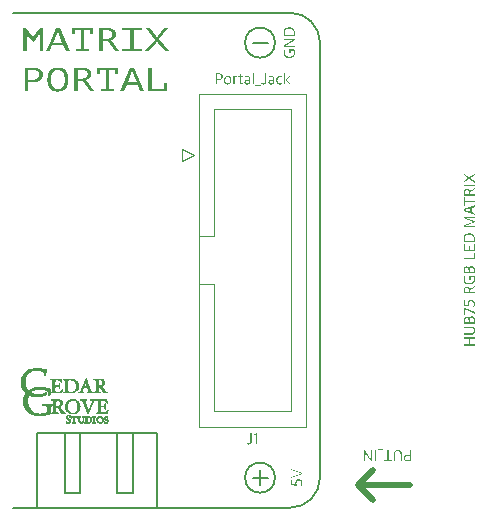
<source format=gbr>
%TF.GenerationSoftware,KiCad,Pcbnew,7.0.6-0*%
%TF.CreationDate,2023-08-23T16:53:17-07:00*%
%TF.ProjectId,IDC_adapter,4944435f-6164-4617-9074-65722e6b6963,1.0.0*%
%TF.SameCoordinates,Original*%
%TF.FileFunction,Legend,Top*%
%TF.FilePolarity,Positive*%
%FSLAX46Y46*%
G04 Gerber Fmt 4.6, Leading zero omitted, Abs format (unit mm)*
G04 Created by KiCad (PCBNEW 7.0.6-0) date 2023-08-23 16:53:17*
%MOMM*%
%LPD*%
G01*
G04 APERTURE LIST*
%ADD10C,0.500000*%
%ADD11C,0.150000*%
%ADD12C,0.010000*%
%ADD13C,0.120000*%
G04 APERTURE END LIST*
D10*
X162560000Y-123825000D02*
X163830000Y-125095000D01*
D11*
X156845000Y-83820000D02*
X133350000Y-83820000D01*
X155575000Y-123190000D02*
G75*
G03*
X155575000Y-123190000I-1270000J0D01*
G01*
X154305000Y-122555000D02*
X154305000Y-123825000D01*
D10*
X162560000Y-123825000D02*
X163830000Y-122555000D01*
D11*
X156845000Y-125730000D02*
X133350000Y-125730000D01*
X156845000Y-125730000D02*
G75*
G03*
X159385000Y-123190000I0J2540000D01*
G01*
D10*
X167005000Y-123825000D02*
X162560000Y-123825000D01*
D11*
X135413750Y-119380000D02*
X145573750Y-119380000D01*
X145573750Y-125730000D01*
X135413750Y-125730000D01*
X135413750Y-119380000D01*
X153670000Y-86360000D02*
X154940000Y-86360000D01*
X159385000Y-86360000D02*
X159385000Y-123190000D01*
X159385000Y-86360000D02*
G75*
G03*
X156845000Y-83820000I-2540000J0D01*
G01*
X153670000Y-123190000D02*
X154940000Y-123190000D01*
X142227300Y-119380000D02*
X143522700Y-119380000D01*
X143522700Y-124460000D01*
X142227300Y-124460000D01*
X142227300Y-119380000D01*
X137782300Y-119380000D02*
X139077700Y-119380000D01*
X139077700Y-124460000D01*
X137782300Y-124460000D01*
X137782300Y-119380000D01*
X155575000Y-86360000D02*
G75*
G03*
X155575000Y-86360000I-1270000J0D01*
G01*
G36*
X157903234Y-123653816D02*
G01*
X157902823Y-123634624D01*
X157901605Y-123615933D01*
X157899600Y-123597749D01*
X157896829Y-123580081D01*
X157893314Y-123562935D01*
X157889076Y-123546318D01*
X157884135Y-123530238D01*
X157878512Y-123514701D01*
X157872229Y-123499715D01*
X157865307Y-123485286D01*
X157857766Y-123471422D01*
X157849627Y-123458130D01*
X157840913Y-123445418D01*
X157831643Y-123433291D01*
X157821838Y-123421758D01*
X157811521Y-123410825D01*
X157800711Y-123400500D01*
X157789430Y-123390789D01*
X157777698Y-123381700D01*
X157765537Y-123373240D01*
X157752968Y-123365416D01*
X157740012Y-123358234D01*
X157726690Y-123351703D01*
X157713022Y-123345830D01*
X157699031Y-123340620D01*
X157684736Y-123336083D01*
X157670159Y-123332223D01*
X157655321Y-123329050D01*
X157640243Y-123326569D01*
X157624946Y-123324789D01*
X157609450Y-123323715D01*
X157593778Y-123323356D01*
X157575570Y-123323695D01*
X157557993Y-123324707D01*
X157541043Y-123326385D01*
X157524716Y-123328720D01*
X157509010Y-123331705D01*
X157493920Y-123335331D01*
X157479444Y-123339590D01*
X157465578Y-123344475D01*
X157452318Y-123349977D01*
X157439661Y-123356089D01*
X157427603Y-123362803D01*
X157416142Y-123370110D01*
X157405273Y-123378003D01*
X157394994Y-123386473D01*
X157385300Y-123395514D01*
X157376188Y-123405116D01*
X157367656Y-123415272D01*
X157359699Y-123425974D01*
X157352314Y-123437214D01*
X157345497Y-123448983D01*
X157339246Y-123461275D01*
X157333556Y-123474081D01*
X157328425Y-123487393D01*
X157323848Y-123501203D01*
X157319823Y-123515503D01*
X157316345Y-123530285D01*
X157313412Y-123545542D01*
X157311020Y-123561264D01*
X157309165Y-123577445D01*
X157307845Y-123594077D01*
X157307055Y-123611151D01*
X157306793Y-123628659D01*
X157307042Y-123640102D01*
X157307759Y-123652323D01*
X157308894Y-123665137D01*
X157310399Y-123678354D01*
X157312227Y-123691790D01*
X157314328Y-123705255D01*
X157316654Y-123718563D01*
X157319158Y-123731527D01*
X157321790Y-123743960D01*
X157324503Y-123755675D01*
X157326332Y-123762993D01*
X157040568Y-123743453D01*
X157040568Y-123357061D01*
X156945558Y-123357061D01*
X156945558Y-123833090D01*
X157438196Y-123866552D01*
X157432541Y-123853202D01*
X157428646Y-123843161D01*
X157424709Y-123832323D01*
X157420778Y-123820790D01*
X157416904Y-123808661D01*
X157413135Y-123796038D01*
X157409521Y-123783021D01*
X157406111Y-123769710D01*
X157402955Y-123756206D01*
X157400102Y-123742609D01*
X157397601Y-123729021D01*
X157395503Y-123715541D01*
X157393855Y-123702271D01*
X157392708Y-123689310D01*
X157392111Y-123676759D01*
X157392034Y-123670669D01*
X157392203Y-123657070D01*
X157392713Y-123643844D01*
X157393570Y-123630994D01*
X157394779Y-123618526D01*
X157396345Y-123606442D01*
X157398272Y-123594747D01*
X157400567Y-123583444D01*
X157403235Y-123572537D01*
X157406279Y-123562030D01*
X157409706Y-123551927D01*
X157413521Y-123542231D01*
X157417729Y-123532947D01*
X157422335Y-123524079D01*
X157427344Y-123515630D01*
X157438592Y-123500004D01*
X157451515Y-123486102D01*
X157466153Y-123473953D01*
X157482548Y-123463589D01*
X157491417Y-123459086D01*
X157500741Y-123455041D01*
X157510524Y-123451457D01*
X157520773Y-123448338D01*
X157531491Y-123445689D01*
X157542684Y-123443513D01*
X157554358Y-123441813D01*
X157566517Y-123440595D01*
X157579167Y-123439861D01*
X157592313Y-123439615D01*
X157604647Y-123439868D01*
X157616685Y-123440625D01*
X157628421Y-123441881D01*
X157639850Y-123443631D01*
X157650964Y-123445871D01*
X157661758Y-123448596D01*
X157672225Y-123451802D01*
X157682358Y-123455483D01*
X157692152Y-123459637D01*
X157701600Y-123464257D01*
X157710696Y-123469340D01*
X157719434Y-123474881D01*
X157727807Y-123480875D01*
X157735809Y-123487317D01*
X157743433Y-123494204D01*
X157750674Y-123501531D01*
X157757525Y-123509292D01*
X157763979Y-123517484D01*
X157770031Y-123526102D01*
X157775674Y-123535142D01*
X157780902Y-123544598D01*
X157785708Y-123554466D01*
X157790086Y-123564743D01*
X157794031Y-123575422D01*
X157797535Y-123586500D01*
X157800592Y-123597972D01*
X157803196Y-123609833D01*
X157805341Y-123622079D01*
X157807020Y-123634705D01*
X157808227Y-123647708D01*
X157808956Y-123661081D01*
X157809200Y-123674821D01*
X157808833Y-123689413D01*
X157807757Y-123704285D01*
X157806016Y-123719354D01*
X157803652Y-123734538D01*
X157800706Y-123749758D01*
X157797222Y-123764930D01*
X157793241Y-123779973D01*
X157788806Y-123794805D01*
X157783959Y-123809346D01*
X157778742Y-123823513D01*
X157773197Y-123837226D01*
X157767366Y-123850401D01*
X157761293Y-123862958D01*
X157755018Y-123874816D01*
X157748584Y-123885892D01*
X157742034Y-123896105D01*
X157831671Y-123917110D01*
X157839156Y-123906095D01*
X157846386Y-123894146D01*
X157853331Y-123881307D01*
X157859957Y-123867624D01*
X157866235Y-123853141D01*
X157872131Y-123837902D01*
X157877616Y-123821953D01*
X157882657Y-123805338D01*
X157887222Y-123788102D01*
X157891281Y-123770290D01*
X157894802Y-123751946D01*
X157897754Y-123733115D01*
X157900104Y-123713842D01*
X157901044Y-123704053D01*
X157901822Y-123694171D01*
X157902434Y-123684201D01*
X157902876Y-123674148D01*
X157903144Y-123664018D01*
X157903234Y-123653816D01*
G37*
G36*
X157886381Y-122892267D02*
G01*
X157886381Y-122788708D01*
X156946779Y-122448478D01*
X156946779Y-122553502D01*
X157736416Y-122833404D01*
X157736416Y-122836335D01*
X156946779Y-123117703D01*
X156946779Y-123232497D01*
X157886381Y-122892267D01*
G37*
G36*
X167086182Y-121818220D02*
G01*
X166796266Y-121818220D01*
X166776757Y-121817925D01*
X166757887Y-121817044D01*
X166739656Y-121815581D01*
X166722063Y-121813541D01*
X166705105Y-121810929D01*
X166688781Y-121807749D01*
X166673091Y-121804005D01*
X166658032Y-121799703D01*
X166643604Y-121794848D01*
X166629804Y-121789443D01*
X166616633Y-121783493D01*
X166604088Y-121777004D01*
X166592168Y-121769979D01*
X166580871Y-121762424D01*
X166570197Y-121754343D01*
X166560144Y-121745741D01*
X166550711Y-121736622D01*
X166541896Y-121726991D01*
X166533697Y-121716853D01*
X166526115Y-121706212D01*
X166519147Y-121695073D01*
X166512792Y-121683440D01*
X166507048Y-121671319D01*
X166501915Y-121658714D01*
X166497391Y-121645630D01*
X166493474Y-121632070D01*
X166490163Y-121618041D01*
X166487458Y-121603546D01*
X166485356Y-121588590D01*
X166483856Y-121573178D01*
X166482957Y-121557315D01*
X166482658Y-121541004D01*
X166482803Y-121533921D01*
X166601604Y-121533921D01*
X166601762Y-121546179D01*
X166602239Y-121557997D01*
X166603046Y-121569378D01*
X166604190Y-121580325D01*
X166605680Y-121590842D01*
X166607524Y-121600932D01*
X166609731Y-121610599D01*
X166615266Y-121628675D01*
X166622354Y-121645097D01*
X166631062Y-121659892D01*
X166641457Y-121673087D01*
X166653607Y-121684709D01*
X166667580Y-121694784D01*
X166683443Y-121703340D01*
X166701264Y-121710403D01*
X166710930Y-121713383D01*
X166721110Y-121715999D01*
X166731814Y-121718256D01*
X166743050Y-121720157D01*
X166754826Y-121721704D01*
X166767151Y-121722902D01*
X166780032Y-121723754D01*
X166793480Y-121724262D01*
X166807501Y-121724431D01*
X166974075Y-121724431D01*
X166974075Y-121347808D01*
X166804570Y-121347808D01*
X166791180Y-121347984D01*
X166778302Y-121348514D01*
X166765928Y-121349397D01*
X166754055Y-121350636D01*
X166742675Y-121352231D01*
X166731784Y-121354184D01*
X166721376Y-121356495D01*
X166711445Y-121359166D01*
X166692992Y-121365590D01*
X166676380Y-121373465D01*
X166661564Y-121382800D01*
X166648499Y-121393604D01*
X166637140Y-121405884D01*
X166627441Y-121419650D01*
X166619359Y-121434910D01*
X166612847Y-121451673D01*
X166607861Y-121469946D01*
X166605925Y-121479653D01*
X166604355Y-121489740D01*
X166603143Y-121500210D01*
X166602284Y-121511062D01*
X166601773Y-121522299D01*
X166601604Y-121533921D01*
X166482803Y-121533921D01*
X166483009Y-121523917D01*
X166484054Y-121507326D01*
X166485782Y-121491233D01*
X166488182Y-121475641D01*
X166491242Y-121460554D01*
X166494952Y-121445975D01*
X166499299Y-121431907D01*
X166504273Y-121418352D01*
X166509863Y-121405315D01*
X166516056Y-121392798D01*
X166522843Y-121380803D01*
X166530211Y-121369336D01*
X166538149Y-121358397D01*
X166546646Y-121347991D01*
X166555692Y-121338120D01*
X166565273Y-121328788D01*
X166575380Y-121319997D01*
X166586001Y-121311752D01*
X166597124Y-121304054D01*
X166608739Y-121296907D01*
X166620834Y-121290314D01*
X166633398Y-121284278D01*
X166646419Y-121278803D01*
X166659887Y-121273890D01*
X166673789Y-121269545D01*
X166688116Y-121265768D01*
X166702855Y-121262564D01*
X166717995Y-121259936D01*
X166733526Y-121257886D01*
X166749435Y-121256418D01*
X166765711Y-121255535D01*
X166782344Y-121255240D01*
X166974075Y-121255240D01*
X166974075Y-120878618D01*
X167086182Y-120878618D01*
X167086182Y-121818220D01*
G37*
G36*
X165970725Y-120861765D02*
G01*
X165950048Y-120862074D01*
X165930011Y-120863003D01*
X165910616Y-120864559D01*
X165891865Y-120866746D01*
X165873756Y-120869570D01*
X165856293Y-120873037D01*
X165839476Y-120877151D01*
X165823305Y-120881919D01*
X165807783Y-120887345D01*
X165792909Y-120893436D01*
X165778686Y-120900196D01*
X165765113Y-120907631D01*
X165752192Y-120915746D01*
X165739925Y-120924547D01*
X165728312Y-120934039D01*
X165717354Y-120944228D01*
X165707051Y-120955118D01*
X165697407Y-120966716D01*
X165688420Y-120979027D01*
X165680093Y-120992056D01*
X165672426Y-121005808D01*
X165665420Y-121020290D01*
X165659076Y-121035506D01*
X165653396Y-121051462D01*
X165648381Y-121068163D01*
X165644030Y-121085614D01*
X165640346Y-121103822D01*
X165637330Y-121122791D01*
X165634982Y-121142528D01*
X165633304Y-121163036D01*
X165632296Y-121184322D01*
X165631960Y-121206392D01*
X165631960Y-121819441D01*
X165735519Y-121819441D01*
X165735519Y-121212009D01*
X165735740Y-121193508D01*
X165736405Y-121175822D01*
X165737513Y-121158937D01*
X165739066Y-121142836D01*
X165741064Y-121127506D01*
X165743510Y-121112931D01*
X165746402Y-121099097D01*
X165749742Y-121085988D01*
X165753532Y-121073589D01*
X165757771Y-121061886D01*
X165762461Y-121050864D01*
X165767603Y-121040508D01*
X165773197Y-121030802D01*
X165779245Y-121021733D01*
X165785746Y-121013284D01*
X165792702Y-121005441D01*
X165800115Y-120998189D01*
X165807984Y-120991513D01*
X165816310Y-120985399D01*
X165825095Y-120979831D01*
X165834339Y-120974794D01*
X165844043Y-120970273D01*
X165854208Y-120966254D01*
X165864834Y-120962721D01*
X165875923Y-120959660D01*
X165887476Y-120957056D01*
X165899493Y-120954893D01*
X165911975Y-120953157D01*
X165924924Y-120951832D01*
X165938339Y-120950905D01*
X165952221Y-120950359D01*
X165966573Y-120950181D01*
X165980926Y-120950364D01*
X165994860Y-120950921D01*
X166008371Y-120951866D01*
X166021457Y-120953214D01*
X166034116Y-120954978D01*
X166046345Y-120957172D01*
X166058143Y-120959809D01*
X166069506Y-120962904D01*
X166080433Y-120966471D01*
X166090921Y-120970524D01*
X166100968Y-120975075D01*
X166110571Y-120980140D01*
X166119729Y-120985731D01*
X166128438Y-120991864D01*
X166136697Y-120998551D01*
X166144504Y-121005807D01*
X166151855Y-121013646D01*
X166158749Y-121022080D01*
X166165183Y-121031125D01*
X166171155Y-121040794D01*
X166176662Y-121051101D01*
X166181703Y-121062060D01*
X166186275Y-121073684D01*
X166190376Y-121085988D01*
X166194002Y-121098985D01*
X166197153Y-121112689D01*
X166199825Y-121127115D01*
X166202017Y-121142275D01*
X166203726Y-121158184D01*
X166204949Y-121174856D01*
X166205685Y-121192305D01*
X166205931Y-121210544D01*
X166205931Y-121819441D01*
X166317794Y-121819441D01*
X166317794Y-121204926D01*
X166317426Y-121183377D01*
X166316327Y-121162553D01*
X166314502Y-121142452D01*
X166311957Y-121123072D01*
X166308697Y-121104409D01*
X166304727Y-121086461D01*
X166300054Y-121069225D01*
X166294683Y-121052698D01*
X166288618Y-121036878D01*
X166281867Y-121021762D01*
X166274434Y-121007347D01*
X166266326Y-120993630D01*
X166257546Y-120980609D01*
X166248102Y-120968281D01*
X166237998Y-120956643D01*
X166227241Y-120945693D01*
X166215835Y-120935428D01*
X166203787Y-120925844D01*
X166191101Y-120916940D01*
X166177784Y-120908713D01*
X166163840Y-120901159D01*
X166149276Y-120894277D01*
X166134097Y-120888063D01*
X166118309Y-120882514D01*
X166101916Y-120877629D01*
X166084925Y-120873404D01*
X166067342Y-120869836D01*
X166049171Y-120866923D01*
X166030418Y-120864662D01*
X166011089Y-120863051D01*
X165991190Y-120862086D01*
X165970725Y-120861765D01*
G37*
G36*
X165193056Y-120878618D02*
G01*
X165083879Y-120878618D01*
X165083879Y-121724431D01*
X164796894Y-121724431D01*
X164796894Y-121818220D01*
X165480041Y-121818220D01*
X165480041Y-121724431D01*
X165193056Y-121724431D01*
X165193056Y-120878618D01*
G37*
G36*
X164747068Y-120740132D02*
G01*
X164298883Y-120740132D01*
X164298883Y-120811451D01*
X164747068Y-120811451D01*
X164747068Y-120740132D01*
G37*
G36*
X164162351Y-120878618D02*
G01*
X164051709Y-120878618D01*
X164051709Y-121818220D01*
X164162351Y-121818220D01*
X164162351Y-120878618D01*
G37*
G36*
X163805512Y-120878618D02*
G01*
X163701709Y-120878618D01*
X163701709Y-121667034D01*
X163697557Y-121667034D01*
X163231297Y-120878618D01*
X163116503Y-120878618D01*
X163116503Y-121818220D01*
X163217375Y-121818220D01*
X163217375Y-121066196D01*
X163221527Y-121066196D01*
X163673865Y-121818220D01*
X163805512Y-121818220D01*
X163805512Y-120878618D01*
G37*
G36*
X172491381Y-112009472D02*
G01*
X172491381Y-111897365D01*
X172052965Y-111897365D01*
X172052965Y-111426953D01*
X172491381Y-111426953D01*
X172491381Y-111316311D01*
X171551779Y-111316311D01*
X171551779Y-111426953D01*
X171959176Y-111426953D01*
X171959176Y-111897365D01*
X171551779Y-111897365D01*
X171551779Y-112009472D01*
X172491381Y-112009472D01*
G37*
G36*
X172508234Y-110732815D02*
G01*
X172507925Y-110712137D01*
X172506996Y-110692101D01*
X172505440Y-110672706D01*
X172503253Y-110653954D01*
X172500429Y-110635846D01*
X172496962Y-110618383D01*
X172492848Y-110601565D01*
X172488080Y-110585395D01*
X172482654Y-110569872D01*
X172476563Y-110554999D01*
X172469803Y-110540775D01*
X172462368Y-110527203D01*
X172454253Y-110514282D01*
X172445452Y-110502015D01*
X172435960Y-110490401D01*
X172425771Y-110479443D01*
X172414881Y-110469141D01*
X172403283Y-110459496D01*
X172390972Y-110450510D01*
X172377943Y-110442182D01*
X172364191Y-110434515D01*
X172349709Y-110427509D01*
X172334493Y-110421166D01*
X172318537Y-110415486D01*
X172301836Y-110410470D01*
X172284385Y-110406120D01*
X172266177Y-110402436D01*
X172247208Y-110399420D01*
X172227471Y-110397072D01*
X172206963Y-110395394D01*
X172185677Y-110394386D01*
X172163607Y-110394050D01*
X171550558Y-110394050D01*
X171550558Y-110497609D01*
X172157990Y-110497609D01*
X172176491Y-110497830D01*
X172194177Y-110498494D01*
X172211062Y-110499603D01*
X172227163Y-110501156D01*
X172242493Y-110503154D01*
X172257068Y-110505599D01*
X172270902Y-110508492D01*
X172284011Y-110511832D01*
X172296410Y-110515622D01*
X172308113Y-110519861D01*
X172319135Y-110524551D01*
X172329491Y-110529693D01*
X172339197Y-110535287D01*
X172348266Y-110541334D01*
X172356715Y-110547836D01*
X172364558Y-110554792D01*
X172371810Y-110562204D01*
X172378486Y-110570073D01*
X172384600Y-110578400D01*
X172390168Y-110587184D01*
X172395205Y-110596428D01*
X172399726Y-110606132D01*
X172403745Y-110616297D01*
X172407278Y-110626924D01*
X172410339Y-110638013D01*
X172412943Y-110649566D01*
X172415106Y-110661583D01*
X172416842Y-110674065D01*
X172418167Y-110687013D01*
X172419094Y-110700428D01*
X172419640Y-110714311D01*
X172419818Y-110728663D01*
X172419635Y-110743016D01*
X172419078Y-110756950D01*
X172418133Y-110770461D01*
X172416785Y-110783547D01*
X172415021Y-110796205D01*
X172412827Y-110808435D01*
X172410190Y-110820232D01*
X172407095Y-110831596D01*
X172403528Y-110842522D01*
X172399475Y-110853011D01*
X172394924Y-110863057D01*
X172389859Y-110872661D01*
X172384268Y-110881819D01*
X172378135Y-110890528D01*
X172371448Y-110898787D01*
X172364192Y-110906593D01*
X172356353Y-110913945D01*
X172347919Y-110920838D01*
X172338874Y-110927273D01*
X172329205Y-110933245D01*
X172318898Y-110938752D01*
X172307939Y-110943793D01*
X172296315Y-110948365D01*
X172284011Y-110952465D01*
X172271014Y-110956092D01*
X172257310Y-110959243D01*
X172242884Y-110961915D01*
X172227724Y-110964107D01*
X172211815Y-110965816D01*
X172195143Y-110967039D01*
X172177694Y-110967775D01*
X172159455Y-110968021D01*
X171550558Y-110968021D01*
X171550558Y-111079884D01*
X172165073Y-111079884D01*
X172186622Y-111079516D01*
X172207446Y-111078417D01*
X172227547Y-111076592D01*
X172246927Y-111074047D01*
X172265590Y-111070787D01*
X172283538Y-111066817D01*
X172300774Y-111062144D01*
X172317301Y-111056772D01*
X172333121Y-111050708D01*
X172348237Y-111043957D01*
X172362652Y-111036524D01*
X172376369Y-111028415D01*
X172389390Y-111019636D01*
X172401718Y-111010192D01*
X172413356Y-111000088D01*
X172424306Y-110989331D01*
X172434571Y-110977925D01*
X172444155Y-110965876D01*
X172453059Y-110953191D01*
X172461286Y-110939873D01*
X172468840Y-110925930D01*
X172475722Y-110911366D01*
X172481936Y-110896187D01*
X172487485Y-110880398D01*
X172492370Y-110864006D01*
X172496595Y-110847015D01*
X172500163Y-110829431D01*
X172503076Y-110811260D01*
X172505337Y-110792508D01*
X172506948Y-110773179D01*
X172507913Y-110753279D01*
X172508234Y-110732815D01*
G37*
G36*
X172241070Y-109528277D02*
G01*
X172255235Y-109529212D01*
X172269104Y-109530771D01*
X172282668Y-109532954D01*
X172295913Y-109535759D01*
X172308829Y-109539186D01*
X172321404Y-109543236D01*
X172333627Y-109547909D01*
X172345486Y-109553203D01*
X172356970Y-109559118D01*
X172368066Y-109565655D01*
X172378765Y-109572813D01*
X172389053Y-109580591D01*
X172398921Y-109588990D01*
X172408355Y-109598010D01*
X172417345Y-109607649D01*
X172425879Y-109617908D01*
X172433946Y-109628786D01*
X172441535Y-109640283D01*
X172448633Y-109652400D01*
X172455229Y-109665135D01*
X172461311Y-109678488D01*
X172466870Y-109692459D01*
X172471891Y-109707048D01*
X172476365Y-109722255D01*
X172480280Y-109738079D01*
X172483624Y-109754519D01*
X172486386Y-109771577D01*
X172488554Y-109789251D01*
X172490117Y-109807541D01*
X172491063Y-109826447D01*
X172491381Y-109845969D01*
X172491381Y-110161042D01*
X171551779Y-110161042D01*
X171551779Y-110050400D01*
X171645568Y-110050400D01*
X171962107Y-110050400D01*
X172050279Y-110050400D01*
X172398813Y-110050400D01*
X172398813Y-109852808D01*
X172398641Y-109840266D01*
X172398125Y-109828103D01*
X172397265Y-109816320D01*
X172396059Y-109804919D01*
X172394508Y-109793901D01*
X172392610Y-109783266D01*
X172390365Y-109773018D01*
X172387773Y-109763155D01*
X172384832Y-109753681D01*
X172377904Y-109735900D01*
X172369577Y-109719686D01*
X172359846Y-109705049D01*
X172348706Y-109691997D01*
X172336153Y-109680542D01*
X172322181Y-109670694D01*
X172306787Y-109662462D01*
X172289966Y-109655856D01*
X172271712Y-109650887D01*
X172262047Y-109649019D01*
X172252022Y-109647565D01*
X172241637Y-109646524D01*
X172230891Y-109645898D01*
X172219783Y-109645690D01*
X172208574Y-109645919D01*
X172197795Y-109646604D01*
X172187441Y-109647743D01*
X172177508Y-109649332D01*
X172158883Y-109653848D01*
X172141881Y-109660127D01*
X172126464Y-109668145D01*
X172112592Y-109677877D01*
X172100226Y-109689298D01*
X172089327Y-109702385D01*
X172079857Y-109717111D01*
X172071775Y-109733453D01*
X172065044Y-109751385D01*
X172062173Y-109760940D01*
X172059625Y-109770883D01*
X172057394Y-109781212D01*
X172055477Y-109791923D01*
X172053869Y-109803013D01*
X172052563Y-109814479D01*
X172051556Y-109826318D01*
X172050843Y-109838527D01*
X172050419Y-109851103D01*
X172050279Y-109864043D01*
X172050279Y-110050400D01*
X171962107Y-110050400D01*
X171962107Y-109889200D01*
X171961990Y-109878274D01*
X171961636Y-109867530D01*
X171961035Y-109856980D01*
X171960180Y-109846633D01*
X171959063Y-109836502D01*
X171957676Y-109826596D01*
X171954062Y-109807504D01*
X171949275Y-109789445D01*
X171943251Y-109772503D01*
X171935927Y-109756765D01*
X171927241Y-109742318D01*
X171917130Y-109729248D01*
X171905530Y-109717641D01*
X171892379Y-109707583D01*
X171877614Y-109699160D01*
X171861172Y-109692459D01*
X171842989Y-109687565D01*
X171833225Y-109685824D01*
X171823003Y-109684566D01*
X171812314Y-109683804D01*
X171801151Y-109683547D01*
X171790347Y-109683744D01*
X171780003Y-109684334D01*
X171770112Y-109685316D01*
X171751657Y-109688457D01*
X171734919Y-109693161D01*
X171719839Y-109699427D01*
X171706353Y-109707248D01*
X171694401Y-109716623D01*
X171683920Y-109727546D01*
X171674850Y-109740013D01*
X171667129Y-109754022D01*
X171660695Y-109769567D01*
X171655487Y-109786645D01*
X171651443Y-109805252D01*
X171649838Y-109815128D01*
X171648501Y-109825384D01*
X171647425Y-109836021D01*
X171646601Y-109847038D01*
X171646022Y-109858434D01*
X171645680Y-109870208D01*
X171645568Y-109882361D01*
X171645568Y-110050400D01*
X171551779Y-110050400D01*
X171551779Y-109873813D01*
X171552033Y-109853859D01*
X171552792Y-109834658D01*
X171554052Y-109816204D01*
X171555808Y-109798487D01*
X171558055Y-109781499D01*
X171560790Y-109765234D01*
X171564008Y-109749683D01*
X171567704Y-109734838D01*
X171571875Y-109720692D01*
X171576515Y-109707236D01*
X171581620Y-109694463D01*
X171587186Y-109682364D01*
X171593208Y-109670933D01*
X171599683Y-109660160D01*
X171606604Y-109650039D01*
X171613969Y-109640561D01*
X171621773Y-109631718D01*
X171630010Y-109623503D01*
X171638678Y-109615907D01*
X171647771Y-109608924D01*
X171657284Y-109602544D01*
X171667215Y-109596760D01*
X171677557Y-109591565D01*
X171688307Y-109586949D01*
X171699460Y-109582907D01*
X171711012Y-109579428D01*
X171722958Y-109576507D01*
X171735295Y-109574134D01*
X171748016Y-109572303D01*
X171761119Y-109571004D01*
X171774599Y-109570231D01*
X171788450Y-109569974D01*
X171806532Y-109570523D01*
X171824032Y-109572184D01*
X171840923Y-109574985D01*
X171857178Y-109578950D01*
X171872770Y-109584107D01*
X171887673Y-109590479D01*
X171901860Y-109598094D01*
X171915304Y-109606977D01*
X171927978Y-109617154D01*
X171939855Y-109628650D01*
X171950908Y-109641491D01*
X171961111Y-109655704D01*
X171970437Y-109671313D01*
X171978858Y-109688344D01*
X171982721Y-109697402D01*
X171986349Y-109706824D01*
X171989737Y-109716616D01*
X171992882Y-109726778D01*
X171999965Y-109726778D01*
X172001800Y-109716108D01*
X172003922Y-109705628D01*
X172006334Y-109695348D01*
X172009043Y-109685277D01*
X172012053Y-109675426D01*
X172015370Y-109665803D01*
X172019000Y-109656420D01*
X172022946Y-109647285D01*
X172027216Y-109638408D01*
X172036744Y-109621469D01*
X172047627Y-109605680D01*
X172059906Y-109591119D01*
X172073623Y-109577865D01*
X172088821Y-109565994D01*
X172096989Y-109560603D01*
X172105543Y-109555586D01*
X172114488Y-109550955D01*
X172123830Y-109546718D01*
X172133573Y-109542886D01*
X172143724Y-109539469D01*
X172154287Y-109536475D01*
X172165268Y-109533915D01*
X172176671Y-109531799D01*
X172188503Y-109530136D01*
X172200769Y-109528936D01*
X172213473Y-109528209D01*
X172226622Y-109527965D01*
X172241070Y-109528277D01*
G37*
G36*
X172496999Y-109306192D02*
G01*
X172496999Y-109183094D01*
X171627494Y-108814776D01*
X171555931Y-108814776D01*
X171555931Y-109414148D01*
X171649965Y-109414148D01*
X171649965Y-108936653D01*
X172496999Y-109306192D01*
G37*
G36*
X172508234Y-108470637D02*
G01*
X172507823Y-108451445D01*
X172506605Y-108432754D01*
X172504600Y-108414571D01*
X172501829Y-108396902D01*
X172498314Y-108379756D01*
X172494076Y-108363139D01*
X172489135Y-108347059D01*
X172483512Y-108331522D01*
X172477229Y-108316536D01*
X172470307Y-108302107D01*
X172462766Y-108288243D01*
X172454627Y-108274952D01*
X172445913Y-108262239D01*
X172436643Y-108250112D01*
X172426838Y-108238579D01*
X172416521Y-108227646D01*
X172405711Y-108217321D01*
X172394430Y-108207610D01*
X172382698Y-108198521D01*
X172370537Y-108190061D01*
X172357968Y-108182237D01*
X172345012Y-108175056D01*
X172331690Y-108168525D01*
X172318022Y-108162651D01*
X172304031Y-108157442D01*
X172289736Y-108152904D01*
X172275159Y-108149045D01*
X172260321Y-108145871D01*
X172245243Y-108143391D01*
X172229946Y-108141610D01*
X172214450Y-108140536D01*
X172198778Y-108140177D01*
X172180570Y-108140516D01*
X172162993Y-108141529D01*
X172146043Y-108143206D01*
X172129716Y-108145542D01*
X172114010Y-108148526D01*
X172098920Y-108152152D01*
X172084444Y-108156411D01*
X172070578Y-108161296D01*
X172057318Y-108166799D01*
X172044661Y-108172911D01*
X172032603Y-108179624D01*
X172021142Y-108186931D01*
X172010273Y-108194824D01*
X171999994Y-108203295D01*
X171990300Y-108212335D01*
X171981188Y-108221937D01*
X171972656Y-108232093D01*
X171964699Y-108242795D01*
X171957314Y-108254035D01*
X171950497Y-108265804D01*
X171944246Y-108278096D01*
X171938556Y-108290902D01*
X171933425Y-108304214D01*
X171928848Y-108318024D01*
X171924823Y-108332324D01*
X171921345Y-108347106D01*
X171918412Y-108362363D01*
X171916020Y-108378086D01*
X171914165Y-108394267D01*
X171912845Y-108410898D01*
X171912055Y-108427972D01*
X171911793Y-108445480D01*
X171912042Y-108456923D01*
X171912759Y-108469145D01*
X171913894Y-108481958D01*
X171915399Y-108495176D01*
X171917227Y-108508611D01*
X171919328Y-108522076D01*
X171921654Y-108535384D01*
X171924158Y-108548349D01*
X171926790Y-108560781D01*
X171929503Y-108572496D01*
X171931332Y-108579814D01*
X171645568Y-108560275D01*
X171645568Y-108173882D01*
X171550558Y-108173882D01*
X171550558Y-108649912D01*
X172043196Y-108683373D01*
X172037541Y-108670024D01*
X172033646Y-108659982D01*
X172029709Y-108649144D01*
X172025778Y-108637611D01*
X172021904Y-108625482D01*
X172018135Y-108612859D01*
X172014521Y-108599842D01*
X172011111Y-108586531D01*
X172007955Y-108573027D01*
X172005102Y-108559431D01*
X172002601Y-108545842D01*
X172000503Y-108532363D01*
X171998855Y-108519092D01*
X171997708Y-108506131D01*
X171997111Y-108493580D01*
X171997034Y-108487490D01*
X171997203Y-108473891D01*
X171997713Y-108460665D01*
X171998570Y-108447816D01*
X171999779Y-108435347D01*
X172001345Y-108423263D01*
X172003272Y-108411568D01*
X172005567Y-108400265D01*
X172008235Y-108389358D01*
X172011279Y-108378851D01*
X172014706Y-108368748D01*
X172018521Y-108359053D01*
X172022729Y-108349769D01*
X172027335Y-108340900D01*
X172032344Y-108332451D01*
X172043592Y-108316825D01*
X172056515Y-108302923D01*
X172071153Y-108290774D01*
X172087548Y-108280411D01*
X172096417Y-108275907D01*
X172105741Y-108271862D01*
X172115524Y-108268278D01*
X172125773Y-108265159D01*
X172136491Y-108262510D01*
X172147684Y-108260334D01*
X172159358Y-108258634D01*
X172171517Y-108257416D01*
X172184167Y-108256682D01*
X172197313Y-108256436D01*
X172209647Y-108256690D01*
X172221685Y-108257446D01*
X172233421Y-108258702D01*
X172244850Y-108260452D01*
X172255964Y-108262692D01*
X172266758Y-108265417D01*
X172277225Y-108268623D01*
X172287358Y-108272305D01*
X172297152Y-108276458D01*
X172306600Y-108281078D01*
X172315696Y-108286161D01*
X172324434Y-108291702D01*
X172332807Y-108297696D01*
X172340809Y-108304139D01*
X172348433Y-108311025D01*
X172355674Y-108318352D01*
X172362525Y-108326114D01*
X172368979Y-108334306D01*
X172375031Y-108342924D01*
X172380674Y-108351963D01*
X172385902Y-108361419D01*
X172390708Y-108371288D01*
X172395086Y-108381564D01*
X172399031Y-108392243D01*
X172402535Y-108403321D01*
X172405592Y-108414793D01*
X172408196Y-108426654D01*
X172410341Y-108438900D01*
X172412020Y-108451527D01*
X172413227Y-108464529D01*
X172413956Y-108477902D01*
X172414200Y-108491642D01*
X172413833Y-108506235D01*
X172412757Y-108521106D01*
X172411016Y-108536175D01*
X172408652Y-108551360D01*
X172405706Y-108566579D01*
X172402222Y-108581751D01*
X172398241Y-108596794D01*
X172393806Y-108611627D01*
X172388959Y-108626167D01*
X172383742Y-108640335D01*
X172378197Y-108654047D01*
X172372366Y-108667222D01*
X172366293Y-108679780D01*
X172360018Y-108691637D01*
X172353584Y-108702713D01*
X172347034Y-108712926D01*
X172436671Y-108733931D01*
X172444156Y-108722916D01*
X172451386Y-108710967D01*
X172458331Y-108698129D01*
X172464957Y-108684445D01*
X172471235Y-108669962D01*
X172477131Y-108654724D01*
X172482616Y-108638774D01*
X172487657Y-108622160D01*
X172492222Y-108604924D01*
X172496281Y-108587111D01*
X172499802Y-108568767D01*
X172502754Y-108549936D01*
X172505104Y-108530663D01*
X172506044Y-108520875D01*
X172506822Y-108510992D01*
X172507434Y-108501022D01*
X172507876Y-108490969D01*
X172508144Y-108480839D01*
X172508234Y-108470637D01*
G37*
G36*
X172491381Y-107065020D02*
G01*
X172088136Y-107298760D01*
X172088136Y-107478034D01*
X172491381Y-107478034D01*
X172491381Y-107588676D01*
X171551779Y-107588676D01*
X171551779Y-107478034D01*
X171645568Y-107478034D01*
X172001186Y-107478034D01*
X172001186Y-107322452D01*
X172001001Y-107308942D01*
X172000448Y-107295975D01*
X171999528Y-107283544D01*
X171998241Y-107271642D01*
X171996587Y-107260260D01*
X171994569Y-107249392D01*
X171992186Y-107239030D01*
X171989439Y-107229166D01*
X171986330Y-107219793D01*
X171979026Y-107202490D01*
X171970281Y-107187060D01*
X171960101Y-107173444D01*
X171948492Y-107161580D01*
X171935461Y-107151410D01*
X171921014Y-107142872D01*
X171905158Y-107135907D01*
X171887899Y-107130455D01*
X171869244Y-107126455D01*
X171859394Y-107124981D01*
X171849198Y-107123848D01*
X171838656Y-107123048D01*
X171827769Y-107122573D01*
X171816538Y-107122417D01*
X171805819Y-107122586D01*
X171795459Y-107123097D01*
X171785457Y-107123954D01*
X171766523Y-107126733D01*
X171749007Y-107130963D01*
X171732898Y-107136690D01*
X171718186Y-107143954D01*
X171704862Y-107152800D01*
X171692916Y-107163271D01*
X171682337Y-107175408D01*
X171673115Y-107189256D01*
X171665240Y-107204857D01*
X171658703Y-107222254D01*
X171655933Y-107231639D01*
X171653494Y-107241490D01*
X171651384Y-107251811D01*
X171649601Y-107262608D01*
X171648146Y-107273886D01*
X171647016Y-107285650D01*
X171646211Y-107297907D01*
X171645729Y-107310661D01*
X171645568Y-107323917D01*
X171645568Y-107478034D01*
X171551779Y-107478034D01*
X171551779Y-107315613D01*
X171552053Y-107296477D01*
X171552874Y-107277949D01*
X171554237Y-107260029D01*
X171556140Y-107242717D01*
X171558579Y-107226014D01*
X171561552Y-107209918D01*
X171565054Y-107194430D01*
X171569082Y-107179551D01*
X171573634Y-107165279D01*
X171578705Y-107151615D01*
X171584292Y-107138558D01*
X171590393Y-107126110D01*
X171597004Y-107114269D01*
X171604121Y-107103035D01*
X171611741Y-107092410D01*
X171619862Y-107082392D01*
X171628479Y-107072981D01*
X171637589Y-107064178D01*
X171647189Y-107055982D01*
X171657276Y-107048394D01*
X171667846Y-107041413D01*
X171678896Y-107035039D01*
X171690423Y-107029272D01*
X171702423Y-107024113D01*
X171714894Y-107019561D01*
X171727831Y-107015616D01*
X171741232Y-107012278D01*
X171755093Y-107009547D01*
X171769411Y-107007423D01*
X171784182Y-107005905D01*
X171799404Y-107004995D01*
X171815073Y-107004692D01*
X171827495Y-107004888D01*
X171839578Y-107005475D01*
X171851324Y-107006448D01*
X171862738Y-107007805D01*
X171873822Y-107009542D01*
X171884580Y-107011657D01*
X171895016Y-107014145D01*
X171905134Y-107017003D01*
X171914936Y-107020229D01*
X171924426Y-107023818D01*
X171933608Y-107027768D01*
X171951063Y-107036735D01*
X171967327Y-107047105D01*
X171982429Y-107058851D01*
X171996398Y-107071945D01*
X172009261Y-107086363D01*
X172015287Y-107094059D01*
X172021047Y-107102076D01*
X172026545Y-107110411D01*
X172031784Y-107119060D01*
X172036769Y-107128019D01*
X172041501Y-107137286D01*
X172045986Y-107146857D01*
X172050226Y-107156730D01*
X172054225Y-107166899D01*
X172057986Y-107177363D01*
X172061514Y-107188118D01*
X172068597Y-107188118D01*
X172491381Y-106938991D01*
X172491381Y-107065020D01*
G37*
G36*
X172506769Y-106397504D02*
G01*
X172506696Y-106386397D01*
X172506479Y-106375422D01*
X172506125Y-106364582D01*
X172505636Y-106353874D01*
X172505016Y-106343301D01*
X172504271Y-106332862D01*
X172503405Y-106322556D01*
X172502422Y-106312385D01*
X172501326Y-106302349D01*
X172500121Y-106292447D01*
X172498813Y-106282681D01*
X172495901Y-106263553D01*
X172492626Y-106244966D01*
X172489021Y-106226923D01*
X172485121Y-106209424D01*
X172480962Y-106192471D01*
X172476577Y-106176066D01*
X172472002Y-106160209D01*
X172467271Y-106144902D01*
X172462418Y-106130148D01*
X172457480Y-106115946D01*
X172454989Y-106109053D01*
X172036357Y-106109053D01*
X172036357Y-106419730D01*
X172128681Y-106419730D01*
X172128681Y-106218230D01*
X172384891Y-106218230D01*
X172389478Y-106231343D01*
X172393742Y-106245471D01*
X172396390Y-106255401D01*
X172398874Y-106265702D01*
X172401185Y-106276344D01*
X172403314Y-106287296D01*
X172405255Y-106298525D01*
X172406998Y-106310000D01*
X172408536Y-106321690D01*
X172409859Y-106333563D01*
X172410960Y-106345587D01*
X172411831Y-106357732D01*
X172412464Y-106369966D01*
X172412849Y-106382257D01*
X172412979Y-106394573D01*
X172412523Y-106417666D01*
X172411165Y-106439696D01*
X172408923Y-106460687D01*
X172405815Y-106480658D01*
X172401857Y-106499633D01*
X172397068Y-106517632D01*
X172391464Y-106534677D01*
X172385063Y-106550789D01*
X172377883Y-106565991D01*
X172369940Y-106580303D01*
X172361253Y-106593748D01*
X172351838Y-106606346D01*
X172341713Y-106618120D01*
X172330896Y-106629090D01*
X172319403Y-106639279D01*
X172307253Y-106648708D01*
X172294462Y-106657398D01*
X172281048Y-106665372D01*
X172267028Y-106672650D01*
X172252421Y-106679254D01*
X172237242Y-106685207D01*
X172221510Y-106690528D01*
X172205242Y-106695241D01*
X172188455Y-106699365D01*
X172171167Y-106702924D01*
X172153395Y-106705939D01*
X172135157Y-106708430D01*
X172116470Y-106710420D01*
X172097351Y-106711931D01*
X172077818Y-106712983D01*
X172057888Y-106713598D01*
X172037578Y-106713799D01*
X171999965Y-106713799D01*
X171981412Y-106713555D01*
X171963048Y-106712814D01*
X171944900Y-106711565D01*
X171926994Y-106709795D01*
X171909356Y-106707490D01*
X171892012Y-106704639D01*
X171874988Y-106701229D01*
X171858311Y-106697247D01*
X171842007Y-106692681D01*
X171826102Y-106687518D01*
X171810622Y-106681746D01*
X171795593Y-106675352D01*
X171781043Y-106668323D01*
X171766995Y-106660647D01*
X171753478Y-106652312D01*
X171740518Y-106643304D01*
X171728139Y-106633612D01*
X171716370Y-106623222D01*
X171705235Y-106612122D01*
X171694761Y-106600300D01*
X171684975Y-106587742D01*
X171675902Y-106574437D01*
X171667569Y-106560372D01*
X171660001Y-106545534D01*
X171653226Y-106529911D01*
X171647269Y-106513490D01*
X171642157Y-106496259D01*
X171637916Y-106478204D01*
X171634571Y-106459314D01*
X171632150Y-106439575D01*
X171630677Y-106418976D01*
X171630181Y-106397504D01*
X171630270Y-106385959D01*
X171630533Y-106374720D01*
X171630964Y-106363780D01*
X171631555Y-106353131D01*
X171632302Y-106342767D01*
X171633196Y-106332680D01*
X171634233Y-106322863D01*
X171636707Y-106304010D01*
X171639672Y-106286150D01*
X171643076Y-106269225D01*
X171646870Y-106253176D01*
X171651001Y-106237947D01*
X171655418Y-106223479D01*
X171660070Y-106209713D01*
X171664907Y-106196593D01*
X171669877Y-106184060D01*
X171674928Y-106172056D01*
X171680010Y-106160523D01*
X171685071Y-106149403D01*
X171687578Y-106143980D01*
X171591102Y-106143980D01*
X171585859Y-106154671D01*
X171580687Y-106165796D01*
X171575623Y-106177395D01*
X171570704Y-106189505D01*
X171565967Y-106202166D01*
X171561448Y-106215417D01*
X171557185Y-106229297D01*
X171553214Y-106243845D01*
X171549572Y-106259100D01*
X171546296Y-106275101D01*
X171543424Y-106291887D01*
X171540990Y-106309497D01*
X171539034Y-106327969D01*
X171537590Y-106347344D01*
X171537073Y-106357382D01*
X171536698Y-106367660D01*
X171536469Y-106378183D01*
X171536392Y-106388956D01*
X171536764Y-106411052D01*
X171537893Y-106432942D01*
X171539798Y-106454594D01*
X171542496Y-106475975D01*
X171546007Y-106497053D01*
X171550349Y-106517796D01*
X171555540Y-106538170D01*
X171561598Y-106558143D01*
X171568543Y-106577684D01*
X171576393Y-106596758D01*
X171585165Y-106615334D01*
X171594880Y-106633379D01*
X171605554Y-106650861D01*
X171617207Y-106667747D01*
X171629857Y-106684005D01*
X171643523Y-106699602D01*
X171658222Y-106714506D01*
X171673974Y-106728683D01*
X171690797Y-106742102D01*
X171708709Y-106754731D01*
X171727729Y-106766536D01*
X171747876Y-106777485D01*
X171769167Y-106787545D01*
X171791622Y-106796685D01*
X171815258Y-106804871D01*
X171840094Y-106812071D01*
X171866150Y-106818252D01*
X171893442Y-106823383D01*
X171921990Y-106827430D01*
X171951812Y-106830361D01*
X171982926Y-106832144D01*
X172015352Y-106832745D01*
X172040509Y-106832745D01*
X172070169Y-106832251D01*
X172098795Y-106830779D01*
X172126392Y-106828342D01*
X172152967Y-106824952D01*
X172178527Y-106820625D01*
X172203076Y-106815371D01*
X172226621Y-106809206D01*
X172249169Y-106802142D01*
X172270724Y-106794192D01*
X172291294Y-106785371D01*
X172310885Y-106775690D01*
X172329502Y-106765164D01*
X172347151Y-106753805D01*
X172363839Y-106741627D01*
X172379572Y-106728643D01*
X172394356Y-106714867D01*
X172408196Y-106700312D01*
X172421100Y-106684990D01*
X172433072Y-106668916D01*
X172444120Y-106652103D01*
X172454249Y-106634563D01*
X172463465Y-106616311D01*
X172471775Y-106597359D01*
X172479184Y-106577721D01*
X172485699Y-106557410D01*
X172491325Y-106536439D01*
X172496069Y-106514822D01*
X172499937Y-106492571D01*
X172502935Y-106469701D01*
X172505069Y-106446224D01*
X172506345Y-106422154D01*
X172506769Y-106397504D01*
G37*
G36*
X172241070Y-105260866D02*
G01*
X172255235Y-105261801D01*
X172269104Y-105263360D01*
X172282668Y-105265543D01*
X172295913Y-105268348D01*
X172308829Y-105271775D01*
X172321404Y-105275825D01*
X172333627Y-105280498D01*
X172345486Y-105285792D01*
X172356970Y-105291707D01*
X172368066Y-105298244D01*
X172378765Y-105305402D01*
X172389053Y-105313180D01*
X172398921Y-105321579D01*
X172408355Y-105330599D01*
X172417345Y-105340238D01*
X172425879Y-105350497D01*
X172433946Y-105361375D01*
X172441535Y-105372872D01*
X172448633Y-105384989D01*
X172455229Y-105397724D01*
X172461311Y-105411077D01*
X172466870Y-105425048D01*
X172471891Y-105439637D01*
X172476365Y-105454844D01*
X172480280Y-105470668D01*
X172483624Y-105487108D01*
X172486386Y-105504166D01*
X172488554Y-105521840D01*
X172490117Y-105540130D01*
X172491063Y-105559036D01*
X172491381Y-105578558D01*
X172491381Y-105893631D01*
X171551779Y-105893631D01*
X171551779Y-105782989D01*
X171645568Y-105782989D01*
X171962107Y-105782989D01*
X172050279Y-105782989D01*
X172398813Y-105782989D01*
X172398813Y-105585397D01*
X172398641Y-105572855D01*
X172398125Y-105560692D01*
X172397265Y-105548909D01*
X172396059Y-105537508D01*
X172394508Y-105526490D01*
X172392610Y-105515855D01*
X172390365Y-105505607D01*
X172387773Y-105495744D01*
X172384832Y-105486270D01*
X172377904Y-105468489D01*
X172369577Y-105452275D01*
X172359846Y-105437638D01*
X172348706Y-105424586D01*
X172336153Y-105413131D01*
X172322181Y-105403283D01*
X172306787Y-105395051D01*
X172289966Y-105388445D01*
X172271712Y-105383476D01*
X172262047Y-105381608D01*
X172252022Y-105380154D01*
X172241637Y-105379113D01*
X172230891Y-105378487D01*
X172219783Y-105378279D01*
X172208574Y-105378508D01*
X172197795Y-105379193D01*
X172187441Y-105380332D01*
X172177508Y-105381921D01*
X172158883Y-105386437D01*
X172141881Y-105392716D01*
X172126464Y-105400734D01*
X172112592Y-105410466D01*
X172100226Y-105421887D01*
X172089327Y-105434974D01*
X172079857Y-105449700D01*
X172071775Y-105466042D01*
X172065044Y-105483974D01*
X172062173Y-105493529D01*
X172059625Y-105503472D01*
X172057394Y-105513801D01*
X172055477Y-105524512D01*
X172053869Y-105535602D01*
X172052563Y-105547068D01*
X172051556Y-105558907D01*
X172050843Y-105571116D01*
X172050419Y-105583692D01*
X172050279Y-105596632D01*
X172050279Y-105782989D01*
X171962107Y-105782989D01*
X171962107Y-105621789D01*
X171961990Y-105610863D01*
X171961636Y-105600119D01*
X171961035Y-105589569D01*
X171960180Y-105579222D01*
X171959063Y-105569091D01*
X171957676Y-105559185D01*
X171954062Y-105540093D01*
X171949275Y-105522034D01*
X171943251Y-105505092D01*
X171935927Y-105489354D01*
X171927241Y-105474907D01*
X171917130Y-105461837D01*
X171905530Y-105450230D01*
X171892379Y-105440172D01*
X171877614Y-105431749D01*
X171861172Y-105425048D01*
X171842989Y-105420154D01*
X171833225Y-105418413D01*
X171823003Y-105417155D01*
X171812314Y-105416393D01*
X171801151Y-105416136D01*
X171790347Y-105416333D01*
X171780003Y-105416923D01*
X171770112Y-105417905D01*
X171751657Y-105421046D01*
X171734919Y-105425750D01*
X171719839Y-105432016D01*
X171706353Y-105439837D01*
X171694401Y-105449212D01*
X171683920Y-105460135D01*
X171674850Y-105472602D01*
X171667129Y-105486611D01*
X171660695Y-105502156D01*
X171655487Y-105519234D01*
X171651443Y-105537841D01*
X171649838Y-105547717D01*
X171648501Y-105557973D01*
X171647425Y-105568610D01*
X171646601Y-105579627D01*
X171646022Y-105591023D01*
X171645680Y-105602797D01*
X171645568Y-105614950D01*
X171645568Y-105782989D01*
X171551779Y-105782989D01*
X171551779Y-105606402D01*
X171552033Y-105586448D01*
X171552792Y-105567247D01*
X171554052Y-105548793D01*
X171555808Y-105531076D01*
X171558055Y-105514088D01*
X171560790Y-105497823D01*
X171564008Y-105482272D01*
X171567704Y-105467427D01*
X171571875Y-105453281D01*
X171576515Y-105439825D01*
X171581620Y-105427052D01*
X171587186Y-105414953D01*
X171593208Y-105403522D01*
X171599683Y-105392749D01*
X171606604Y-105382628D01*
X171613969Y-105373150D01*
X171621773Y-105364307D01*
X171630010Y-105356092D01*
X171638678Y-105348496D01*
X171647771Y-105341513D01*
X171657284Y-105335133D01*
X171667215Y-105329349D01*
X171677557Y-105324154D01*
X171688307Y-105319538D01*
X171699460Y-105315496D01*
X171711012Y-105312017D01*
X171722958Y-105309096D01*
X171735295Y-105306723D01*
X171748016Y-105304891D01*
X171761119Y-105303593D01*
X171774599Y-105302819D01*
X171788450Y-105302563D01*
X171806532Y-105303112D01*
X171824032Y-105304773D01*
X171840923Y-105307574D01*
X171857178Y-105311539D01*
X171872770Y-105316696D01*
X171887673Y-105323068D01*
X171901860Y-105330683D01*
X171915304Y-105339566D01*
X171927978Y-105349743D01*
X171939855Y-105361239D01*
X171950908Y-105374080D01*
X171961111Y-105388293D01*
X171970437Y-105403902D01*
X171978858Y-105420933D01*
X171982721Y-105429991D01*
X171986349Y-105439413D01*
X171989737Y-105449204D01*
X171992882Y-105459367D01*
X171999965Y-105459367D01*
X172001800Y-105448697D01*
X172003922Y-105438217D01*
X172006334Y-105427937D01*
X172009043Y-105417866D01*
X172012053Y-105408015D01*
X172015370Y-105398392D01*
X172019000Y-105389009D01*
X172022946Y-105379874D01*
X172027216Y-105370997D01*
X172036744Y-105354058D01*
X172047627Y-105338269D01*
X172059906Y-105323708D01*
X172073623Y-105310454D01*
X172088821Y-105298583D01*
X172096989Y-105293192D01*
X172105543Y-105288175D01*
X172114488Y-105283544D01*
X172123830Y-105279307D01*
X172133573Y-105275475D01*
X172143724Y-105272058D01*
X172154287Y-105269064D01*
X172165268Y-105266504D01*
X172176671Y-105264388D01*
X172188503Y-105262725D01*
X172200769Y-105261525D01*
X172213473Y-105260798D01*
X172226622Y-105260554D01*
X172241070Y-105260866D01*
G37*
G36*
X172491381Y-104705634D02*
G01*
X172491381Y-104169277D01*
X172397592Y-104169277D01*
X172397592Y-104593526D01*
X171551779Y-104593526D01*
X171551779Y-104705634D01*
X172491381Y-104705634D01*
G37*
G36*
X172491381Y-103997818D02*
G01*
X172491381Y-103436304D01*
X172397592Y-103436304D01*
X172397592Y-103887176D01*
X172054431Y-103887176D01*
X172054431Y-103542794D01*
X171960642Y-103542794D01*
X171960642Y-103887176D01*
X171645568Y-103887176D01*
X171645568Y-103440456D01*
X171551779Y-103440456D01*
X171551779Y-103997818D01*
X172491381Y-103997818D01*
G37*
G36*
X172051000Y-102507362D02*
G01*
X172077611Y-102508573D01*
X172103483Y-102510598D01*
X172128604Y-102513444D01*
X172152967Y-102517115D01*
X172176563Y-102521617D01*
X172199383Y-102526957D01*
X172221417Y-102533140D01*
X172242656Y-102540171D01*
X172263093Y-102548057D01*
X172282717Y-102556802D01*
X172301521Y-102566414D01*
X172319494Y-102576897D01*
X172336628Y-102588257D01*
X172352914Y-102600501D01*
X172368344Y-102613633D01*
X172382908Y-102627659D01*
X172396596Y-102642586D01*
X172409402Y-102658419D01*
X172421314Y-102675163D01*
X172432325Y-102692825D01*
X172442425Y-102711409D01*
X172451606Y-102730923D01*
X172459859Y-102751371D01*
X172467174Y-102772759D01*
X172473542Y-102795093D01*
X172478956Y-102818379D01*
X172483405Y-102842622D01*
X172486881Y-102867828D01*
X172489375Y-102894004D01*
X172490878Y-102921153D01*
X172491381Y-102949284D01*
X172491381Y-103229430D01*
X171551779Y-103229430D01*
X171551779Y-103118788D01*
X171647034Y-103118788D01*
X172396127Y-103118788D01*
X172396127Y-102946597D01*
X172395813Y-102926212D01*
X172394869Y-102906545D01*
X172393288Y-102887592D01*
X172391061Y-102869347D01*
X172388183Y-102851807D01*
X172384647Y-102834966D01*
X172380446Y-102818820D01*
X172375572Y-102803364D01*
X172370019Y-102788593D01*
X172363780Y-102774504D01*
X172356849Y-102761090D01*
X172349218Y-102748348D01*
X172340880Y-102736273D01*
X172331828Y-102724860D01*
X172322056Y-102714105D01*
X172311557Y-102704003D01*
X172300324Y-102694549D01*
X172288350Y-102685738D01*
X172275628Y-102677567D01*
X172262151Y-102670030D01*
X172247912Y-102663123D01*
X172232905Y-102656840D01*
X172217122Y-102651179D01*
X172200557Y-102646132D01*
X172183202Y-102641697D01*
X172165052Y-102637869D01*
X172146098Y-102634642D01*
X172126335Y-102632012D01*
X172105754Y-102629975D01*
X172084350Y-102628525D01*
X172062116Y-102627659D01*
X172039043Y-102627372D01*
X171997034Y-102627372D01*
X171973122Y-102627719D01*
X171950197Y-102628760D01*
X171928241Y-102630489D01*
X171907242Y-102632904D01*
X171887184Y-102635999D01*
X171868051Y-102639770D01*
X171849830Y-102644214D01*
X171832506Y-102649327D01*
X171816063Y-102655104D01*
X171800486Y-102661541D01*
X171785762Y-102668634D01*
X171771874Y-102676380D01*
X171758809Y-102684774D01*
X171746551Y-102693811D01*
X171735085Y-102703489D01*
X171724398Y-102713803D01*
X171714473Y-102724748D01*
X171705295Y-102736322D01*
X171696851Y-102748519D01*
X171689126Y-102761335D01*
X171682103Y-102774768D01*
X171675769Y-102788811D01*
X171670109Y-102803462D01*
X171665108Y-102818717D01*
X171660750Y-102834570D01*
X171657022Y-102851019D01*
X171653908Y-102868059D01*
X171651394Y-102885686D01*
X171649464Y-102903897D01*
X171648104Y-102922686D01*
X171647299Y-102942050D01*
X171647034Y-102961984D01*
X171647034Y-103118788D01*
X171551779Y-103118788D01*
X171551779Y-102950749D01*
X171552206Y-102924334D01*
X171553487Y-102898673D01*
X171555624Y-102873771D01*
X171558619Y-102849634D01*
X171562473Y-102826269D01*
X171567188Y-102803679D01*
X171572766Y-102781871D01*
X171579207Y-102760850D01*
X171586513Y-102740622D01*
X171594687Y-102721193D01*
X171603729Y-102702567D01*
X171613642Y-102684751D01*
X171624426Y-102667750D01*
X171636083Y-102651570D01*
X171648615Y-102636216D01*
X171662024Y-102621693D01*
X171676311Y-102608007D01*
X171691477Y-102595165D01*
X171707524Y-102583170D01*
X171724454Y-102572030D01*
X171742269Y-102561748D01*
X171760969Y-102552332D01*
X171780556Y-102543786D01*
X171801033Y-102536116D01*
X171822400Y-102529328D01*
X171844659Y-102523427D01*
X171867811Y-102518418D01*
X171891859Y-102514308D01*
X171916804Y-102511102D01*
X171942647Y-102508804D01*
X171969389Y-102507422D01*
X171997034Y-102506960D01*
X172023656Y-102506960D01*
X172051000Y-102507362D01*
G37*
G36*
X172491381Y-101951552D02*
G01*
X172491381Y-101847748D01*
X171697348Y-101847748D01*
X171697348Y-101843596D01*
X172491381Y-101571998D01*
X172491381Y-101468439D01*
X171697348Y-101193910D01*
X171697348Y-101189758D01*
X172491381Y-101189758D01*
X172491381Y-101077651D01*
X171551779Y-101077651D01*
X171551779Y-101241538D01*
X172345812Y-101511914D01*
X172345812Y-101514601D01*
X171551779Y-101786199D01*
X171551779Y-101951552D01*
X172491381Y-101951552D01*
G37*
G36*
X172491381Y-100252354D02*
G01*
X172216852Y-100351761D01*
X172216852Y-100728383D01*
X172491381Y-100825104D01*
X172491381Y-100931593D01*
X171551779Y-100586967D01*
X171551779Y-100542270D01*
X171700279Y-100542270D01*
X172123063Y-100696388D01*
X172123063Y-100386932D01*
X171700279Y-100539584D01*
X171700279Y-100542270D01*
X171551779Y-100542270D01*
X171551779Y-100479256D01*
X172491381Y-100136339D01*
X172491381Y-100252354D01*
G37*
G36*
X172491381Y-99862054D02*
G01*
X172491381Y-99752877D01*
X171645568Y-99752877D01*
X171645568Y-99465892D01*
X171551779Y-99465892D01*
X171551779Y-100149039D01*
X171645568Y-100149039D01*
X171645568Y-99862054D01*
X172491381Y-99862054D01*
G37*
G36*
X172491381Y-98783233D02*
G01*
X172088136Y-99016974D01*
X172088136Y-99196248D01*
X172491381Y-99196248D01*
X172491381Y-99306890D01*
X171551779Y-99306890D01*
X171551779Y-99196248D01*
X171645568Y-99196248D01*
X172001186Y-99196248D01*
X172001186Y-99040665D01*
X172001001Y-99027155D01*
X172000448Y-99014188D01*
X171999528Y-99001758D01*
X171998241Y-98989855D01*
X171996587Y-98978474D01*
X171994569Y-98967606D01*
X171992186Y-98957244D01*
X171989439Y-98947380D01*
X171986330Y-98938007D01*
X171979026Y-98920704D01*
X171970281Y-98905274D01*
X171960101Y-98891657D01*
X171948492Y-98879794D01*
X171935461Y-98869623D01*
X171921014Y-98861085D01*
X171905158Y-98854121D01*
X171887899Y-98848668D01*
X171869244Y-98844669D01*
X171859394Y-98843195D01*
X171849198Y-98842062D01*
X171838656Y-98841262D01*
X171827769Y-98840787D01*
X171816538Y-98840630D01*
X171805819Y-98840799D01*
X171795459Y-98841310D01*
X171785457Y-98842168D01*
X171766523Y-98844946D01*
X171749007Y-98849177D01*
X171732898Y-98854903D01*
X171718186Y-98862168D01*
X171704862Y-98871014D01*
X171692916Y-98881484D01*
X171682337Y-98893622D01*
X171673115Y-98907470D01*
X171665240Y-98923070D01*
X171658703Y-98940467D01*
X171655933Y-98949853D01*
X171653494Y-98959703D01*
X171651384Y-98970024D01*
X171649601Y-98980821D01*
X171648146Y-98992099D01*
X171647016Y-99003864D01*
X171646211Y-99016120D01*
X171645729Y-99028874D01*
X171645568Y-99042131D01*
X171645568Y-99196248D01*
X171551779Y-99196248D01*
X171551779Y-99033827D01*
X171552053Y-99014690D01*
X171552874Y-98996162D01*
X171554237Y-98978243D01*
X171556140Y-98960931D01*
X171558579Y-98944227D01*
X171561552Y-98928132D01*
X171565054Y-98912644D01*
X171569082Y-98897764D01*
X171573634Y-98883492D01*
X171578705Y-98869828D01*
X171584292Y-98856772D01*
X171590393Y-98844323D01*
X171597004Y-98832482D01*
X171604121Y-98821249D01*
X171611741Y-98810623D01*
X171619862Y-98800605D01*
X171628479Y-98791194D01*
X171637589Y-98782391D01*
X171647189Y-98774196D01*
X171657276Y-98766607D01*
X171667846Y-98759626D01*
X171678896Y-98753252D01*
X171690423Y-98747486D01*
X171702423Y-98742326D01*
X171714894Y-98737774D01*
X171727831Y-98733829D01*
X171741232Y-98730491D01*
X171755093Y-98727760D01*
X171769411Y-98725636D01*
X171784182Y-98724119D01*
X171799404Y-98723209D01*
X171815073Y-98722905D01*
X171827495Y-98723102D01*
X171839578Y-98723688D01*
X171851324Y-98724661D01*
X171862738Y-98726019D01*
X171873822Y-98727756D01*
X171884580Y-98729870D01*
X171895016Y-98732358D01*
X171905134Y-98735217D01*
X171914936Y-98738442D01*
X171924426Y-98742032D01*
X171933608Y-98745981D01*
X171951063Y-98754949D01*
X171967327Y-98765319D01*
X171982429Y-98777064D01*
X171996398Y-98790159D01*
X172009261Y-98804576D01*
X172015287Y-98812273D01*
X172021047Y-98820290D01*
X172026545Y-98828624D01*
X172031784Y-98837273D01*
X172036769Y-98846233D01*
X172041501Y-98855500D01*
X172045986Y-98865071D01*
X172050226Y-98874943D01*
X172054225Y-98885113D01*
X172057986Y-98895577D01*
X172061514Y-98906332D01*
X172068597Y-98906332D01*
X172491381Y-98657204D01*
X172491381Y-98783233D01*
G37*
G36*
X172491381Y-98492340D02*
G01*
X172491381Y-98381698D01*
X171551779Y-98381698D01*
X171551779Y-98492340D01*
X172491381Y-98492340D01*
G37*
G36*
X172491381Y-98208286D02*
G01*
X172491381Y-98094713D01*
X172093754Y-97844120D01*
X172093754Y-97839967D01*
X172491381Y-97590840D01*
X172491381Y-97467497D01*
X172012421Y-97765718D01*
X171551779Y-97484350D01*
X171551779Y-97599144D01*
X171928401Y-97824580D01*
X171928401Y-97828732D01*
X171551779Y-98068090D01*
X171551779Y-98191433D01*
X172011200Y-97898830D01*
X172491381Y-98208286D01*
G37*
G36*
X157266769Y-87221444D02*
G01*
X157266696Y-87210336D01*
X157266479Y-87199362D01*
X157266125Y-87188521D01*
X157265636Y-87177814D01*
X157265016Y-87167241D01*
X157264271Y-87156801D01*
X157263405Y-87146496D01*
X157262422Y-87136325D01*
X157261326Y-87126289D01*
X157260121Y-87116387D01*
X157258813Y-87106621D01*
X157255901Y-87087492D01*
X157252626Y-87068906D01*
X157249021Y-87050863D01*
X157245121Y-87033364D01*
X157240962Y-87016411D01*
X157236577Y-87000005D01*
X157232002Y-86984149D01*
X157227271Y-86968842D01*
X157222418Y-86954088D01*
X157217480Y-86939886D01*
X157214989Y-86932993D01*
X156796357Y-86932993D01*
X156796357Y-87243670D01*
X156888681Y-87243670D01*
X156888681Y-87042170D01*
X157144891Y-87042170D01*
X157149478Y-87055283D01*
X157153742Y-87069411D01*
X157156390Y-87079340D01*
X157158874Y-87089642D01*
X157161185Y-87100284D01*
X157163314Y-87111236D01*
X157165255Y-87122465D01*
X157166998Y-87133940D01*
X157168536Y-87145629D01*
X157169859Y-87157502D01*
X157170960Y-87169527D01*
X157171831Y-87181672D01*
X157172464Y-87193906D01*
X157172849Y-87206196D01*
X157172979Y-87218513D01*
X157172523Y-87241605D01*
X157171165Y-87263636D01*
X157168923Y-87284626D01*
X157165815Y-87304598D01*
X157161857Y-87323573D01*
X157157068Y-87341572D01*
X157151464Y-87358617D01*
X157145063Y-87374729D01*
X157137883Y-87389931D01*
X157129940Y-87404243D01*
X157121253Y-87417688D01*
X157111838Y-87430286D01*
X157101713Y-87442059D01*
X157090896Y-87453030D01*
X157079403Y-87463219D01*
X157067253Y-87472648D01*
X157054462Y-87481338D01*
X157041048Y-87489312D01*
X157027028Y-87496590D01*
X157012421Y-87503194D01*
X156997242Y-87509146D01*
X156981510Y-87514468D01*
X156965242Y-87519180D01*
X156948455Y-87523305D01*
X156931167Y-87526864D01*
X156913395Y-87529878D01*
X156895157Y-87532370D01*
X156876470Y-87534360D01*
X156857351Y-87535870D01*
X156837818Y-87536923D01*
X156817888Y-87537538D01*
X156797578Y-87537738D01*
X156759965Y-87537738D01*
X156741412Y-87537494D01*
X156723048Y-87536754D01*
X156704900Y-87535505D01*
X156686994Y-87533735D01*
X156669356Y-87531430D01*
X156652012Y-87528579D01*
X156634988Y-87525169D01*
X156618311Y-87521187D01*
X156602007Y-87516621D01*
X156586102Y-87511458D01*
X156570622Y-87505686D01*
X156555593Y-87499292D01*
X156541043Y-87492263D01*
X156526995Y-87484587D01*
X156513478Y-87476252D01*
X156500518Y-87467244D01*
X156488139Y-87457551D01*
X156476370Y-87447162D01*
X156465235Y-87436062D01*
X156454761Y-87424239D01*
X156444975Y-87411682D01*
X156435902Y-87398377D01*
X156427569Y-87384312D01*
X156420001Y-87369474D01*
X156413226Y-87353851D01*
X156407269Y-87337430D01*
X156402157Y-87320198D01*
X156397916Y-87302144D01*
X156394571Y-87283254D01*
X156392150Y-87263515D01*
X156390677Y-87242916D01*
X156390181Y-87221444D01*
X156390270Y-87209899D01*
X156390533Y-87198660D01*
X156390964Y-87187719D01*
X156391555Y-87177071D01*
X156392302Y-87166707D01*
X156393196Y-87156620D01*
X156394233Y-87146803D01*
X156396707Y-87127950D01*
X156399672Y-87110090D01*
X156403076Y-87093165D01*
X156406870Y-87077116D01*
X156411001Y-87061887D01*
X156415418Y-87047418D01*
X156420070Y-87033653D01*
X156424907Y-87020533D01*
X156429877Y-87007999D01*
X156434928Y-86995995D01*
X156440010Y-86984462D01*
X156445071Y-86973343D01*
X156447578Y-86967920D01*
X156351102Y-86967920D01*
X156345859Y-86978611D01*
X156340687Y-86989736D01*
X156335623Y-87001334D01*
X156330704Y-87013444D01*
X156325967Y-87026106D01*
X156321448Y-87039357D01*
X156317185Y-87053237D01*
X156313214Y-87067785D01*
X156309572Y-87083040D01*
X156306296Y-87099041D01*
X156303424Y-87115827D01*
X156300990Y-87133436D01*
X156299034Y-87151909D01*
X156297590Y-87171284D01*
X156297073Y-87181322D01*
X156296698Y-87191600D01*
X156296469Y-87202123D01*
X156296392Y-87212895D01*
X156296764Y-87234991D01*
X156297893Y-87256882D01*
X156299798Y-87278534D01*
X156302496Y-87299915D01*
X156306007Y-87320993D01*
X156310349Y-87341736D01*
X156315540Y-87362110D01*
X156321598Y-87382083D01*
X156328543Y-87401623D01*
X156336393Y-87420698D01*
X156345165Y-87439274D01*
X156354880Y-87457319D01*
X156365554Y-87474801D01*
X156377207Y-87491687D01*
X156389857Y-87507945D01*
X156403523Y-87523542D01*
X156418222Y-87538445D01*
X156433974Y-87552623D01*
X156450797Y-87566042D01*
X156468709Y-87578671D01*
X156487729Y-87590476D01*
X156507876Y-87601424D01*
X156529167Y-87611485D01*
X156551622Y-87620625D01*
X156575258Y-87628811D01*
X156600094Y-87636011D01*
X156626150Y-87642192D01*
X156653442Y-87647323D01*
X156681990Y-87651370D01*
X156711812Y-87654301D01*
X156742926Y-87656083D01*
X156775352Y-87656685D01*
X156800509Y-87656685D01*
X156830169Y-87656191D01*
X156858795Y-87654719D01*
X156886392Y-87652282D01*
X156912967Y-87648892D01*
X156938527Y-87644564D01*
X156963076Y-87639311D01*
X156986621Y-87633146D01*
X157009169Y-87626082D01*
X157030724Y-87618132D01*
X157051294Y-87609310D01*
X157070885Y-87599630D01*
X157089502Y-87589103D01*
X157107151Y-87577745D01*
X157123839Y-87565567D01*
X157139572Y-87552583D01*
X157154356Y-87538807D01*
X157168196Y-87524252D01*
X157181100Y-87508930D01*
X157193072Y-87492856D01*
X157204120Y-87476043D01*
X157214249Y-87458503D01*
X157223465Y-87440251D01*
X157231775Y-87421299D01*
X157239184Y-87401661D01*
X157245699Y-87381350D01*
X157251325Y-87360379D01*
X157256069Y-87338762D01*
X157259937Y-87316511D01*
X157262935Y-87293641D01*
X157265069Y-87270164D01*
X157266345Y-87246094D01*
X157266769Y-87221444D01*
G37*
G36*
X157251381Y-86717571D02*
G01*
X157251381Y-86613768D01*
X156462965Y-86613768D01*
X156462965Y-86609616D01*
X157251381Y-86143356D01*
X157251381Y-86028562D01*
X156311779Y-86028562D01*
X156311779Y-86129434D01*
X157063803Y-86129434D01*
X157063803Y-86133586D01*
X156311779Y-86585924D01*
X156311779Y-86717571D01*
X157251381Y-86717571D01*
G37*
G36*
X156811000Y-85063472D02*
G01*
X156837611Y-85064683D01*
X156863483Y-85066709D01*
X156888604Y-85069554D01*
X156912967Y-85073225D01*
X156936563Y-85077727D01*
X156959383Y-85083067D01*
X156981417Y-85089250D01*
X157002656Y-85096281D01*
X157023093Y-85104167D01*
X157042717Y-85112912D01*
X157061521Y-85122524D01*
X157079494Y-85133007D01*
X157096628Y-85144367D01*
X157112914Y-85156611D01*
X157128344Y-85169743D01*
X157142908Y-85183770D01*
X157156596Y-85198696D01*
X157169402Y-85214529D01*
X157181314Y-85231273D01*
X157192325Y-85248935D01*
X157202425Y-85267519D01*
X157211606Y-85287033D01*
X157219859Y-85307481D01*
X157227174Y-85328869D01*
X157233542Y-85351203D01*
X157238956Y-85374489D01*
X157243405Y-85398732D01*
X157246881Y-85423938D01*
X157249375Y-85450114D01*
X157250878Y-85477264D01*
X157251381Y-85505394D01*
X157251381Y-85785540D01*
X156311779Y-85785540D01*
X156311779Y-85674898D01*
X156407034Y-85674898D01*
X157156127Y-85674898D01*
X157156127Y-85502707D01*
X157155813Y-85482322D01*
X157154869Y-85462656D01*
X157153288Y-85443702D01*
X157151061Y-85425458D01*
X157148183Y-85407917D01*
X157144647Y-85391076D01*
X157140446Y-85374930D01*
X157135572Y-85359474D01*
X157130019Y-85344703D01*
X157123780Y-85330614D01*
X157116849Y-85317200D01*
X157109218Y-85304458D01*
X157100880Y-85292383D01*
X157091828Y-85280970D01*
X157082056Y-85270215D01*
X157071557Y-85260113D01*
X157060324Y-85250659D01*
X157048350Y-85241849D01*
X157035628Y-85233677D01*
X157022151Y-85226140D01*
X157007912Y-85219233D01*
X156992905Y-85212951D01*
X156977122Y-85207289D01*
X156960557Y-85202243D01*
X156943202Y-85197807D01*
X156925052Y-85193979D01*
X156906098Y-85190752D01*
X156886335Y-85188122D01*
X156865754Y-85186085D01*
X156844350Y-85184636D01*
X156822116Y-85183769D01*
X156799043Y-85183482D01*
X156757034Y-85183482D01*
X156733122Y-85183829D01*
X156710197Y-85184870D01*
X156688241Y-85186600D01*
X156667242Y-85189014D01*
X156647184Y-85192109D01*
X156628051Y-85195880D01*
X156609830Y-85200324D01*
X156592506Y-85205437D01*
X156576063Y-85211214D01*
X156560486Y-85217651D01*
X156545762Y-85224744D01*
X156531874Y-85232490D01*
X156518809Y-85240884D01*
X156506551Y-85249922D01*
X156495085Y-85259599D01*
X156484398Y-85269913D01*
X156474473Y-85280859D01*
X156465295Y-85292432D01*
X156456851Y-85304629D01*
X156449126Y-85317446D01*
X156442103Y-85330878D01*
X156435769Y-85344921D01*
X156430109Y-85359572D01*
X156425108Y-85374827D01*
X156420750Y-85390681D01*
X156417022Y-85407129D01*
X156413908Y-85424169D01*
X156411394Y-85441797D01*
X156409464Y-85460007D01*
X156408104Y-85478796D01*
X156407299Y-85498160D01*
X156407034Y-85518094D01*
X156407034Y-85674898D01*
X156311779Y-85674898D01*
X156311779Y-85506859D01*
X156312206Y-85480444D01*
X156313487Y-85454783D01*
X156315624Y-85429881D01*
X156318619Y-85405745D01*
X156322473Y-85382379D01*
X156327188Y-85359789D01*
X156332766Y-85337981D01*
X156339207Y-85316960D01*
X156346513Y-85296733D01*
X156354687Y-85277303D01*
X156363729Y-85258678D01*
X156373642Y-85240862D01*
X156384426Y-85223861D01*
X156396083Y-85207680D01*
X156408615Y-85192326D01*
X156422024Y-85177803D01*
X156436311Y-85164117D01*
X156451477Y-85151275D01*
X156467524Y-85139280D01*
X156484454Y-85128140D01*
X156502269Y-85117858D01*
X156520969Y-85108442D01*
X156540556Y-85099896D01*
X156561033Y-85092226D01*
X156582400Y-85085438D01*
X156604659Y-85079537D01*
X156627811Y-85074528D01*
X156651859Y-85070418D01*
X156676804Y-85067212D01*
X156702647Y-85064914D01*
X156729389Y-85063532D01*
X156757034Y-85063070D01*
X156783656Y-85063070D01*
X156811000Y-85063472D01*
G37*
G36*
X135647979Y-85796346D02*
G01*
X135683395Y-85529145D01*
X135665687Y-85529145D01*
X135497159Y-85773876D01*
X135138122Y-86260896D01*
X135050195Y-86260896D01*
X134674061Y-85770945D01*
X134512250Y-85529145D01*
X134494543Y-85529145D01*
X134536674Y-85793904D01*
X134536674Y-87105000D01*
X134252132Y-87105000D01*
X134252132Y-85135425D01*
X134522631Y-85135425D01*
X135106371Y-85889647D01*
X135113698Y-85889647D01*
X135676067Y-85135425D01*
X135939850Y-85135425D01*
X135939850Y-87105000D01*
X135647979Y-87105000D01*
X135647979Y-85796346D01*
G37*
G36*
X138192990Y-87105000D02*
G01*
X137887076Y-87105000D01*
X137655045Y-86542264D01*
X136708604Y-86542264D01*
X136483290Y-87105000D01*
X136195083Y-87105000D01*
X136508645Y-86354685D01*
X136800195Y-86354685D01*
X137573834Y-86354685D01*
X137211744Y-85430959D01*
X137169612Y-85430959D01*
X136800195Y-86354685D01*
X136508645Y-86354685D01*
X137018182Y-85135425D01*
X137362564Y-85135425D01*
X138192990Y-87105000D01*
G37*
G36*
X138377393Y-85135425D02*
G01*
X140206772Y-85135425D01*
X140206772Y-85635635D01*
X139946043Y-85635635D01*
X139946043Y-85323004D01*
X139436186Y-85323004D01*
X139436186Y-86917421D01*
X139823311Y-86917421D01*
X139823311Y-87105000D01*
X138757191Y-87105000D01*
X138757191Y-86917421D01*
X139144316Y-86917421D01*
X139144316Y-85323004D01*
X138638122Y-85323004D01*
X138638122Y-85635635D01*
X138377393Y-85635635D01*
X138377393Y-85135425D01*
G37*
G36*
X141342782Y-85104411D02*
G01*
X141372703Y-85105158D01*
X141402344Y-85106403D01*
X141431707Y-85108146D01*
X141460791Y-85110387D01*
X141489596Y-85113127D01*
X141518121Y-85116364D01*
X141546368Y-85120099D01*
X141574335Y-85124332D01*
X141602024Y-85129063D01*
X141620328Y-85132494D01*
X141647379Y-85138037D01*
X141673808Y-85144224D01*
X141699615Y-85151054D01*
X141724799Y-85158529D01*
X141749360Y-85166648D01*
X141773299Y-85175410D01*
X141796615Y-85184817D01*
X141819309Y-85194868D01*
X141841381Y-85205562D01*
X141862829Y-85216901D01*
X141876783Y-85224818D01*
X141897228Y-85237256D01*
X141916890Y-85250389D01*
X141935768Y-85264218D01*
X141953862Y-85278742D01*
X141971173Y-85293962D01*
X141987701Y-85309878D01*
X142003445Y-85326488D01*
X142018405Y-85343795D01*
X142032582Y-85361797D01*
X142045976Y-85380494D01*
X142054469Y-85393346D01*
X142066473Y-85413162D01*
X142077296Y-85433777D01*
X142086938Y-85455191D01*
X142095399Y-85477403D01*
X142102680Y-85500414D01*
X142108780Y-85524224D01*
X142113699Y-85548831D01*
X142117438Y-85574238D01*
X142119996Y-85600443D01*
X142121374Y-85627447D01*
X142121636Y-85645893D01*
X142121217Y-85667185D01*
X142119962Y-85688013D01*
X142117869Y-85708378D01*
X142114939Y-85728279D01*
X142111171Y-85747716D01*
X142104846Y-85772911D01*
X142097032Y-85797282D01*
X142087730Y-85820829D01*
X142076939Y-85843551D01*
X142074009Y-85849103D01*
X142061911Y-85870817D01*
X142049127Y-85891754D01*
X142035655Y-85911911D01*
X142021497Y-85931290D01*
X142006651Y-85949891D01*
X141991119Y-85967713D01*
X141974900Y-85984757D01*
X141957993Y-86001022D01*
X141940811Y-86016409D01*
X141923456Y-86031064D01*
X141905930Y-86044986D01*
X141883780Y-86061357D01*
X141861362Y-86076584D01*
X141838676Y-86090667D01*
X141815722Y-86103604D01*
X141793155Y-86115267D01*
X141771632Y-86125834D01*
X141747181Y-86137065D01*
X141724233Y-86146717D01*
X141699360Y-86155980D01*
X141689326Y-86159291D01*
X142339623Y-87105000D01*
X141998293Y-87105000D01*
X141418217Y-86229633D01*
X140978580Y-86229633D01*
X140978580Y-87105000D01*
X140686709Y-87105000D01*
X140686709Y-86042055D01*
X140978580Y-86042055D01*
X141252742Y-86042055D01*
X141282788Y-86041677D01*
X141312171Y-86040543D01*
X141340891Y-86038654D01*
X141368948Y-86036010D01*
X141396342Y-86032609D01*
X141423073Y-86028453D01*
X141449141Y-86023542D01*
X141474545Y-86017875D01*
X141499287Y-86011452D01*
X141523365Y-86004273D01*
X141546781Y-85996339D01*
X141569533Y-85987650D01*
X141591622Y-85978204D01*
X141613048Y-85968003D01*
X141633811Y-85957047D01*
X141653911Y-85945334D01*
X141673062Y-85932823D01*
X141690977Y-85919468D01*
X141715533Y-85897854D01*
X141737309Y-85874342D01*
X141750282Y-85857613D01*
X141762020Y-85840041D01*
X141772521Y-85821625D01*
X141781788Y-85802367D01*
X141789819Y-85782264D01*
X141796614Y-85761318D01*
X141802174Y-85739529D01*
X141806498Y-85716897D01*
X141809587Y-85693421D01*
X141811441Y-85669102D01*
X141812058Y-85643939D01*
X141810915Y-85615656D01*
X141807486Y-85588326D01*
X141801770Y-85561949D01*
X141793769Y-85536525D01*
X141783481Y-85512055D01*
X141770907Y-85488537D01*
X141756046Y-85465973D01*
X141738900Y-85444362D01*
X141719467Y-85423704D01*
X141697748Y-85403999D01*
X141681999Y-85391392D01*
X141656717Y-85373583D01*
X141629642Y-85357526D01*
X141600775Y-85343221D01*
X141570115Y-85330667D01*
X141537663Y-85319865D01*
X141503418Y-85310814D01*
X141479592Y-85305754D01*
X141454970Y-85301472D01*
X141429551Y-85297969D01*
X141403336Y-85295244D01*
X141376323Y-85293298D01*
X141348514Y-85292130D01*
X141319909Y-85291741D01*
X141293859Y-85291741D01*
X141267230Y-85291741D01*
X141240021Y-85291741D01*
X141224654Y-85291741D01*
X141197418Y-85291972D01*
X141170666Y-85292668D01*
X141144396Y-85293827D01*
X141130010Y-85294672D01*
X141104637Y-85296320D01*
X141080036Y-85297969D01*
X141053608Y-85299801D01*
X141043304Y-85300533D01*
X141017474Y-85302617D01*
X140991784Y-85306120D01*
X140978580Y-85308838D01*
X140978580Y-86042055D01*
X140686709Y-86042055D01*
X140686709Y-85146660D01*
X140712137Y-85142982D01*
X140738272Y-85139459D01*
X140765116Y-85136090D01*
X140792669Y-85132876D01*
X140820930Y-85129816D01*
X140849899Y-85126911D01*
X140879577Y-85124160D01*
X140909963Y-85121564D01*
X140941057Y-85119123D01*
X140972860Y-85116836D01*
X140994455Y-85115397D01*
X141026822Y-85113389D01*
X141058662Y-85111579D01*
X141089977Y-85109966D01*
X141120765Y-85108551D01*
X141151028Y-85107333D01*
X141180764Y-85106313D01*
X141209975Y-85105490D01*
X141238660Y-85104864D01*
X141266819Y-85104436D01*
X141294452Y-85104206D01*
X141312582Y-85104162D01*
X141342782Y-85104411D01*
G37*
G36*
X142644316Y-85135425D02*
G01*
X144332034Y-85135425D01*
X144332034Y-85323004D01*
X143632278Y-85323004D01*
X143632278Y-86917421D01*
X144332034Y-86917421D01*
X144332034Y-87105000D01*
X142644316Y-87105000D01*
X142644316Y-86917421D01*
X143340408Y-86917421D01*
X143340408Y-85323004D01*
X142644316Y-85323004D01*
X142644316Y-85135425D01*
G37*
G36*
X145414030Y-86103115D02*
G01*
X144671531Y-85135425D01*
X145023241Y-85135425D01*
X145516001Y-85802208D01*
X145603928Y-85934588D01*
X145688192Y-85802208D01*
X146212093Y-85135425D01*
X146535715Y-85135425D01*
X145765739Y-86083576D01*
X146571130Y-87105000D01*
X146229801Y-87105000D01*
X145677812Y-86398649D01*
X145582557Y-86257965D01*
X145490966Y-86398649D01*
X144928597Y-87105000D01*
X144601312Y-87105000D01*
X145414030Y-86103115D01*
G37*
G36*
X135017080Y-88464385D02*
G01*
X135047564Y-88465055D01*
X135078145Y-88466171D01*
X135108823Y-88467734D01*
X135139597Y-88469743D01*
X135170468Y-88472199D01*
X135201435Y-88475102D01*
X135232499Y-88478450D01*
X135263660Y-88482246D01*
X135294917Y-88486487D01*
X135315809Y-88489563D01*
X135346911Y-88494608D01*
X135377476Y-88500400D01*
X135407504Y-88506938D01*
X135436996Y-88514224D01*
X135465951Y-88522257D01*
X135494369Y-88531037D01*
X135522250Y-88540564D01*
X135549595Y-88550838D01*
X135576404Y-88561859D01*
X135602675Y-88573627D01*
X135619892Y-88581887D01*
X135645201Y-88594969D01*
X135669608Y-88608935D01*
X135693114Y-88623786D01*
X135715719Y-88639521D01*
X135737421Y-88656140D01*
X135758223Y-88673644D01*
X135778122Y-88692033D01*
X135797120Y-88711305D01*
X135815217Y-88731463D01*
X135832411Y-88752504D01*
X135843374Y-88767023D01*
X135858760Y-88789663D01*
X135872633Y-88813437D01*
X135884992Y-88838344D01*
X135895838Y-88864385D01*
X135905171Y-88891558D01*
X135912990Y-88919866D01*
X135917362Y-88939367D01*
X135921062Y-88959372D01*
X135924088Y-88979881D01*
X135926443Y-89000893D01*
X135928124Y-89022410D01*
X135929133Y-89044430D01*
X135929469Y-89066953D01*
X135929152Y-89089145D01*
X135928200Y-89110902D01*
X135926614Y-89132224D01*
X135924394Y-89153110D01*
X135921539Y-89173562D01*
X135918049Y-89193578D01*
X135913925Y-89213160D01*
X135906549Y-89241716D01*
X135897746Y-89269293D01*
X135887516Y-89295892D01*
X135875858Y-89321512D01*
X135862772Y-89346153D01*
X135848259Y-89369815D01*
X135832679Y-89392579D01*
X135816166Y-89414528D01*
X135798719Y-89435661D01*
X135780338Y-89455979D01*
X135761023Y-89475481D01*
X135740775Y-89494167D01*
X135719593Y-89512037D01*
X135697477Y-89529091D01*
X135674427Y-89545330D01*
X135650443Y-89560753D01*
X135633935Y-89570582D01*
X135608524Y-89584584D01*
X135582437Y-89597831D01*
X135555673Y-89610321D01*
X135528234Y-89622056D01*
X135500118Y-89633036D01*
X135471326Y-89643260D01*
X135441857Y-89652728D01*
X135411713Y-89661441D01*
X135380892Y-89669398D01*
X135349395Y-89676599D01*
X135328021Y-89680980D01*
X135295639Y-89687004D01*
X135263063Y-89692435D01*
X135230294Y-89697273D01*
X135197332Y-89701519D01*
X135164177Y-89705173D01*
X135130829Y-89708234D01*
X135097287Y-89710703D01*
X135063552Y-89712579D01*
X135029624Y-89713863D01*
X134995503Y-89714554D01*
X134972648Y-89714685D01*
X134947762Y-89714685D01*
X134922102Y-89714685D01*
X134914640Y-89714685D01*
X134889095Y-89714542D01*
X134862834Y-89714113D01*
X134835858Y-89713397D01*
X134830377Y-89713220D01*
X134805792Y-89712318D01*
X134778815Y-89711135D01*
X134752197Y-89709761D01*
X134744281Y-89709312D01*
X134718201Y-89707297D01*
X134693357Y-89704733D01*
X134684441Y-89703450D01*
X134684441Y-90465000D01*
X134392571Y-90465000D01*
X134392571Y-89484609D01*
X134684441Y-89484609D01*
X134709115Y-89489215D01*
X134733587Y-89491138D01*
X134740617Y-89491448D01*
X134765340Y-89492363D01*
X134790658Y-89493279D01*
X134816573Y-89494195D01*
X134821828Y-89494378D01*
X134847803Y-89495151D01*
X134873062Y-89495638D01*
X134897605Y-89495838D01*
X134902428Y-89495844D01*
X134928646Y-89495844D01*
X134953986Y-89495844D01*
X134958604Y-89495844D01*
X134988495Y-89495561D01*
X135018329Y-89494714D01*
X135048106Y-89493302D01*
X135077825Y-89491325D01*
X135107487Y-89488784D01*
X135137092Y-89485677D01*
X135166640Y-89482006D01*
X135196130Y-89477770D01*
X135225229Y-89472671D01*
X135253604Y-89466657D01*
X135281253Y-89459726D01*
X135308177Y-89451880D01*
X135334375Y-89443118D01*
X135359849Y-89433440D01*
X135384598Y-89422846D01*
X135408621Y-89411336D01*
X135431853Y-89398757D01*
X135453921Y-89384958D01*
X135474825Y-89369937D01*
X135494564Y-89353695D01*
X135513140Y-89336231D01*
X135530552Y-89317547D01*
X135546800Y-89297641D01*
X135561884Y-89276514D01*
X135575479Y-89253914D01*
X135587262Y-89229833D01*
X135594910Y-89210801D01*
X135601538Y-89190935D01*
X135607146Y-89170237D01*
X135611734Y-89148706D01*
X135615303Y-89126342D01*
X135617852Y-89103145D01*
X135619382Y-89079115D01*
X135619892Y-89054253D01*
X135619414Y-89032972D01*
X135617981Y-89012361D01*
X135615593Y-88992420D01*
X135610923Y-88966874D01*
X135604554Y-88942518D01*
X135596487Y-88919353D01*
X135586723Y-88897379D01*
X135575259Y-88876596D01*
X135565547Y-88861789D01*
X135551408Y-88842861D01*
X135536162Y-88824909D01*
X135519809Y-88807934D01*
X135502350Y-88791936D01*
X135483783Y-88776915D01*
X135464110Y-88762871D01*
X135443331Y-88749804D01*
X135421444Y-88737714D01*
X135398642Y-88726532D01*
X135375114Y-88716190D01*
X135350862Y-88706688D01*
X135325884Y-88698025D01*
X135300181Y-88690201D01*
X135273754Y-88683217D01*
X135246601Y-88677073D01*
X135218723Y-88671769D01*
X135190635Y-88667074D01*
X135162547Y-88663006D01*
X135134459Y-88659564D01*
X135106371Y-88656748D01*
X135078283Y-88654557D01*
X135050195Y-88652992D01*
X135022107Y-88652054D01*
X134994019Y-88651741D01*
X134965576Y-88651812D01*
X134937490Y-88652027D01*
X134909763Y-88652385D01*
X134882393Y-88652885D01*
X134855380Y-88653529D01*
X134828726Y-88654317D01*
X134818164Y-88654672D01*
X134792682Y-88655790D01*
X134764346Y-88657668D01*
X134738457Y-88660129D01*
X134711346Y-88663739D01*
X134684441Y-88668838D01*
X134684441Y-89484609D01*
X134392571Y-89484609D01*
X134392571Y-88506660D01*
X134417827Y-88502048D01*
X134443447Y-88497736D01*
X134469433Y-88493725D01*
X134495783Y-88490014D01*
X134522498Y-88486603D01*
X134549578Y-88483494D01*
X134577023Y-88480684D01*
X134604833Y-88478176D01*
X134633008Y-88475967D01*
X134661548Y-88474060D01*
X134680778Y-88472955D01*
X134709820Y-88471383D01*
X134738788Y-88469967D01*
X134767680Y-88468704D01*
X134796497Y-88467597D01*
X134825239Y-88466644D01*
X134853906Y-88465845D01*
X134882498Y-88465201D01*
X134911015Y-88464712D01*
X134939456Y-88464377D01*
X134967823Y-88464196D01*
X134986692Y-88464162D01*
X135017080Y-88464385D01*
G37*
G36*
X137220837Y-88464448D02*
G01*
X137250709Y-88465307D01*
X137279989Y-88466738D01*
X137308678Y-88468742D01*
X137336776Y-88471318D01*
X137364282Y-88474466D01*
X137391196Y-88478187D01*
X137417519Y-88482480D01*
X137443250Y-88487346D01*
X137468390Y-88492784D01*
X137492938Y-88498795D01*
X137516895Y-88505378D01*
X137540260Y-88512534D01*
X137563034Y-88520262D01*
X137585216Y-88528562D01*
X137606807Y-88537435D01*
X137638290Y-88551614D01*
X137668624Y-88566859D01*
X137697810Y-88583168D01*
X137725847Y-88600541D01*
X137752736Y-88618980D01*
X137778476Y-88638483D01*
X137803068Y-88659051D01*
X137826511Y-88680683D01*
X137848806Y-88703381D01*
X137869952Y-88727143D01*
X137883412Y-88743576D01*
X137896383Y-88760453D01*
X137908886Y-88777747D01*
X137920921Y-88795457D01*
X137932490Y-88813582D01*
X137943590Y-88832123D01*
X137954223Y-88851081D01*
X137964389Y-88870454D01*
X137974087Y-88890244D01*
X137983318Y-88910449D01*
X137992081Y-88931070D01*
X138000377Y-88952108D01*
X138008205Y-88973561D01*
X138015566Y-88995430D01*
X138022459Y-89017716D01*
X138028884Y-89040417D01*
X138034843Y-89063534D01*
X138040388Y-89087029D01*
X138045576Y-89110864D01*
X138050406Y-89135038D01*
X138054878Y-89159552D01*
X138058993Y-89184406D01*
X138062749Y-89209599D01*
X138066148Y-89235132D01*
X138069189Y-89261004D01*
X138071873Y-89287217D01*
X138074198Y-89313768D01*
X138076166Y-89340660D01*
X138077776Y-89367891D01*
X138079028Y-89395462D01*
X138079923Y-89423372D01*
X138080459Y-89451623D01*
X138080638Y-89480212D01*
X138080427Y-89510523D01*
X138079791Y-89540395D01*
X138078733Y-89569828D01*
X138077251Y-89598823D01*
X138075346Y-89627378D01*
X138073018Y-89655495D01*
X138070266Y-89683172D01*
X138067090Y-89710411D01*
X138063492Y-89737211D01*
X138059470Y-89763572D01*
X138055024Y-89789494D01*
X138050156Y-89814978D01*
X138044863Y-89840022D01*
X138039148Y-89864628D01*
X138033009Y-89888794D01*
X138026447Y-89912522D01*
X138019461Y-89935811D01*
X138012052Y-89958661D01*
X138004220Y-89981072D01*
X137995964Y-90003045D01*
X137987285Y-90024578D01*
X137978183Y-90045673D01*
X137968657Y-90066328D01*
X137958708Y-90086545D01*
X137948335Y-90106323D01*
X137937539Y-90125662D01*
X137926320Y-90144562D01*
X137914677Y-90163024D01*
X137902611Y-90181046D01*
X137890122Y-90198630D01*
X137877209Y-90215774D01*
X137863873Y-90232480D01*
X137850127Y-90248709D01*
X137821224Y-90279621D01*
X137790436Y-90308472D01*
X137757764Y-90335263D01*
X137723207Y-90359992D01*
X137686766Y-90382661D01*
X137648441Y-90403269D01*
X137608232Y-90421816D01*
X137566138Y-90438303D01*
X137522160Y-90452728D01*
X137476298Y-90465093D01*
X137452660Y-90470503D01*
X137428551Y-90475397D01*
X137403971Y-90479776D01*
X137378920Y-90483640D01*
X137353398Y-90486989D01*
X137327405Y-90489823D01*
X137300941Y-90492141D01*
X137274005Y-90493944D01*
X137246599Y-90495232D01*
X137218722Y-90496005D01*
X137190373Y-90496263D01*
X137160358Y-90495978D01*
X137130915Y-90495125D01*
X137102045Y-90493704D01*
X137073747Y-90491714D01*
X137046022Y-90489155D01*
X137018869Y-90486027D01*
X136992288Y-90482331D01*
X136966280Y-90478066D01*
X136940845Y-90473233D01*
X136915981Y-90467831D01*
X136891691Y-90461861D01*
X136867972Y-90455321D01*
X136844827Y-90448214D01*
X136822253Y-90440537D01*
X136789467Y-90427956D01*
X136778824Y-90423478D01*
X136747778Y-90409211D01*
X136717837Y-90393889D01*
X136689002Y-90377510D01*
X136661272Y-90360074D01*
X136634648Y-90341583D01*
X136609130Y-90322035D01*
X136584717Y-90301432D01*
X136561410Y-90279772D01*
X136539208Y-90257056D01*
X136518111Y-90233284D01*
X136504661Y-90216849D01*
X136491691Y-90199971D01*
X136479187Y-90182678D01*
X136467152Y-90164968D01*
X136455584Y-90146843D01*
X136444483Y-90128301D01*
X136433850Y-90109344D01*
X136423684Y-90089970D01*
X136413986Y-90070181D01*
X136404755Y-90049976D01*
X136395992Y-90029354D01*
X136387697Y-90008317D01*
X136379868Y-89986864D01*
X136372508Y-89964994D01*
X136365615Y-89942709D01*
X136359189Y-89920008D01*
X136353231Y-89896891D01*
X136347685Y-89873396D01*
X136342497Y-89849561D01*
X136337667Y-89825387D01*
X136333195Y-89800873D01*
X136329081Y-89776019D01*
X136325324Y-89750826D01*
X136321925Y-89725293D01*
X136318884Y-89699420D01*
X136316201Y-89673208D01*
X136313875Y-89646656D01*
X136311907Y-89619765D01*
X136310297Y-89592534D01*
X136309045Y-89564963D01*
X136308151Y-89537052D01*
X136307614Y-89508802D01*
X136307435Y-89480212D01*
X136617013Y-89480212D01*
X136617115Y-89500236D01*
X136617423Y-89520131D01*
X136617936Y-89539895D01*
X136618654Y-89559530D01*
X136620115Y-89588739D01*
X136622039Y-89617656D01*
X136624423Y-89646281D01*
X136627269Y-89674614D01*
X136630577Y-89702656D01*
X136634346Y-89730405D01*
X136638577Y-89757862D01*
X136643269Y-89785027D01*
X136648655Y-89811655D01*
X136654739Y-89837681D01*
X136661521Y-89863106D01*
X136669000Y-89887930D01*
X136677177Y-89912153D01*
X136686052Y-89935775D01*
X136695624Y-89958796D01*
X136705894Y-89981215D01*
X136716862Y-90003034D01*
X136728527Y-90024252D01*
X136736692Y-90038063D01*
X136749651Y-90058189D01*
X136763339Y-90077533D01*
X136777758Y-90096096D01*
X136792906Y-90113878D01*
X136808784Y-90130878D01*
X136825392Y-90147096D01*
X136842730Y-90162534D01*
X136860798Y-90177190D01*
X136879595Y-90191064D01*
X136899123Y-90204158D01*
X136912547Y-90212452D01*
X136933561Y-90224063D01*
X136955616Y-90234532D01*
X136978712Y-90243858D01*
X137002850Y-90252043D01*
X137028028Y-90259085D01*
X137054248Y-90264986D01*
X137081509Y-90269744D01*
X137109811Y-90273360D01*
X137139154Y-90275835D01*
X137169538Y-90277167D01*
X137190373Y-90277421D01*
X137227589Y-90276665D01*
X137263522Y-90274398D01*
X137298171Y-90270620D01*
X137331538Y-90265331D01*
X137363621Y-90258530D01*
X137394421Y-90250218D01*
X137423937Y-90240395D01*
X137452171Y-90229061D01*
X137479121Y-90216215D01*
X137504788Y-90201858D01*
X137529172Y-90185990D01*
X137552272Y-90168611D01*
X137574089Y-90149720D01*
X137594624Y-90129318D01*
X137613874Y-90107405D01*
X137631842Y-90083981D01*
X137648700Y-90058896D01*
X137664471Y-90032125D01*
X137679154Y-90003667D01*
X137692750Y-89973522D01*
X137705258Y-89941690D01*
X137716678Y-89908172D01*
X137727011Y-89872966D01*
X137736256Y-89836074D01*
X137744413Y-89797495D01*
X137748084Y-89777573D01*
X137751483Y-89757230D01*
X137754610Y-89736464D01*
X137757465Y-89715277D01*
X137760048Y-89693668D01*
X137762359Y-89671638D01*
X137764399Y-89649185D01*
X137766166Y-89626312D01*
X137767661Y-89603016D01*
X137768885Y-89579299D01*
X137769837Y-89555160D01*
X137770517Y-89530599D01*
X137770924Y-89505616D01*
X137771060Y-89480212D01*
X137770955Y-89460539D01*
X137770641Y-89440966D01*
X137769775Y-89411791D01*
X137768437Y-89382840D01*
X137766626Y-89354111D01*
X137764344Y-89325607D01*
X137761589Y-89297325D01*
X137758362Y-89269267D01*
X137754662Y-89241432D01*
X137750491Y-89213820D01*
X137745847Y-89186431D01*
X137744194Y-89177351D01*
X137738911Y-89150375D01*
X137732909Y-89124034D01*
X137726189Y-89098328D01*
X137718749Y-89073258D01*
X137710589Y-89048823D01*
X137701711Y-89025024D01*
X137692114Y-89001860D01*
X137681797Y-88979331D01*
X137670762Y-88957438D01*
X137659007Y-88936180D01*
X137650771Y-88922362D01*
X137637889Y-88902236D01*
X137624202Y-88882892D01*
X137609710Y-88864329D01*
X137594414Y-88846547D01*
X137578312Y-88829547D01*
X137561405Y-88813328D01*
X137543693Y-88797891D01*
X137525177Y-88783235D01*
X137505855Y-88769360D01*
X137485728Y-88756267D01*
X137471863Y-88747972D01*
X137450298Y-88736362D01*
X137427735Y-88725893D01*
X137404173Y-88716567D01*
X137379614Y-88708382D01*
X137354056Y-88701340D01*
X137327500Y-88695439D01*
X137299945Y-88690681D01*
X137271393Y-88687064D01*
X137241842Y-88684590D01*
X137211293Y-88683257D01*
X137190373Y-88683004D01*
X137153679Y-88683767D01*
X137118245Y-88686057D01*
X137084070Y-88689873D01*
X137051155Y-88695216D01*
X137019498Y-88702085D01*
X136989102Y-88710481D01*
X136959964Y-88720403D01*
X136932086Y-88731852D01*
X136905468Y-88744828D01*
X136880108Y-88759330D01*
X136856008Y-88775358D01*
X136833168Y-88792913D01*
X136811587Y-88811994D01*
X136791265Y-88832602D01*
X136772203Y-88854737D01*
X136754400Y-88878398D01*
X136737763Y-88903589D01*
X136722200Y-88930437D01*
X136707710Y-88958941D01*
X136694293Y-88989101D01*
X136681950Y-89020917D01*
X136670680Y-89054390D01*
X136660483Y-89089519D01*
X136651360Y-89126304D01*
X136643310Y-89164746D01*
X136639687Y-89184588D01*
X136636333Y-89204844D01*
X136633247Y-89225514D01*
X136630430Y-89246598D01*
X136627880Y-89268096D01*
X136625600Y-89290008D01*
X136623587Y-89312334D01*
X136621843Y-89335075D01*
X136620367Y-89358229D01*
X136619160Y-89381798D01*
X136618220Y-89405780D01*
X136617550Y-89430177D01*
X136617147Y-89454988D01*
X136617013Y-89480212D01*
X136307435Y-89480212D01*
X136307646Y-89449901D01*
X136308279Y-89420029D01*
X136309335Y-89390596D01*
X136310813Y-89361602D01*
X136312712Y-89333046D01*
X136315034Y-89304930D01*
X136317778Y-89277252D01*
X136320945Y-89250013D01*
X136324533Y-89223214D01*
X136328544Y-89196852D01*
X136332977Y-89170930D01*
X136337832Y-89145447D01*
X136343109Y-89120403D01*
X136348809Y-89095797D01*
X136354930Y-89071630D01*
X136361474Y-89047903D01*
X136368440Y-89024614D01*
X136375828Y-89001764D01*
X136383638Y-88979352D01*
X136391871Y-88957380D01*
X136400525Y-88935847D01*
X136409602Y-88914752D01*
X136419101Y-88894096D01*
X136429022Y-88873879D01*
X136439366Y-88854102D01*
X136450131Y-88834762D01*
X136461319Y-88815862D01*
X136472929Y-88797401D01*
X136484961Y-88779378D01*
X136497415Y-88761795D01*
X136510291Y-88744650D01*
X136523590Y-88727944D01*
X136537366Y-88711716D01*
X136566284Y-88680804D01*
X136597024Y-88651952D01*
X136629586Y-88625162D01*
X136663971Y-88600432D01*
X136700178Y-88577764D01*
X136738208Y-88557156D01*
X136778059Y-88538608D01*
X136819733Y-88522122D01*
X136863230Y-88507696D01*
X136908548Y-88495332D01*
X136955689Y-88485028D01*
X136979943Y-88480648D01*
X137004652Y-88476784D01*
X137029817Y-88473436D01*
X137055437Y-88470602D01*
X137081513Y-88468284D01*
X137108045Y-88466480D01*
X137135032Y-88465192D01*
X137162475Y-88464420D01*
X137190373Y-88464162D01*
X137220837Y-88464448D01*
G37*
G36*
X139244736Y-88464411D02*
G01*
X139274657Y-88465158D01*
X139304298Y-88466403D01*
X139333661Y-88468146D01*
X139362745Y-88470387D01*
X139391550Y-88473127D01*
X139420075Y-88476364D01*
X139448322Y-88480099D01*
X139476289Y-88484332D01*
X139503978Y-88489063D01*
X139522282Y-88492494D01*
X139549333Y-88498037D01*
X139575762Y-88504224D01*
X139601569Y-88511054D01*
X139626753Y-88518529D01*
X139651314Y-88526648D01*
X139675253Y-88535410D01*
X139698569Y-88544817D01*
X139721263Y-88554868D01*
X139743334Y-88565562D01*
X139764783Y-88576901D01*
X139778737Y-88584818D01*
X139799182Y-88597256D01*
X139818843Y-88610389D01*
X139837722Y-88624218D01*
X139855816Y-88638742D01*
X139873127Y-88653962D01*
X139889655Y-88669878D01*
X139905399Y-88686488D01*
X139920359Y-88703795D01*
X139934536Y-88721797D01*
X139947930Y-88740494D01*
X139956423Y-88753346D01*
X139968427Y-88773162D01*
X139979249Y-88793777D01*
X139988892Y-88815191D01*
X139997353Y-88837403D01*
X140004634Y-88860414D01*
X140010734Y-88884224D01*
X140015653Y-88908831D01*
X140019392Y-88934238D01*
X140021950Y-88960443D01*
X140023328Y-88987447D01*
X140023590Y-89005893D01*
X140023171Y-89027185D01*
X140021916Y-89048013D01*
X140019823Y-89068378D01*
X140016892Y-89088279D01*
X140013125Y-89107716D01*
X140006800Y-89132911D01*
X139998986Y-89157282D01*
X139989683Y-89180829D01*
X139978893Y-89203551D01*
X139975963Y-89209103D01*
X139963865Y-89230817D01*
X139951080Y-89251754D01*
X139937609Y-89271911D01*
X139923450Y-89291290D01*
X139908605Y-89309891D01*
X139893073Y-89327713D01*
X139876854Y-89344757D01*
X139859947Y-89361022D01*
X139842764Y-89376409D01*
X139825410Y-89391064D01*
X139807884Y-89404986D01*
X139785734Y-89421357D01*
X139763316Y-89436584D01*
X139740630Y-89450667D01*
X139717676Y-89463604D01*
X139695109Y-89475267D01*
X139673586Y-89485834D01*
X139649135Y-89497065D01*
X139626187Y-89506717D01*
X139601314Y-89515980D01*
X139591280Y-89519291D01*
X140241577Y-90465000D01*
X139900247Y-90465000D01*
X139320171Y-89589633D01*
X138880534Y-89589633D01*
X138880534Y-90465000D01*
X138588663Y-90465000D01*
X138588663Y-89402055D01*
X138880534Y-89402055D01*
X139154696Y-89402055D01*
X139184742Y-89401677D01*
X139214125Y-89400543D01*
X139242845Y-89398654D01*
X139270902Y-89396010D01*
X139298296Y-89392609D01*
X139325027Y-89388453D01*
X139351095Y-89383542D01*
X139376499Y-89377875D01*
X139401241Y-89371452D01*
X139425319Y-89364273D01*
X139448734Y-89356339D01*
X139471487Y-89347650D01*
X139493576Y-89338204D01*
X139515002Y-89328003D01*
X139535765Y-89317047D01*
X139555865Y-89305334D01*
X139575016Y-89292823D01*
X139592931Y-89279468D01*
X139617487Y-89257854D01*
X139639263Y-89234342D01*
X139652236Y-89217613D01*
X139663973Y-89200041D01*
X139674475Y-89181625D01*
X139683742Y-89162367D01*
X139691773Y-89142264D01*
X139698568Y-89121318D01*
X139704128Y-89099529D01*
X139708452Y-89076897D01*
X139711541Y-89053421D01*
X139713394Y-89029102D01*
X139714012Y-89003939D01*
X139712869Y-88975656D01*
X139709440Y-88948326D01*
X139703724Y-88921949D01*
X139695723Y-88896525D01*
X139685435Y-88872055D01*
X139672861Y-88848537D01*
X139658000Y-88825973D01*
X139640854Y-88804362D01*
X139621421Y-88783704D01*
X139599702Y-88763999D01*
X139583953Y-88751392D01*
X139558671Y-88733583D01*
X139531596Y-88717526D01*
X139502728Y-88703221D01*
X139472069Y-88690667D01*
X139439616Y-88679865D01*
X139405372Y-88670814D01*
X139381546Y-88665754D01*
X139356924Y-88661472D01*
X139331505Y-88657969D01*
X139305289Y-88655244D01*
X139278277Y-88653298D01*
X139250468Y-88652130D01*
X139221863Y-88651741D01*
X139195813Y-88651741D01*
X139169184Y-88651741D01*
X139141975Y-88651741D01*
X139126608Y-88651741D01*
X139099372Y-88651972D01*
X139072620Y-88652668D01*
X139046350Y-88653827D01*
X139031964Y-88654672D01*
X139006590Y-88656320D01*
X138981990Y-88657969D01*
X138955562Y-88659801D01*
X138945258Y-88660533D01*
X138919428Y-88662617D01*
X138893738Y-88666120D01*
X138880534Y-88668838D01*
X138880534Y-89402055D01*
X138588663Y-89402055D01*
X138588663Y-88506660D01*
X138614091Y-88502982D01*
X138640226Y-88499459D01*
X138667070Y-88496090D01*
X138694623Y-88492876D01*
X138722884Y-88489816D01*
X138751853Y-88486911D01*
X138781530Y-88484160D01*
X138811917Y-88481564D01*
X138843011Y-88479123D01*
X138874814Y-88476836D01*
X138896409Y-88475397D01*
X138928776Y-88473389D01*
X138960616Y-88471579D01*
X138991931Y-88469966D01*
X139022719Y-88468551D01*
X139052982Y-88467333D01*
X139082718Y-88466313D01*
X139111929Y-88465490D01*
X139140614Y-88464864D01*
X139168773Y-88464436D01*
X139196406Y-88464206D01*
X139214536Y-88464162D01*
X139244736Y-88464411D01*
G37*
G36*
X140475439Y-88495425D02*
G01*
X142304818Y-88495425D01*
X142304818Y-88995635D01*
X142044089Y-88995635D01*
X142044089Y-88683004D01*
X141534232Y-88683004D01*
X141534232Y-90277421D01*
X141921357Y-90277421D01*
X141921357Y-90465000D01*
X140855237Y-90465000D01*
X140855237Y-90277421D01*
X141242362Y-90277421D01*
X141242362Y-88683004D01*
X140736169Y-88683004D01*
X140736169Y-88995635D01*
X140475439Y-88995635D01*
X140475439Y-88495425D01*
G37*
G36*
X144487128Y-90465000D02*
G01*
X144181214Y-90465000D01*
X143949183Y-89902264D01*
X143002742Y-89902264D01*
X142777428Y-90465000D01*
X142489222Y-90465000D01*
X142802783Y-89714685D01*
X143094333Y-89714685D01*
X143867972Y-89714685D01*
X143505882Y-88790959D01*
X143463751Y-88790959D01*
X143094333Y-89714685D01*
X142802783Y-89714685D01*
X143312320Y-88495425D01*
X143656702Y-88495425D01*
X144487128Y-90465000D01*
G37*
G36*
X144847386Y-88495425D02*
G01*
X145139256Y-88495425D01*
X145139256Y-90277421D01*
X146135157Y-90277421D01*
X146135157Y-89777212D01*
X146395275Y-89777212D01*
X146395275Y-90465000D01*
X144847386Y-90465000D01*
X144847386Y-88495425D01*
G37*
G36*
X153347844Y-120381151D02*
G01*
X153364344Y-120380833D01*
X153380234Y-120379891D01*
X153395521Y-120378337D01*
X153410209Y-120376186D01*
X153424304Y-120373453D01*
X153437812Y-120370151D01*
X153450738Y-120366296D01*
X153463088Y-120361902D01*
X153474868Y-120356982D01*
X153486084Y-120351551D01*
X153496740Y-120345623D01*
X153506843Y-120339214D01*
X153516398Y-120332336D01*
X153525411Y-120325005D01*
X153533888Y-120317234D01*
X153541834Y-120309038D01*
X153549254Y-120300432D01*
X153556155Y-120291429D01*
X153562542Y-120282044D01*
X153568421Y-120272291D01*
X153573797Y-120262185D01*
X153578676Y-120251739D01*
X153583063Y-120240969D01*
X153586965Y-120229888D01*
X153590387Y-120218511D01*
X153593334Y-120206852D01*
X153595812Y-120194926D01*
X153597827Y-120182746D01*
X153599385Y-120170327D01*
X153600490Y-120157683D01*
X153601149Y-120144829D01*
X153601368Y-120131779D01*
X153601368Y-119431779D01*
X153487795Y-119431779D01*
X153487795Y-120130558D01*
X153487281Y-120148443D01*
X153485719Y-120165352D01*
X153483082Y-120181263D01*
X153479342Y-120196148D01*
X153474469Y-120209985D01*
X153468436Y-120222748D01*
X153461215Y-120234413D01*
X153452777Y-120244955D01*
X153443093Y-120254349D01*
X153432137Y-120262571D01*
X153419878Y-120269595D01*
X153406290Y-120275398D01*
X153391344Y-120279954D01*
X153375011Y-120283239D01*
X153357264Y-120285228D01*
X153338074Y-120285896D01*
X153325369Y-120285720D01*
X153312990Y-120285210D01*
X153300938Y-120284392D01*
X153289214Y-120283294D01*
X153277817Y-120281940D01*
X153266749Y-120280358D01*
X153256009Y-120278574D01*
X153245598Y-120276615D01*
X153235515Y-120274507D01*
X153225763Y-120272277D01*
X153211753Y-120268760D01*
X153198486Y-120265117D01*
X153185963Y-120261436D01*
X153174187Y-120257808D01*
X153174187Y-120346224D01*
X153183396Y-120350279D01*
X153192638Y-120354106D01*
X153201955Y-120357701D01*
X153211384Y-120361058D01*
X153220967Y-120364174D01*
X153230743Y-120367043D01*
X153240751Y-120369660D01*
X153251032Y-120372022D01*
X153261625Y-120374124D01*
X153272569Y-120375960D01*
X153283904Y-120377527D01*
X153295671Y-120378819D01*
X153307909Y-120379832D01*
X153320657Y-120380562D01*
X153333955Y-120381003D01*
X153347844Y-120381151D01*
G37*
G36*
X153966022Y-120376999D02*
G01*
X154072268Y-120376999D01*
X154072268Y-119416392D01*
X154013650Y-119416392D01*
X153792366Y-119519951D01*
X153792366Y-119584431D01*
X153966022Y-119543886D01*
X153966022Y-120376999D01*
G37*
G36*
X150854094Y-88952074D02*
G01*
X150872964Y-88952955D01*
X150891195Y-88954418D01*
X150908788Y-88956458D01*
X150925746Y-88959070D01*
X150942070Y-88962250D01*
X150957760Y-88965994D01*
X150972819Y-88970296D01*
X150987247Y-88975151D01*
X151001047Y-88980556D01*
X151014218Y-88986506D01*
X151026763Y-88992995D01*
X151038683Y-89000020D01*
X151049980Y-89007575D01*
X151060654Y-89015656D01*
X151070707Y-89024258D01*
X151080140Y-89033377D01*
X151088955Y-89043008D01*
X151097154Y-89053146D01*
X151104736Y-89063787D01*
X151111704Y-89074926D01*
X151118059Y-89086559D01*
X151123803Y-89098680D01*
X151128936Y-89111285D01*
X151133460Y-89124369D01*
X151137377Y-89137929D01*
X151140688Y-89151958D01*
X151143393Y-89166453D01*
X151145495Y-89181409D01*
X151146995Y-89196821D01*
X151147894Y-89212684D01*
X151148193Y-89228995D01*
X151147842Y-89246082D01*
X151146797Y-89262673D01*
X151145069Y-89278766D01*
X151142669Y-89294358D01*
X151139609Y-89309445D01*
X151135899Y-89324024D01*
X151131552Y-89338092D01*
X151126578Y-89351647D01*
X151120988Y-89364684D01*
X151114795Y-89377201D01*
X151108008Y-89389196D01*
X151100640Y-89400663D01*
X151092702Y-89411602D01*
X151084205Y-89422008D01*
X151075159Y-89431879D01*
X151065578Y-89441211D01*
X151055471Y-89450002D01*
X151044850Y-89458247D01*
X151033727Y-89465945D01*
X151022112Y-89473092D01*
X151010017Y-89479685D01*
X150997453Y-89485721D01*
X150984432Y-89491196D01*
X150970964Y-89496109D01*
X150957062Y-89500454D01*
X150942735Y-89504231D01*
X150927996Y-89507435D01*
X150912856Y-89510063D01*
X150897325Y-89512113D01*
X150881416Y-89513581D01*
X150865140Y-89514464D01*
X150848507Y-89514759D01*
X150656776Y-89514759D01*
X150656776Y-89891381D01*
X150544669Y-89891381D01*
X150544669Y-89045568D01*
X150656776Y-89045568D01*
X150656776Y-89422191D01*
X150826281Y-89422191D01*
X150839671Y-89422015D01*
X150852549Y-89421485D01*
X150864923Y-89420602D01*
X150876796Y-89419363D01*
X150888176Y-89417768D01*
X150899067Y-89415815D01*
X150909475Y-89413504D01*
X150919406Y-89410833D01*
X150937859Y-89404409D01*
X150954471Y-89396534D01*
X150969287Y-89387199D01*
X150982352Y-89376395D01*
X150993711Y-89364115D01*
X151003410Y-89350349D01*
X151011492Y-89335089D01*
X151018004Y-89318326D01*
X151022990Y-89300053D01*
X151024926Y-89290346D01*
X151026496Y-89280259D01*
X151027708Y-89269789D01*
X151028567Y-89258937D01*
X151029078Y-89247700D01*
X151029247Y-89236078D01*
X151029089Y-89223820D01*
X151028612Y-89212002D01*
X151027805Y-89200621D01*
X151026661Y-89189674D01*
X151025171Y-89179157D01*
X151023327Y-89169067D01*
X151021120Y-89159400D01*
X151015585Y-89141324D01*
X151008497Y-89124902D01*
X150999789Y-89110107D01*
X150989394Y-89096912D01*
X150977244Y-89085290D01*
X150963271Y-89075215D01*
X150947408Y-89066659D01*
X150929587Y-89059596D01*
X150919921Y-89056616D01*
X150909741Y-89054000D01*
X150899037Y-89051743D01*
X150887801Y-89049842D01*
X150876025Y-89048295D01*
X150863700Y-89047097D01*
X150850819Y-89046245D01*
X150837371Y-89045737D01*
X150823350Y-89045568D01*
X150656776Y-89045568D01*
X150544669Y-89045568D01*
X150544669Y-88951779D01*
X150834585Y-88951779D01*
X150854094Y-88952074D01*
G37*
G36*
X151590114Y-89184671D02*
G01*
X151607814Y-89185784D01*
X151625046Y-89187631D01*
X151641803Y-89190206D01*
X151658077Y-89193502D01*
X151673860Y-89197513D01*
X151689146Y-89202232D01*
X151703926Y-89207654D01*
X151718192Y-89213771D01*
X151731937Y-89220577D01*
X151745154Y-89228065D01*
X151757834Y-89236230D01*
X151769970Y-89245065D01*
X151781555Y-89254563D01*
X151792580Y-89264718D01*
X151803039Y-89275523D01*
X151812922Y-89286972D01*
X151822224Y-89299059D01*
X151830936Y-89311777D01*
X151839050Y-89325119D01*
X151846559Y-89339080D01*
X151853455Y-89353653D01*
X151859730Y-89368831D01*
X151865378Y-89384608D01*
X151870390Y-89400977D01*
X151874758Y-89417933D01*
X151878475Y-89435468D01*
X151881534Y-89453576D01*
X151883926Y-89472251D01*
X151885644Y-89491486D01*
X151886680Y-89511275D01*
X151887028Y-89531612D01*
X151887028Y-89551151D01*
X151886652Y-89571610D01*
X151885534Y-89591538D01*
X151883685Y-89610927D01*
X151881120Y-89629768D01*
X151877851Y-89648055D01*
X151873890Y-89665779D01*
X151869251Y-89682933D01*
X151863947Y-89699509D01*
X151857990Y-89715500D01*
X151851393Y-89730897D01*
X151844169Y-89745693D01*
X151836332Y-89759880D01*
X151827893Y-89773450D01*
X151818867Y-89786396D01*
X151809265Y-89798710D01*
X151799100Y-89810384D01*
X151788386Y-89821411D01*
X151777136Y-89831782D01*
X151765361Y-89841490D01*
X151753076Y-89850527D01*
X151740292Y-89858886D01*
X151727024Y-89866559D01*
X151713283Y-89873537D01*
X151699083Y-89879814D01*
X151684436Y-89885381D01*
X151669356Y-89890231D01*
X151653855Y-89894357D01*
X151637946Y-89897749D01*
X151621642Y-89900401D01*
X151604956Y-89902305D01*
X151587901Y-89903453D01*
X151570489Y-89903838D01*
X151552355Y-89903469D01*
X151534686Y-89902368D01*
X151517490Y-89900540D01*
X151500774Y-89897991D01*
X151484544Y-89894725D01*
X151468809Y-89890750D01*
X151453575Y-89886070D01*
X151438850Y-89880692D01*
X151424640Y-89874620D01*
X151410954Y-89867862D01*
X151397798Y-89860421D01*
X151385180Y-89852305D01*
X151373107Y-89843518D01*
X151361586Y-89834067D01*
X151350624Y-89823956D01*
X151340229Y-89813193D01*
X151330408Y-89801782D01*
X151321168Y-89789729D01*
X151312516Y-89777040D01*
X151304460Y-89763720D01*
X151297007Y-89749775D01*
X151290163Y-89735212D01*
X151283938Y-89720034D01*
X151278336Y-89704249D01*
X151273367Y-89687862D01*
X151269037Y-89670878D01*
X151265353Y-89653304D01*
X151262322Y-89635144D01*
X151259953Y-89616405D01*
X151258251Y-89597092D01*
X151257225Y-89577212D01*
X151256926Y-89559455D01*
X151366058Y-89559455D01*
X151366323Y-89577188D01*
X151367109Y-89594170D01*
X151368405Y-89610414D01*
X151370199Y-89625933D01*
X151372479Y-89640737D01*
X151375231Y-89654841D01*
X151378446Y-89668255D01*
X151382109Y-89680993D01*
X151386210Y-89693066D01*
X151390735Y-89704487D01*
X151395674Y-89715269D01*
X151401014Y-89725422D01*
X151406743Y-89734961D01*
X151412848Y-89743897D01*
X151419318Y-89752242D01*
X151426141Y-89760009D01*
X151433305Y-89767210D01*
X151440797Y-89773857D01*
X151448606Y-89779963D01*
X151456719Y-89785540D01*
X151465124Y-89790599D01*
X151473809Y-89795155D01*
X151482763Y-89799218D01*
X151491972Y-89802801D01*
X151501426Y-89805917D01*
X151511112Y-89808577D01*
X151521017Y-89810794D01*
X151531131Y-89812581D01*
X151541439Y-89813949D01*
X151551932Y-89814911D01*
X151562596Y-89815479D01*
X151573420Y-89815666D01*
X151585095Y-89815408D01*
X151596485Y-89814636D01*
X151607584Y-89813351D01*
X151618388Y-89811557D01*
X151628890Y-89809256D01*
X151639085Y-89806449D01*
X151648967Y-89803139D01*
X151658531Y-89799328D01*
X151667770Y-89795020D01*
X151676680Y-89790215D01*
X151685254Y-89784916D01*
X151693487Y-89779125D01*
X151701374Y-89772846D01*
X151708908Y-89766079D01*
X151716084Y-89758828D01*
X151722896Y-89751094D01*
X151729340Y-89742880D01*
X151735408Y-89734189D01*
X151741096Y-89725021D01*
X151746398Y-89715381D01*
X151751308Y-89705269D01*
X151755821Y-89694689D01*
X151759931Y-89683642D01*
X151763632Y-89672131D01*
X151766918Y-89660158D01*
X151769785Y-89647726D01*
X151772226Y-89634836D01*
X151774236Y-89621491D01*
X151775809Y-89607694D01*
X151776940Y-89593446D01*
X151777622Y-89578750D01*
X151777851Y-89563607D01*
X151777851Y-89528681D01*
X151777579Y-89510948D01*
X151776770Y-89493965D01*
X151775439Y-89477721D01*
X151773599Y-89462203D01*
X151771264Y-89447398D01*
X151768447Y-89433295D01*
X151765162Y-89419881D01*
X151761422Y-89407143D01*
X151757241Y-89395070D01*
X151752632Y-89383649D01*
X151747610Y-89372867D01*
X151742186Y-89362713D01*
X151736376Y-89353175D01*
X151730193Y-89344239D01*
X151723649Y-89335894D01*
X151716760Y-89328127D01*
X151709538Y-89320926D01*
X151701996Y-89314279D01*
X151694149Y-89308173D01*
X151686010Y-89302596D01*
X151677592Y-89297536D01*
X151668909Y-89292981D01*
X151659975Y-89288918D01*
X151650803Y-89285335D01*
X151641406Y-89282219D01*
X151631799Y-89279559D01*
X151621995Y-89277341D01*
X151612007Y-89275555D01*
X151601849Y-89274187D01*
X151591534Y-89273225D01*
X151581076Y-89272657D01*
X151570489Y-89272470D01*
X151558814Y-89272732D01*
X151547424Y-89273516D01*
X151536324Y-89274819D01*
X151525521Y-89276639D01*
X151515018Y-89278971D01*
X151504824Y-89281813D01*
X151494941Y-89285161D01*
X151485378Y-89289013D01*
X151476139Y-89293366D01*
X151467229Y-89298216D01*
X151458655Y-89303561D01*
X151450422Y-89309397D01*
X151442535Y-89315721D01*
X151435001Y-89322530D01*
X151427825Y-89329821D01*
X151421012Y-89337591D01*
X151414569Y-89345837D01*
X151408500Y-89354556D01*
X151402812Y-89363744D01*
X151397511Y-89373399D01*
X151392601Y-89383517D01*
X151388088Y-89394096D01*
X151383978Y-89405132D01*
X151380277Y-89416623D01*
X151376991Y-89428564D01*
X151374124Y-89440954D01*
X151371683Y-89453789D01*
X151369673Y-89467065D01*
X151368100Y-89480780D01*
X151366969Y-89494931D01*
X151366286Y-89509515D01*
X151366058Y-89524528D01*
X151366058Y-89559455D01*
X151256926Y-89559455D01*
X151256881Y-89556769D01*
X151256881Y-89535764D01*
X151257253Y-89515415D01*
X151258359Y-89495592D01*
X151260187Y-89476300D01*
X151262726Y-89457550D01*
X151265962Y-89439347D01*
X151269883Y-89421702D01*
X151274478Y-89404620D01*
X151279733Y-89388111D01*
X151285637Y-89372182D01*
X151292176Y-89356842D01*
X151299339Y-89342098D01*
X151307113Y-89327958D01*
X151315486Y-89314430D01*
X151324446Y-89301522D01*
X151333980Y-89289243D01*
X151344076Y-89277599D01*
X151354721Y-89266599D01*
X151365904Y-89256252D01*
X151377611Y-89246564D01*
X151389831Y-89237544D01*
X151402551Y-89229200D01*
X151415759Y-89221540D01*
X151429443Y-89214571D01*
X151443590Y-89208303D01*
X151458187Y-89202742D01*
X151473223Y-89197896D01*
X151488685Y-89193774D01*
X151504561Y-89190384D01*
X151520838Y-89187734D01*
X151537504Y-89185830D01*
X151554547Y-89184683D01*
X151571954Y-89184298D01*
X151590114Y-89184671D01*
G37*
G36*
X152047739Y-89891381D02*
G01*
X152155451Y-89891381D01*
X152155451Y-89345254D01*
X152164864Y-89338824D01*
X152174678Y-89332645D01*
X152184872Y-89326740D01*
X152195422Y-89321131D01*
X152206308Y-89315842D01*
X152217506Y-89310895D01*
X152228995Y-89306311D01*
X152240752Y-89302115D01*
X152252756Y-89298328D01*
X152264983Y-89294972D01*
X152277412Y-89292071D01*
X152290021Y-89289647D01*
X152302787Y-89287722D01*
X152315688Y-89286320D01*
X152328703Y-89285462D01*
X152341808Y-89285170D01*
X152351868Y-89285407D01*
X152362739Y-89286026D01*
X152372960Y-89286886D01*
X152383483Y-89288072D01*
X152392122Y-89289323D01*
X152392122Y-89192602D01*
X152382339Y-89191438D01*
X152371301Y-89190614D01*
X152360632Y-89190108D01*
X152350112Y-89189916D01*
X152335454Y-89190382D01*
X152320914Y-89191745D01*
X152306539Y-89193952D01*
X152292379Y-89196949D01*
X152278483Y-89200683D01*
X152264898Y-89205101D01*
X152251674Y-89210150D01*
X152238859Y-89215775D01*
X152226503Y-89221924D01*
X152214653Y-89228544D01*
X152203358Y-89235581D01*
X152192667Y-89242981D01*
X152182629Y-89250693D01*
X152173292Y-89258661D01*
X152164705Y-89266833D01*
X152156916Y-89275157D01*
X152149833Y-89275157D01*
X152149833Y-89196755D01*
X152047739Y-89196755D01*
X152047739Y-89891381D01*
G37*
G36*
X152763859Y-89899685D02*
G01*
X152774774Y-89899510D01*
X152785016Y-89898999D01*
X152799208Y-89897666D01*
X152812123Y-89895729D01*
X152823903Y-89893279D01*
X152834690Y-89890404D01*
X152844627Y-89887195D01*
X152853856Y-89883740D01*
X152865308Y-89878906D01*
X152876093Y-89874006D01*
X152881340Y-89871598D01*
X152881340Y-89798813D01*
X152870707Y-89801813D01*
X152859748Y-89804404D01*
X152848548Y-89806588D01*
X152837193Y-89808369D01*
X152825770Y-89809749D01*
X152814364Y-89810731D01*
X152803061Y-89811319D01*
X152791947Y-89811514D01*
X152777636Y-89811198D01*
X152764619Y-89810239D01*
X152752845Y-89808614D01*
X152742263Y-89806305D01*
X152732821Y-89803289D01*
X152720686Y-89797399D01*
X152710828Y-89789807D01*
X152703077Y-89780443D01*
X152697259Y-89769240D01*
X152693201Y-89756128D01*
X152691389Y-89746293D01*
X152690231Y-89735558D01*
X152689677Y-89723903D01*
X152689610Y-89717725D01*
X152689610Y-89286392D01*
X152867418Y-89286392D01*
X152867418Y-89198220D01*
X152689610Y-89198220D01*
X152689610Y-89033112D01*
X152583120Y-89033112D01*
X152583120Y-89198220D01*
X152483713Y-89198220D01*
X152483713Y-89286392D01*
X152583120Y-89286392D01*
X152583120Y-89734577D01*
X152583328Y-89745387D01*
X152583950Y-89755792D01*
X152584979Y-89765795D01*
X152588232Y-89784615D01*
X152593038Y-89801879D01*
X152599347Y-89817620D01*
X152607109Y-89831870D01*
X152616276Y-89844662D01*
X152626796Y-89856028D01*
X152638621Y-89866001D01*
X152651700Y-89874614D01*
X152665984Y-89881899D01*
X152681423Y-89887889D01*
X152697967Y-89892616D01*
X152715567Y-89896112D01*
X152734173Y-89898411D01*
X152753735Y-89899545D01*
X152763859Y-89899685D01*
G37*
G36*
X153268901Y-89184483D02*
G01*
X153282615Y-89185040D01*
X153295929Y-89185972D01*
X153308837Y-89187282D01*
X153321338Y-89188972D01*
X153333427Y-89191046D01*
X153345102Y-89193505D01*
X153356358Y-89196354D01*
X153367194Y-89199594D01*
X153377605Y-89203229D01*
X153387589Y-89207261D01*
X153397142Y-89211694D01*
X153406260Y-89216529D01*
X153414941Y-89221771D01*
X153423182Y-89227421D01*
X153430978Y-89233483D01*
X153438328Y-89239958D01*
X153451671Y-89254164D01*
X153457659Y-89261900D01*
X153463187Y-89270061D01*
X153468251Y-89278651D01*
X153472849Y-89287672D01*
X153476976Y-89297127D01*
X153480630Y-89307019D01*
X153483807Y-89317350D01*
X153486505Y-89328124D01*
X153488719Y-89339343D01*
X153490447Y-89351011D01*
X153491686Y-89363129D01*
X153492431Y-89375701D01*
X153492680Y-89388729D01*
X153492680Y-89891381D01*
X153405974Y-89891381D01*
X153394739Y-89831053D01*
X153387656Y-89831053D01*
X153381299Y-89838351D01*
X153374312Y-89845471D01*
X153366681Y-89852372D01*
X153358392Y-89859015D01*
X153349434Y-89865359D01*
X153339794Y-89871363D01*
X153329457Y-89876988D01*
X153318413Y-89882192D01*
X153306647Y-89886935D01*
X153294147Y-89891177D01*
X153280900Y-89894877D01*
X153266893Y-89897995D01*
X153252113Y-89900490D01*
X153236548Y-89902323D01*
X153220184Y-89903452D01*
X153203008Y-89903838D01*
X153191297Y-89903649D01*
X153179801Y-89903084D01*
X153168530Y-89902142D01*
X153157494Y-89900823D01*
X153146704Y-89899126D01*
X153136171Y-89897051D01*
X153125903Y-89894598D01*
X153115913Y-89891767D01*
X153106209Y-89888556D01*
X153096802Y-89884966D01*
X153087703Y-89880997D01*
X153070469Y-89871919D01*
X153054588Y-89861319D01*
X153040143Y-89849194D01*
X153027216Y-89835543D01*
X153015890Y-89820362D01*
X153006246Y-89803650D01*
X153002080Y-89794718D01*
X152998366Y-89785403D01*
X152995114Y-89775703D01*
X152992334Y-89765619D01*
X152990037Y-89755150D01*
X152988232Y-89744296D01*
X152986930Y-89733057D01*
X152986141Y-89721432D01*
X152985876Y-89709420D01*
X152985936Y-89706489D01*
X153097984Y-89706489D01*
X153098585Y-89720240D01*
X153100365Y-89733098D01*
X153103289Y-89745064D01*
X153107322Y-89756139D01*
X153112430Y-89766325D01*
X153118579Y-89775621D01*
X153125733Y-89784028D01*
X153133857Y-89791547D01*
X153142917Y-89798179D01*
X153152879Y-89803924D01*
X153163707Y-89808784D01*
X153175367Y-89812758D01*
X153187824Y-89815848D01*
X153201043Y-89818054D01*
X153214990Y-89819377D01*
X153229631Y-89819818D01*
X153241636Y-89819575D01*
X153253536Y-89818858D01*
X153265287Y-89817686D01*
X153276846Y-89816078D01*
X153288170Y-89814052D01*
X153299217Y-89811626D01*
X153309943Y-89808820D01*
X153320306Y-89805652D01*
X153330262Y-89802140D01*
X153339769Y-89798304D01*
X153353093Y-89791980D01*
X153365164Y-89785031D01*
X153375838Y-89777518D01*
X153384969Y-89769504D01*
X153384969Y-89565073D01*
X153225234Y-89583391D01*
X153209758Y-89585264D01*
X153195293Y-89587789D01*
X153181838Y-89590991D01*
X153169390Y-89594897D01*
X153157949Y-89599535D01*
X153147512Y-89604931D01*
X153138078Y-89611111D01*
X153129644Y-89618104D01*
X153122209Y-89625935D01*
X153115771Y-89634632D01*
X153110329Y-89644221D01*
X153105880Y-89654729D01*
X153102422Y-89666183D01*
X153099955Y-89678610D01*
X153098476Y-89692036D01*
X153097984Y-89706489D01*
X152985936Y-89706489D01*
X152986105Y-89698162D01*
X152986789Y-89687239D01*
X152987924Y-89676649D01*
X152989505Y-89666391D01*
X152991528Y-89656463D01*
X152993989Y-89646863D01*
X153000206Y-89628645D01*
X153008123Y-89611723D01*
X153017703Y-89596085D01*
X153028912Y-89581720D01*
X153041716Y-89568614D01*
X153056080Y-89556757D01*
X153071969Y-89546135D01*
X153080475Y-89541284D01*
X153089349Y-89536737D01*
X153098587Y-89532493D01*
X153108185Y-89528551D01*
X153118137Y-89524908D01*
X153128441Y-89521564D01*
X153139092Y-89518516D01*
X153150084Y-89515763D01*
X153161415Y-89513305D01*
X153173079Y-89511138D01*
X153185072Y-89509262D01*
X153197391Y-89507676D01*
X153384969Y-89485205D01*
X153384969Y-89412421D01*
X153384404Y-89393146D01*
X153382679Y-89375661D01*
X153379753Y-89359892D01*
X153375581Y-89345762D01*
X153370121Y-89333196D01*
X153363331Y-89322119D01*
X153355166Y-89312456D01*
X153345585Y-89304130D01*
X153334544Y-89297066D01*
X153322000Y-89291189D01*
X153307911Y-89286424D01*
X153292233Y-89282694D01*
X153274924Y-89279924D01*
X153255940Y-89278039D01*
X153245807Y-89277405D01*
X153235239Y-89276964D01*
X153224231Y-89276706D01*
X153212778Y-89276622D01*
X153200330Y-89276735D01*
X153188172Y-89277067D01*
X153176302Y-89277607D01*
X153164719Y-89278347D01*
X153153421Y-89279275D01*
X153142406Y-89280383D01*
X153131672Y-89281659D01*
X153121217Y-89283094D01*
X153111040Y-89284678D01*
X153101139Y-89286401D01*
X153086801Y-89289224D01*
X153073073Y-89292302D01*
X153059950Y-89295603D01*
X153047425Y-89299092D01*
X153047425Y-89222156D01*
X153058819Y-89217545D01*
X153070380Y-89213236D01*
X153082120Y-89209230D01*
X153094045Y-89205524D01*
X153106165Y-89202120D01*
X153118489Y-89199015D01*
X153131024Y-89196209D01*
X153143779Y-89193702D01*
X153156764Y-89191492D01*
X153169986Y-89189579D01*
X153183454Y-89187962D01*
X153197177Y-89186641D01*
X153211163Y-89185615D01*
X153225421Y-89184883D01*
X153239960Y-89184444D01*
X153254788Y-89184298D01*
X153268901Y-89184483D01*
G37*
G36*
X153696623Y-89891381D02*
G01*
X153804578Y-89891381D01*
X153804578Y-88888764D01*
X153696623Y-88888764D01*
X153696623Y-89891381D01*
G37*
G36*
X153920349Y-90029867D02*
G01*
X154368535Y-90029867D01*
X154368535Y-89958548D01*
X153920349Y-89958548D01*
X153920349Y-90029867D01*
G37*
G36*
X154601787Y-89901151D02*
G01*
X154618287Y-89900833D01*
X154634178Y-89899891D01*
X154649464Y-89898337D01*
X154664152Y-89896186D01*
X154678247Y-89893453D01*
X154691755Y-89890151D01*
X154704681Y-89886296D01*
X154717031Y-89881902D01*
X154728811Y-89876982D01*
X154740027Y-89871551D01*
X154750683Y-89865623D01*
X154760786Y-89859214D01*
X154770341Y-89852336D01*
X154779354Y-89845005D01*
X154787831Y-89837234D01*
X154795777Y-89829038D01*
X154803197Y-89820432D01*
X154810098Y-89811429D01*
X154816485Y-89802044D01*
X154822364Y-89792291D01*
X154827740Y-89782185D01*
X154832619Y-89771739D01*
X154837007Y-89760969D01*
X154840908Y-89749888D01*
X154844330Y-89738511D01*
X154847277Y-89726852D01*
X154849755Y-89714926D01*
X154851770Y-89702746D01*
X154853328Y-89690327D01*
X154854433Y-89677683D01*
X154855093Y-89664829D01*
X154855311Y-89651779D01*
X154855311Y-88951779D01*
X154741738Y-88951779D01*
X154741738Y-89650558D01*
X154741224Y-89668443D01*
X154739662Y-89685352D01*
X154737026Y-89701263D01*
X154733285Y-89716148D01*
X154728412Y-89729985D01*
X154722379Y-89742748D01*
X154715158Y-89754413D01*
X154706720Y-89764955D01*
X154697036Y-89774349D01*
X154686080Y-89782571D01*
X154673822Y-89789595D01*
X154660233Y-89795398D01*
X154645287Y-89799954D01*
X154628955Y-89803239D01*
X154611207Y-89805228D01*
X154592017Y-89805896D01*
X154579312Y-89805720D01*
X154566933Y-89805210D01*
X154554881Y-89804392D01*
X154543157Y-89803294D01*
X154531761Y-89801940D01*
X154520692Y-89800358D01*
X154509952Y-89798574D01*
X154499541Y-89796615D01*
X154489459Y-89794507D01*
X154479706Y-89792277D01*
X154465696Y-89788760D01*
X154452429Y-89785117D01*
X154439907Y-89781436D01*
X154428130Y-89777808D01*
X154428130Y-89866224D01*
X154437339Y-89870279D01*
X154446582Y-89874106D01*
X154455898Y-89877701D01*
X154465328Y-89881058D01*
X154474911Y-89884174D01*
X154484686Y-89887043D01*
X154494695Y-89889660D01*
X154504975Y-89892022D01*
X154515568Y-89894124D01*
X154526512Y-89895960D01*
X154537848Y-89897527D01*
X154549614Y-89898819D01*
X154561852Y-89899832D01*
X154574600Y-89900562D01*
X154587899Y-89901003D01*
X154601787Y-89901151D01*
G37*
G36*
X155294162Y-89184483D02*
G01*
X155307877Y-89185040D01*
X155321190Y-89185972D01*
X155334099Y-89187282D01*
X155346599Y-89188972D01*
X155358689Y-89191046D01*
X155370363Y-89193505D01*
X155381620Y-89196354D01*
X155392456Y-89199594D01*
X155402867Y-89203229D01*
X155412851Y-89207261D01*
X155422403Y-89211694D01*
X155431522Y-89216529D01*
X155440203Y-89221771D01*
X155448443Y-89227421D01*
X155456240Y-89233483D01*
X155463589Y-89239958D01*
X155476933Y-89254164D01*
X155482921Y-89261900D01*
X155488449Y-89270061D01*
X155493513Y-89278651D01*
X155498110Y-89287672D01*
X155502238Y-89297127D01*
X155505892Y-89307019D01*
X155509069Y-89317350D01*
X155511767Y-89328124D01*
X155513981Y-89339343D01*
X155515709Y-89351011D01*
X155516947Y-89363129D01*
X155517693Y-89375701D01*
X155517942Y-89388729D01*
X155517942Y-89891381D01*
X155431236Y-89891381D01*
X155420000Y-89831053D01*
X155412917Y-89831053D01*
X155406561Y-89838351D01*
X155399574Y-89845471D01*
X155391942Y-89852372D01*
X155383654Y-89859015D01*
X155374696Y-89865359D01*
X155365055Y-89871363D01*
X155354719Y-89876988D01*
X155343675Y-89882192D01*
X155331909Y-89886935D01*
X155319409Y-89891177D01*
X155306162Y-89894877D01*
X155292155Y-89897995D01*
X155277375Y-89900490D01*
X155261809Y-89902323D01*
X155245445Y-89903452D01*
X155228270Y-89903838D01*
X155216559Y-89903649D01*
X155205062Y-89903084D01*
X155193791Y-89902142D01*
X155182756Y-89900823D01*
X155171966Y-89899126D01*
X155161432Y-89897051D01*
X155151165Y-89894598D01*
X155141174Y-89891767D01*
X155131471Y-89888556D01*
X155122064Y-89884966D01*
X155112965Y-89880997D01*
X155095731Y-89871919D01*
X155079850Y-89861319D01*
X155065405Y-89849194D01*
X155052478Y-89835543D01*
X155041151Y-89820362D01*
X155031507Y-89803650D01*
X155027342Y-89794718D01*
X155023628Y-89785403D01*
X155020376Y-89775703D01*
X155017596Y-89765619D01*
X155015299Y-89755150D01*
X155013494Y-89744296D01*
X155012192Y-89733057D01*
X155011403Y-89721432D01*
X155011138Y-89709420D01*
X155011198Y-89706489D01*
X155123245Y-89706489D01*
X155123846Y-89720240D01*
X155125626Y-89733098D01*
X155128550Y-89745064D01*
X155132584Y-89756139D01*
X155137692Y-89766325D01*
X155143841Y-89775621D01*
X155150994Y-89784028D01*
X155159119Y-89791547D01*
X155168179Y-89798179D01*
X155178140Y-89803924D01*
X155188968Y-89808784D01*
X155200628Y-89812758D01*
X155213085Y-89815848D01*
X155226305Y-89818054D01*
X155240252Y-89819377D01*
X155254892Y-89819818D01*
X155266898Y-89819575D01*
X155278798Y-89818858D01*
X155290548Y-89817686D01*
X155302107Y-89816078D01*
X155313432Y-89814052D01*
X155324479Y-89811626D01*
X155335205Y-89808820D01*
X155345567Y-89805652D01*
X155355524Y-89802140D01*
X155365031Y-89798304D01*
X155378354Y-89791980D01*
X155390426Y-89785031D01*
X155401099Y-89777518D01*
X155410231Y-89769504D01*
X155410231Y-89565073D01*
X155250496Y-89583391D01*
X155235020Y-89585264D01*
X155220555Y-89587789D01*
X155207099Y-89590991D01*
X155194652Y-89594897D01*
X155183211Y-89599535D01*
X155172774Y-89604931D01*
X155163339Y-89611111D01*
X155154905Y-89618104D01*
X155147470Y-89625935D01*
X155141033Y-89634632D01*
X155135590Y-89644221D01*
X155131141Y-89654729D01*
X155127684Y-89666183D01*
X155125217Y-89678610D01*
X155123738Y-89692036D01*
X155123245Y-89706489D01*
X155011198Y-89706489D01*
X155011367Y-89698162D01*
X155012051Y-89687239D01*
X155013186Y-89676649D01*
X155014767Y-89666391D01*
X155016790Y-89656463D01*
X155019251Y-89646863D01*
X155025468Y-89628645D01*
X155033384Y-89611723D01*
X155042964Y-89596085D01*
X155054174Y-89581720D01*
X155066978Y-89568614D01*
X155081342Y-89556757D01*
X155097231Y-89546135D01*
X155105737Y-89541284D01*
X155114611Y-89536737D01*
X155123849Y-89532493D01*
X155133446Y-89528551D01*
X155143399Y-89524908D01*
X155153703Y-89521564D01*
X155164353Y-89518516D01*
X155175346Y-89515763D01*
X155186676Y-89513305D01*
X155198341Y-89511138D01*
X155210334Y-89509262D01*
X155222652Y-89507676D01*
X155410231Y-89485205D01*
X155410231Y-89412421D01*
X155409665Y-89393146D01*
X155407941Y-89375661D01*
X155405014Y-89359892D01*
X155400843Y-89345762D01*
X155395383Y-89333196D01*
X155388592Y-89322119D01*
X155380428Y-89312456D01*
X155370847Y-89304130D01*
X155359806Y-89297066D01*
X155347262Y-89291189D01*
X155333173Y-89286424D01*
X155317495Y-89282694D01*
X155300186Y-89279924D01*
X155281202Y-89278039D01*
X155271069Y-89277405D01*
X155260501Y-89276964D01*
X155249493Y-89276706D01*
X155238040Y-89276622D01*
X155225591Y-89276735D01*
X155213433Y-89277067D01*
X155201564Y-89277607D01*
X155189981Y-89278347D01*
X155178683Y-89279275D01*
X155167668Y-89280383D01*
X155156934Y-89281659D01*
X155146479Y-89283094D01*
X155136302Y-89284678D01*
X155126401Y-89286401D01*
X155112063Y-89289224D01*
X155098335Y-89292302D01*
X155085212Y-89295603D01*
X155072687Y-89299092D01*
X155072687Y-89222156D01*
X155084080Y-89217545D01*
X155095642Y-89213236D01*
X155107382Y-89209230D01*
X155119307Y-89205524D01*
X155131427Y-89202120D01*
X155143750Y-89199015D01*
X155156285Y-89196209D01*
X155169041Y-89193702D01*
X155182025Y-89191492D01*
X155195247Y-89189579D01*
X155208716Y-89187962D01*
X155222439Y-89186641D01*
X155236425Y-89185615D01*
X155250683Y-89184883D01*
X155265222Y-89184444D01*
X155280049Y-89184298D01*
X155294162Y-89184483D01*
G37*
G36*
X155996414Y-89903838D02*
G01*
X156014141Y-89903518D01*
X156031071Y-89902589D01*
X156047230Y-89901093D01*
X156062645Y-89899071D01*
X156077344Y-89896567D01*
X156091352Y-89893624D01*
X156104697Y-89890283D01*
X156117405Y-89886588D01*
X156129504Y-89882581D01*
X156141020Y-89878304D01*
X156151980Y-89873801D01*
X156162411Y-89869113D01*
X156172339Y-89864284D01*
X156181792Y-89859355D01*
X156190797Y-89854370D01*
X156199379Y-89849371D01*
X156199379Y-89762421D01*
X156188850Y-89768204D01*
X156176888Y-89774298D01*
X156163467Y-89780510D01*
X156153696Y-89784622D01*
X156143255Y-89788645D01*
X156132136Y-89792521D01*
X156120332Y-89796194D01*
X156107834Y-89799606D01*
X156094634Y-89802701D01*
X156080723Y-89805423D01*
X156066094Y-89807713D01*
X156050738Y-89809515D01*
X156034647Y-89810773D01*
X156017813Y-89811429D01*
X156009114Y-89811514D01*
X155995410Y-89811279D01*
X155982141Y-89810573D01*
X155969306Y-89809393D01*
X155956907Y-89807735D01*
X155944943Y-89805595D01*
X155933414Y-89802971D01*
X155922320Y-89799859D01*
X155911661Y-89796256D01*
X155901437Y-89792159D01*
X155891649Y-89787564D01*
X155882295Y-89782467D01*
X155873376Y-89776867D01*
X155864893Y-89770758D01*
X155856844Y-89764139D01*
X155849231Y-89757005D01*
X155842052Y-89749354D01*
X155835309Y-89741182D01*
X155829000Y-89732485D01*
X155823127Y-89723261D01*
X155817689Y-89713507D01*
X155812686Y-89703218D01*
X155808118Y-89692391D01*
X155803985Y-89681024D01*
X155800287Y-89669113D01*
X155797024Y-89656654D01*
X155794196Y-89643644D01*
X155791803Y-89630081D01*
X155789845Y-89615960D01*
X155788322Y-89601279D01*
X155787235Y-89586033D01*
X155786582Y-89570221D01*
X155786365Y-89553838D01*
X155786365Y-89520376D01*
X155786605Y-89505619D01*
X155787323Y-89491299D01*
X155788509Y-89477418D01*
X155790158Y-89463978D01*
X155792262Y-89450982D01*
X155794814Y-89438431D01*
X155797807Y-89426327D01*
X155801233Y-89414673D01*
X155805086Y-89403470D01*
X155809358Y-89392721D01*
X155814042Y-89382427D01*
X155819131Y-89372591D01*
X155824619Y-89363215D01*
X155830496Y-89354301D01*
X155836758Y-89345850D01*
X155843395Y-89337866D01*
X155850402Y-89330349D01*
X155857771Y-89323303D01*
X155865495Y-89316728D01*
X155873567Y-89310628D01*
X155881979Y-89305004D01*
X155890725Y-89299858D01*
X155899797Y-89295193D01*
X155909188Y-89291009D01*
X155918892Y-89287311D01*
X155928900Y-89284098D01*
X155939205Y-89281375D01*
X155949801Y-89279142D01*
X155960681Y-89277401D01*
X155971837Y-89276156D01*
X155983261Y-89275407D01*
X155994948Y-89275157D01*
X156011502Y-89275353D01*
X156027060Y-89275936D01*
X156041718Y-89276897D01*
X156055566Y-89278229D01*
X156068699Y-89279922D01*
X156081210Y-89281970D01*
X156093191Y-89284363D01*
X156104735Y-89287094D01*
X156115936Y-89290154D01*
X156126887Y-89293534D01*
X156137680Y-89297228D01*
X156148409Y-89301226D01*
X156159166Y-89305520D01*
X156170045Y-89310102D01*
X156181139Y-89314964D01*
X156192541Y-89320097D01*
X156192541Y-89230460D01*
X156183738Y-89225112D01*
X156174705Y-89220062D01*
X156165399Y-89215316D01*
X156155778Y-89210882D01*
X156145801Y-89206766D01*
X156135426Y-89202974D01*
X156124611Y-89199513D01*
X156113314Y-89196388D01*
X156101494Y-89193607D01*
X156089107Y-89191176D01*
X156076113Y-89189101D01*
X156062470Y-89187389D01*
X156048135Y-89186047D01*
X156033068Y-89185080D01*
X156017225Y-89184495D01*
X156000566Y-89184298D01*
X155983861Y-89184611D01*
X155967374Y-89185554D01*
X155951126Y-89187133D01*
X155935136Y-89189355D01*
X155919426Y-89192224D01*
X155904016Y-89195748D01*
X155888926Y-89199933D01*
X155874178Y-89204784D01*
X155859790Y-89210308D01*
X155845785Y-89216510D01*
X155832181Y-89223397D01*
X155819001Y-89230975D01*
X155806263Y-89239250D01*
X155793990Y-89248228D01*
X155782201Y-89257915D01*
X155770916Y-89268318D01*
X155760157Y-89279441D01*
X155749944Y-89291292D01*
X155740296Y-89303877D01*
X155731235Y-89317201D01*
X155722782Y-89331270D01*
X155714956Y-89346091D01*
X155707778Y-89361670D01*
X155701269Y-89378013D01*
X155695449Y-89395126D01*
X155690338Y-89413015D01*
X155685958Y-89431686D01*
X155682328Y-89451145D01*
X155679469Y-89471398D01*
X155677401Y-89492452D01*
X155676146Y-89514312D01*
X155675723Y-89536985D01*
X155675723Y-89557990D01*
X155676078Y-89579074D01*
X155677140Y-89599507D01*
X155678899Y-89619289D01*
X155681348Y-89638417D01*
X155684478Y-89656890D01*
X155688281Y-89674708D01*
X155692748Y-89691868D01*
X155697872Y-89708371D01*
X155703645Y-89724214D01*
X155710057Y-89739396D01*
X155717102Y-89753917D01*
X155724770Y-89767775D01*
X155733053Y-89780968D01*
X155741944Y-89793496D01*
X155751433Y-89805358D01*
X155761513Y-89816551D01*
X155772176Y-89827076D01*
X155783412Y-89836930D01*
X155795215Y-89846113D01*
X155807576Y-89854623D01*
X155820486Y-89862459D01*
X155833937Y-89869621D01*
X155847922Y-89876106D01*
X155862431Y-89881913D01*
X155877457Y-89887042D01*
X155892992Y-89891491D01*
X155909026Y-89895258D01*
X155925553Y-89898344D01*
X155942563Y-89900745D01*
X155960049Y-89902462D01*
X155978002Y-89903494D01*
X155996414Y-89903838D01*
G37*
G36*
X156348368Y-89891381D02*
G01*
X156454857Y-89891381D01*
X156454857Y-88888764D01*
X156348368Y-88888764D01*
X156348368Y-89891381D01*
G37*
G36*
X156759917Y-89891381D02*
G01*
X156883259Y-89891381D01*
X156587726Y-89524528D01*
X156860789Y-89198220D01*
X156745995Y-89198220D01*
X156465848Y-89532833D01*
X156759917Y-89891381D01*
G37*
%TO.C,G\u002A\u002A\u002A*%
D12*
X140287584Y-117992143D02*
X140324433Y-117993394D01*
X140347324Y-117995664D01*
X140358032Y-117999104D01*
X140359221Y-118002305D01*
X140349096Y-118011369D01*
X140328918Y-118019710D01*
X140325646Y-118020612D01*
X140309837Y-118024797D01*
X140297610Y-118029590D01*
X140288504Y-118037099D01*
X140282061Y-118049432D01*
X140277820Y-118068698D01*
X140275322Y-118097002D01*
X140274107Y-118136455D01*
X140273717Y-118189163D01*
X140273690Y-118257234D01*
X140273690Y-118258897D01*
X140273729Y-118328022D01*
X140274160Y-118381701D01*
X140275456Y-118422005D01*
X140278089Y-118451004D01*
X140282533Y-118470770D01*
X140289259Y-118483374D01*
X140298740Y-118490886D01*
X140311449Y-118495376D01*
X140327857Y-118498917D01*
X140328485Y-118499046D01*
X140347805Y-118506042D01*
X140356812Y-118515304D01*
X140356897Y-118516202D01*
X140352703Y-118520952D01*
X140338751Y-118524408D01*
X140312983Y-118526783D01*
X140273345Y-118528285D01*
X140232085Y-118528981D01*
X140182862Y-118529374D01*
X140148517Y-118529037D01*
X140126420Y-118527677D01*
X140113936Y-118525000D01*
X140108434Y-118520714D01*
X140107275Y-118515087D01*
X140114295Y-118502359D01*
X140127224Y-118499759D01*
X140149828Y-118494737D01*
X140166638Y-118486124D01*
X140172708Y-118481411D01*
X140177364Y-118475397D01*
X140180793Y-118465899D01*
X140183183Y-118450731D01*
X140184721Y-118427710D01*
X140185594Y-118394651D01*
X140185991Y-118349371D01*
X140186099Y-118289684D01*
X140186104Y-118259473D01*
X140186063Y-118190527D01*
X140185646Y-118137030D01*
X140184407Y-118096914D01*
X140181901Y-118068108D01*
X140177683Y-118048545D01*
X140171309Y-118036157D01*
X140162334Y-118028874D01*
X140150314Y-118024628D01*
X140134907Y-118021371D01*
X140115901Y-118014249D01*
X140107317Y-118004470D01*
X140107276Y-118003802D01*
X140110510Y-117998958D01*
X140121739Y-117995548D01*
X140143258Y-117993357D01*
X140177360Y-117992168D01*
X140226337Y-117991765D01*
X140235006Y-117991759D01*
X140287584Y-117992143D01*
G36*
X140287584Y-117992143D02*
G01*
X140324433Y-117993394D01*
X140347324Y-117995664D01*
X140358032Y-117999104D01*
X140359221Y-118002305D01*
X140349096Y-118011369D01*
X140328918Y-118019710D01*
X140325646Y-118020612D01*
X140309837Y-118024797D01*
X140297610Y-118029590D01*
X140288504Y-118037099D01*
X140282061Y-118049432D01*
X140277820Y-118068698D01*
X140275322Y-118097002D01*
X140274107Y-118136455D01*
X140273717Y-118189163D01*
X140273690Y-118257234D01*
X140273690Y-118258897D01*
X140273729Y-118328022D01*
X140274160Y-118381701D01*
X140275456Y-118422005D01*
X140278089Y-118451004D01*
X140282533Y-118470770D01*
X140289259Y-118483374D01*
X140298740Y-118490886D01*
X140311449Y-118495376D01*
X140327857Y-118498917D01*
X140328485Y-118499046D01*
X140347805Y-118506042D01*
X140356812Y-118515304D01*
X140356897Y-118516202D01*
X140352703Y-118520952D01*
X140338751Y-118524408D01*
X140312983Y-118526783D01*
X140273345Y-118528285D01*
X140232085Y-118528981D01*
X140182862Y-118529374D01*
X140148517Y-118529037D01*
X140126420Y-118527677D01*
X140113936Y-118525000D01*
X140108434Y-118520714D01*
X140107275Y-118515087D01*
X140114295Y-118502359D01*
X140127224Y-118499759D01*
X140149828Y-118494737D01*
X140166638Y-118486124D01*
X140172708Y-118481411D01*
X140177364Y-118475397D01*
X140180793Y-118465899D01*
X140183183Y-118450731D01*
X140184721Y-118427710D01*
X140185594Y-118394651D01*
X140185991Y-118349371D01*
X140186099Y-118289684D01*
X140186104Y-118259473D01*
X140186063Y-118190527D01*
X140185646Y-118137030D01*
X140184407Y-118096914D01*
X140181901Y-118068108D01*
X140177683Y-118048545D01*
X140171309Y-118036157D01*
X140162334Y-118028874D01*
X140150314Y-118024628D01*
X140134907Y-118021371D01*
X140115901Y-118014249D01*
X140107317Y-118004470D01*
X140107276Y-118003802D01*
X140110510Y-117998958D01*
X140121739Y-117995548D01*
X140143258Y-117993357D01*
X140177360Y-117992168D01*
X140226337Y-117991765D01*
X140235006Y-117991759D01*
X140287584Y-117992143D01*
G37*
X138810482Y-118040649D02*
X138817199Y-118084356D01*
X138819295Y-118112934D01*
X138816784Y-118128151D01*
X138811118Y-118131897D01*
X138802280Y-118124642D01*
X138791864Y-118106839D01*
X138790350Y-118103431D01*
X138771144Y-118069007D01*
X138746098Y-118046458D01*
X138711534Y-118033555D01*
X138666331Y-118028188D01*
X138633094Y-118026837D01*
X138613319Y-118027630D01*
X138602985Y-118031581D01*
X138598073Y-118039706D01*
X138596345Y-118045848D01*
X138594190Y-118063741D01*
X138592842Y-118094877D01*
X138592231Y-118136283D01*
X138592288Y-118184988D01*
X138592942Y-118238020D01*
X138594125Y-118292409D01*
X138595768Y-118345182D01*
X138597800Y-118393367D01*
X138600153Y-118433995D01*
X138602757Y-118464092D01*
X138605542Y-118480688D01*
X138606551Y-118482761D01*
X138621783Y-118491450D01*
X138644769Y-118498618D01*
X138645965Y-118498869D01*
X138665632Y-118505744D01*
X138675092Y-118514658D01*
X138675242Y-118515793D01*
X138670313Y-118520530D01*
X138654303Y-118524022D01*
X138625372Y-118526462D01*
X138581683Y-118528045D01*
X138553965Y-118528572D01*
X138509732Y-118528791D01*
X138472121Y-118528118D01*
X138444424Y-118526679D01*
X138429932Y-118524597D01*
X138428638Y-118523845D01*
X138428451Y-118511106D01*
X138441601Y-118502025D01*
X138456793Y-118499759D01*
X138478962Y-118493686D01*
X138495843Y-118482089D01*
X138501317Y-118475849D01*
X138505492Y-118468003D01*
X138508513Y-118456347D01*
X138510523Y-118438676D01*
X138511666Y-118412784D01*
X138512088Y-118376468D01*
X138511931Y-118327523D01*
X138511341Y-118263743D01*
X138511170Y-118247796D01*
X138508828Y-118031173D01*
X138458854Y-118028558D01*
X138409726Y-118032579D01*
X138364984Y-118048474D01*
X138328544Y-118074136D01*
X138304322Y-118107458D01*
X138302017Y-118112902D01*
X138292365Y-118126881D01*
X138283240Y-118129324D01*
X138277383Y-118126791D01*
X138274619Y-118122242D01*
X138275364Y-118112262D01*
X138280035Y-118093432D01*
X138289050Y-118062337D01*
X138293083Y-118048690D01*
X138311196Y-117987380D01*
X138801206Y-117987380D01*
X138810482Y-118040649D01*
G36*
X138810482Y-118040649D02*
G01*
X138817199Y-118084356D01*
X138819295Y-118112934D01*
X138816784Y-118128151D01*
X138811118Y-118131897D01*
X138802280Y-118124642D01*
X138791864Y-118106839D01*
X138790350Y-118103431D01*
X138771144Y-118069007D01*
X138746098Y-118046458D01*
X138711534Y-118033555D01*
X138666331Y-118028188D01*
X138633094Y-118026837D01*
X138613319Y-118027630D01*
X138602985Y-118031581D01*
X138598073Y-118039706D01*
X138596345Y-118045848D01*
X138594190Y-118063741D01*
X138592842Y-118094877D01*
X138592231Y-118136283D01*
X138592288Y-118184988D01*
X138592942Y-118238020D01*
X138594125Y-118292409D01*
X138595768Y-118345182D01*
X138597800Y-118393367D01*
X138600153Y-118433995D01*
X138602757Y-118464092D01*
X138605542Y-118480688D01*
X138606551Y-118482761D01*
X138621783Y-118491450D01*
X138644769Y-118498618D01*
X138645965Y-118498869D01*
X138665632Y-118505744D01*
X138675092Y-118514658D01*
X138675242Y-118515793D01*
X138670313Y-118520530D01*
X138654303Y-118524022D01*
X138625372Y-118526462D01*
X138581683Y-118528045D01*
X138553965Y-118528572D01*
X138509732Y-118528791D01*
X138472121Y-118528118D01*
X138444424Y-118526679D01*
X138429932Y-118524597D01*
X138428638Y-118523845D01*
X138428451Y-118511106D01*
X138441601Y-118502025D01*
X138456793Y-118499759D01*
X138478962Y-118493686D01*
X138495843Y-118482089D01*
X138501317Y-118475849D01*
X138505492Y-118468003D01*
X138508513Y-118456347D01*
X138510523Y-118438676D01*
X138511666Y-118412784D01*
X138512088Y-118376468D01*
X138511931Y-118327523D01*
X138511341Y-118263743D01*
X138511170Y-118247796D01*
X138508828Y-118031173D01*
X138458854Y-118028558D01*
X138409726Y-118032579D01*
X138364984Y-118048474D01*
X138328544Y-118074136D01*
X138304322Y-118107458D01*
X138302017Y-118112902D01*
X138292365Y-118126881D01*
X138283240Y-118129324D01*
X138277383Y-118126791D01*
X138274619Y-118122242D01*
X138275364Y-118112262D01*
X138280035Y-118093432D01*
X138289050Y-118062337D01*
X138293083Y-118048690D01*
X138311196Y-117987380D01*
X138801206Y-117987380D01*
X138810482Y-118040649D01*
G37*
X140773081Y-117984348D02*
X140833048Y-117998355D01*
X140883483Y-118023979D01*
X140924876Y-118058780D01*
X140961230Y-118102418D01*
X140985126Y-118150183D01*
X140999550Y-118208089D01*
X140999807Y-118209667D01*
X141004192Y-118283346D01*
X140993383Y-118350797D01*
X140968297Y-118410506D01*
X140929848Y-118460957D01*
X140878952Y-118500636D01*
X140816523Y-118528028D01*
X140805555Y-118531161D01*
X140742593Y-118541213D01*
X140676883Y-118540228D01*
X140639226Y-118534022D01*
X140582961Y-118513016D01*
X140530969Y-118479188D01*
X140487938Y-118436156D01*
X140463680Y-118398663D01*
X140445298Y-118345770D01*
X140438082Y-118291789D01*
X140528458Y-118291789D01*
X140531510Y-118329734D01*
X140538964Y-118362525D01*
X140540923Y-118368665D01*
X140560101Y-118409831D01*
X140587808Y-118448707D01*
X140619714Y-118480028D01*
X140645931Y-118496364D01*
X140679304Y-118504994D01*
X140720896Y-118507746D01*
X140762423Y-118504611D01*
X140793451Y-118496519D01*
X140815621Y-118482878D01*
X140840949Y-118461093D01*
X140854804Y-118446392D01*
X140885647Y-118400300D01*
X140904433Y-118346947D01*
X140911906Y-118283618D01*
X140911306Y-118240390D01*
X140901051Y-118168919D01*
X140878527Y-118109356D01*
X140843925Y-118062111D01*
X140818050Y-118040271D01*
X140794720Y-118025497D01*
X140773416Y-118017441D01*
X140747000Y-118014157D01*
X140720380Y-118013655D01*
X140685679Y-118014691D01*
X140661282Y-118019093D01*
X140640033Y-118028807D01*
X140622600Y-118040227D01*
X140588286Y-118072011D01*
X140559346Y-118113528D01*
X140558721Y-118114675D01*
X140545505Y-118141660D01*
X140537169Y-118167090D01*
X140532296Y-118197122D01*
X140529469Y-118237911D01*
X140529251Y-118242663D01*
X140528458Y-118291789D01*
X140438082Y-118291789D01*
X140437124Y-118284623D01*
X140439104Y-118221164D01*
X140451183Y-118161335D01*
X140466218Y-118123614D01*
X140491058Y-118086789D01*
X140525751Y-118049887D01*
X140563869Y-118019292D01*
X140582282Y-118008316D01*
X140624770Y-117993005D01*
X140677417Y-117983731D01*
X140733659Y-117981320D01*
X140773081Y-117984348D01*
G36*
X140773081Y-117984348D02*
G01*
X140833048Y-117998355D01*
X140883483Y-118023979D01*
X140924876Y-118058780D01*
X140961230Y-118102418D01*
X140985126Y-118150183D01*
X140999550Y-118208089D01*
X140999807Y-118209667D01*
X141004192Y-118283346D01*
X140993383Y-118350797D01*
X140968297Y-118410506D01*
X140929848Y-118460957D01*
X140878952Y-118500636D01*
X140816523Y-118528028D01*
X140805555Y-118531161D01*
X140742593Y-118541213D01*
X140676883Y-118540228D01*
X140639226Y-118534022D01*
X140582961Y-118513016D01*
X140530969Y-118479188D01*
X140487938Y-118436156D01*
X140463680Y-118398663D01*
X140445298Y-118345770D01*
X140438082Y-118291789D01*
X140528458Y-118291789D01*
X140531510Y-118329734D01*
X140538964Y-118362525D01*
X140540923Y-118368665D01*
X140560101Y-118409831D01*
X140587808Y-118448707D01*
X140619714Y-118480028D01*
X140645931Y-118496364D01*
X140679304Y-118504994D01*
X140720896Y-118507746D01*
X140762423Y-118504611D01*
X140793451Y-118496519D01*
X140815621Y-118482878D01*
X140840949Y-118461093D01*
X140854804Y-118446392D01*
X140885647Y-118400300D01*
X140904433Y-118346947D01*
X140911906Y-118283618D01*
X140911306Y-118240390D01*
X140901051Y-118168919D01*
X140878527Y-118109356D01*
X140843925Y-118062111D01*
X140818050Y-118040271D01*
X140794720Y-118025497D01*
X140773416Y-118017441D01*
X140747000Y-118014157D01*
X140720380Y-118013655D01*
X140685679Y-118014691D01*
X140661282Y-118019093D01*
X140640033Y-118028807D01*
X140622600Y-118040227D01*
X140588286Y-118072011D01*
X140559346Y-118113528D01*
X140558721Y-118114675D01*
X140545505Y-118141660D01*
X140537169Y-118167090D01*
X140532296Y-118197122D01*
X140529469Y-118237911D01*
X140529251Y-118242663D01*
X140528458Y-118291789D01*
X140438082Y-118291789D01*
X140437124Y-118284623D01*
X140439104Y-118221164D01*
X140451183Y-118161335D01*
X140466218Y-118123614D01*
X140491058Y-118086789D01*
X140525751Y-118049887D01*
X140563869Y-118019292D01*
X140582282Y-118008316D01*
X140624770Y-117993005D01*
X140677417Y-117983731D01*
X140733659Y-117981320D01*
X140773081Y-117984348D01*
G37*
X141308442Y-117984959D02*
X141340386Y-117990337D01*
X141358594Y-117995716D01*
X141366763Y-118002790D01*
X141368594Y-118012524D01*
X141369668Y-118031909D01*
X141372318Y-118060480D01*
X141374193Y-118077155D01*
X141376571Y-118104589D01*
X141374798Y-118118637D01*
X141368263Y-118123069D01*
X141366745Y-118123138D01*
X141355874Y-118115295D01*
X141345527Y-118094993D01*
X141343470Y-118088749D01*
X141325181Y-118051648D01*
X141297912Y-118025388D01*
X141265193Y-118011162D01*
X141230558Y-118010164D01*
X141197537Y-118023585D01*
X141183913Y-118034878D01*
X141165071Y-118059511D01*
X141158505Y-118086998D01*
X141158311Y-118094537D01*
X141159783Y-118113928D01*
X141165591Y-118130955D01*
X141177825Y-118147833D01*
X141198573Y-118166774D01*
X141229925Y-118189994D01*
X141273969Y-118219706D01*
X141280402Y-118223941D01*
X141316098Y-118248543D01*
X141347473Y-118272255D01*
X141370841Y-118292164D01*
X141381756Y-118304073D01*
X141397952Y-118343591D01*
X141401463Y-118389004D01*
X141393122Y-118435068D01*
X141373760Y-118476535D01*
X141350099Y-118503553D01*
X141312794Y-118527136D01*
X141268916Y-118539483D01*
X141216044Y-118540893D01*
X141151763Y-118531668D01*
X141141483Y-118529495D01*
X141111990Y-118522499D01*
X141089882Y-118516235D01*
X141080313Y-118512267D01*
X141077518Y-118501716D01*
X141074679Y-118478399D01*
X141072353Y-118447059D01*
X141072097Y-118442238D01*
X141071522Y-118404097D01*
X141074687Y-118383019D01*
X141081857Y-118378899D01*
X141093294Y-118391632D01*
X141109262Y-118421113D01*
X141111777Y-118426367D01*
X141136364Y-118467494D01*
X141165433Y-118493348D01*
X141202257Y-118506132D01*
X141233754Y-118508485D01*
X141264427Y-118506544D01*
X141285193Y-118499057D01*
X141300564Y-118486497D01*
X141323910Y-118453353D01*
X141330246Y-118418464D01*
X141319870Y-118382787D01*
X141293079Y-118347281D01*
X141250169Y-118312906D01*
X141245897Y-118310136D01*
X141189128Y-118272696D01*
X141146289Y-118241242D01*
X141115652Y-118213901D01*
X141095491Y-118188801D01*
X141084079Y-118164072D01*
X141079689Y-118137840D01*
X141079483Y-118129736D01*
X141086977Y-118080115D01*
X141108599Y-118039624D01*
X141143060Y-118009080D01*
X141189069Y-117989298D01*
X141245337Y-117981093D01*
X141308442Y-117984959D01*
G36*
X141308442Y-117984959D02*
G01*
X141340386Y-117990337D01*
X141358594Y-117995716D01*
X141366763Y-118002790D01*
X141368594Y-118012524D01*
X141369668Y-118031909D01*
X141372318Y-118060480D01*
X141374193Y-118077155D01*
X141376571Y-118104589D01*
X141374798Y-118118637D01*
X141368263Y-118123069D01*
X141366745Y-118123138D01*
X141355874Y-118115295D01*
X141345527Y-118094993D01*
X141343470Y-118088749D01*
X141325181Y-118051648D01*
X141297912Y-118025388D01*
X141265193Y-118011162D01*
X141230558Y-118010164D01*
X141197537Y-118023585D01*
X141183913Y-118034878D01*
X141165071Y-118059511D01*
X141158505Y-118086998D01*
X141158311Y-118094537D01*
X141159783Y-118113928D01*
X141165591Y-118130955D01*
X141177825Y-118147833D01*
X141198573Y-118166774D01*
X141229925Y-118189994D01*
X141273969Y-118219706D01*
X141280402Y-118223941D01*
X141316098Y-118248543D01*
X141347473Y-118272255D01*
X141370841Y-118292164D01*
X141381756Y-118304073D01*
X141397952Y-118343591D01*
X141401463Y-118389004D01*
X141393122Y-118435068D01*
X141373760Y-118476535D01*
X141350099Y-118503553D01*
X141312794Y-118527136D01*
X141268916Y-118539483D01*
X141216044Y-118540893D01*
X141151763Y-118531668D01*
X141141483Y-118529495D01*
X141111990Y-118522499D01*
X141089882Y-118516235D01*
X141080313Y-118512267D01*
X141077518Y-118501716D01*
X141074679Y-118478399D01*
X141072353Y-118447059D01*
X141072097Y-118442238D01*
X141071522Y-118404097D01*
X141074687Y-118383019D01*
X141081857Y-118378899D01*
X141093294Y-118391632D01*
X141109262Y-118421113D01*
X141111777Y-118426367D01*
X141136364Y-118467494D01*
X141165433Y-118493348D01*
X141202257Y-118506132D01*
X141233754Y-118508485D01*
X141264427Y-118506544D01*
X141285193Y-118499057D01*
X141300564Y-118486497D01*
X141323910Y-118453353D01*
X141330246Y-118418464D01*
X141319870Y-118382787D01*
X141293079Y-118347281D01*
X141250169Y-118312906D01*
X141245897Y-118310136D01*
X141189128Y-118272696D01*
X141146289Y-118241242D01*
X141115652Y-118213901D01*
X141095491Y-118188801D01*
X141084079Y-118164072D01*
X141079689Y-118137840D01*
X141079483Y-118129736D01*
X141086977Y-118080115D01*
X141108599Y-118039624D01*
X141143060Y-118009080D01*
X141189069Y-117989298D01*
X141245337Y-117981093D01*
X141308442Y-117984959D01*
G37*
X138127692Y-117886634D02*
X138197127Y-117897436D01*
X138202355Y-117938028D01*
X138206724Y-117971200D01*
X138211115Y-118003433D01*
X138212117Y-118010567D01*
X138212731Y-118036198D01*
X138206250Y-118048720D01*
X138193639Y-118046349D01*
X138193024Y-118045922D01*
X138185148Y-118034897D01*
X138174160Y-118013206D01*
X138167166Y-117997039D01*
X138144196Y-117955956D01*
X138113729Y-117929770D01*
X138073481Y-117916654D01*
X138065328Y-117915574D01*
X138023710Y-117919023D01*
X137988237Y-117937418D01*
X137962420Y-117968521D01*
X137954920Y-117985971D01*
X137949420Y-118018252D01*
X137955873Y-118048749D01*
X137975391Y-118079000D01*
X138009091Y-118110545D01*
X138058085Y-118144923D01*
X138079655Y-118158273D01*
X138143073Y-118199403D01*
X138189678Y-118236200D01*
X138219602Y-118268776D01*
X138229604Y-118286340D01*
X138241277Y-118335997D01*
X138237934Y-118389670D01*
X138219910Y-118442941D01*
X138217303Y-118448096D01*
X138186398Y-118491046D01*
X138145069Y-118521056D01*
X138092874Y-118538244D01*
X138029374Y-118542729D01*
X137954127Y-118534631D01*
X137922000Y-118528200D01*
X137891880Y-118521426D01*
X137869629Y-118516286D01*
X137859637Y-118513794D01*
X137859478Y-118513728D01*
X137858324Y-118505253D01*
X137856223Y-118483181D01*
X137853528Y-118451383D01*
X137851914Y-118431046D01*
X137849212Y-118392861D01*
X137848538Y-118369015D01*
X137850236Y-118356409D01*
X137854652Y-118351945D01*
X137860692Y-118352218D01*
X137873015Y-118361718D01*
X137885644Y-118381864D01*
X137889275Y-118390276D01*
X137914823Y-118442079D01*
X137946437Y-118478183D01*
X137985768Y-118499839D01*
X138034463Y-118508299D01*
X138045062Y-118508518D01*
X138075213Y-118507353D01*
X138095355Y-118501991D01*
X138112940Y-118489634D01*
X138124324Y-118478738D01*
X138143479Y-118456633D01*
X138152138Y-118435659D01*
X138154104Y-118408234D01*
X138152654Y-118381092D01*
X138146993Y-118358108D01*
X138135148Y-118336931D01*
X138115150Y-118315211D01*
X138085027Y-118290595D01*
X138042810Y-118260731D01*
X138014682Y-118241855D01*
X137962065Y-118205909D01*
X137922886Y-118176208D01*
X137895269Y-118150492D01*
X137877337Y-118126504D01*
X137867214Y-118101983D01*
X137863024Y-118074670D01*
X137862567Y-118058684D01*
X137870470Y-118003887D01*
X137893674Y-117956985D01*
X137931417Y-117919390D01*
X137941064Y-117912845D01*
X137981785Y-117892330D01*
X138025652Y-117881872D01*
X138077016Y-117880859D01*
X138127692Y-117886634D01*
G36*
X138127692Y-117886634D02*
G01*
X138197127Y-117897436D01*
X138202355Y-117938028D01*
X138206724Y-117971200D01*
X138211115Y-118003433D01*
X138212117Y-118010567D01*
X138212731Y-118036198D01*
X138206250Y-118048720D01*
X138193639Y-118046349D01*
X138193024Y-118045922D01*
X138185148Y-118034897D01*
X138174160Y-118013206D01*
X138167166Y-117997039D01*
X138144196Y-117955956D01*
X138113729Y-117929770D01*
X138073481Y-117916654D01*
X138065328Y-117915574D01*
X138023710Y-117919023D01*
X137988237Y-117937418D01*
X137962420Y-117968521D01*
X137954920Y-117985971D01*
X137949420Y-118018252D01*
X137955873Y-118048749D01*
X137975391Y-118079000D01*
X138009091Y-118110545D01*
X138058085Y-118144923D01*
X138079655Y-118158273D01*
X138143073Y-118199403D01*
X138189678Y-118236200D01*
X138219602Y-118268776D01*
X138229604Y-118286340D01*
X138241277Y-118335997D01*
X138237934Y-118389670D01*
X138219910Y-118442941D01*
X138217303Y-118448096D01*
X138186398Y-118491046D01*
X138145069Y-118521056D01*
X138092874Y-118538244D01*
X138029374Y-118542729D01*
X137954127Y-118534631D01*
X137922000Y-118528200D01*
X137891880Y-118521426D01*
X137869629Y-118516286D01*
X137859637Y-118513794D01*
X137859478Y-118513728D01*
X137858324Y-118505253D01*
X137856223Y-118483181D01*
X137853528Y-118451383D01*
X137851914Y-118431046D01*
X137849212Y-118392861D01*
X137848538Y-118369015D01*
X137850236Y-118356409D01*
X137854652Y-118351945D01*
X137860692Y-118352218D01*
X137873015Y-118361718D01*
X137885644Y-118381864D01*
X137889275Y-118390276D01*
X137914823Y-118442079D01*
X137946437Y-118478183D01*
X137985768Y-118499839D01*
X138034463Y-118508299D01*
X138045062Y-118508518D01*
X138075213Y-118507353D01*
X138095355Y-118501991D01*
X138112940Y-118489634D01*
X138124324Y-118478738D01*
X138143479Y-118456633D01*
X138152138Y-118435659D01*
X138154104Y-118408234D01*
X138152654Y-118381092D01*
X138146993Y-118358108D01*
X138135148Y-118336931D01*
X138115150Y-118315211D01*
X138085027Y-118290595D01*
X138042810Y-118260731D01*
X138014682Y-118241855D01*
X137962065Y-118205909D01*
X137922886Y-118176208D01*
X137895269Y-118150492D01*
X137877337Y-118126504D01*
X137867214Y-118101983D01*
X137863024Y-118074670D01*
X137862567Y-118058684D01*
X137870470Y-118003887D01*
X137893674Y-117956985D01*
X137931417Y-117919390D01*
X137941064Y-117912845D01*
X137981785Y-117892330D01*
X138025652Y-117881872D01*
X138077016Y-117880859D01*
X138127692Y-117886634D01*
G37*
X138509071Y-116535804D02*
X138552621Y-116542129D01*
X138643282Y-116566897D01*
X138728739Y-116607118D01*
X138806940Y-116661014D01*
X138875835Y-116726807D01*
X138933372Y-116802720D01*
X138977500Y-116886975D01*
X138990662Y-116921799D01*
X139016766Y-117024927D01*
X139026726Y-117130279D01*
X139020683Y-117235275D01*
X138998777Y-117337336D01*
X138962876Y-117430326D01*
X138928319Y-117488112D01*
X138881466Y-117546500D01*
X138826716Y-117601074D01*
X138768469Y-117647417D01*
X138714655Y-117679435D01*
X138675349Y-117696941D01*
X138633751Y-117713087D01*
X138598439Y-117724560D01*
X138596414Y-117725105D01*
X138567779Y-117730475D01*
X138527029Y-117735311D01*
X138478908Y-117739347D01*
X138428159Y-117742319D01*
X138379525Y-117743961D01*
X138337750Y-117744007D01*
X138307577Y-117742193D01*
X138303000Y-117741523D01*
X138243435Y-117730024D01*
X138195341Y-117717646D01*
X138152696Y-117702659D01*
X138123449Y-117689962D01*
X138035616Y-117640130D01*
X137960001Y-117577863D01*
X137897087Y-117503731D01*
X137847359Y-117418305D01*
X137811300Y-117322156D01*
X137811089Y-117321417D01*
X137797310Y-117253650D01*
X137790740Y-117176429D01*
X137791078Y-117133770D01*
X137973953Y-117133770D01*
X137977200Y-117219240D01*
X137987847Y-117301633D01*
X138002189Y-117363479D01*
X138032691Y-117442870D01*
X138074389Y-117514504D01*
X138125400Y-117576456D01*
X138183838Y-117626803D01*
X138247821Y-117663620D01*
X138315462Y-117684984D01*
X138317456Y-117685353D01*
X138361752Y-117689883D01*
X138414317Y-117690017D01*
X138468259Y-117686175D01*
X138516687Y-117678775D01*
X138543874Y-117671614D01*
X138615994Y-117638162D01*
X138679056Y-117590390D01*
X138732504Y-117529293D01*
X138775784Y-117455866D01*
X138808339Y-117371105D01*
X138829613Y-117276005D01*
X138839051Y-117171562D01*
X138839498Y-117142173D01*
X138833312Y-117030693D01*
X138814591Y-116930991D01*
X138783086Y-116842361D01*
X138738550Y-116764098D01*
X138684042Y-116698805D01*
X138628397Y-116650134D01*
X138571165Y-116616309D01*
X138507856Y-116594900D01*
X138482424Y-116589715D01*
X138396481Y-116582570D01*
X138316290Y-116591523D01*
X138242605Y-116615880D01*
X138176178Y-116654950D01*
X138117765Y-116708040D01*
X138068118Y-116774458D01*
X138027992Y-116853511D01*
X137998140Y-116944509D01*
X137979315Y-117046757D01*
X137978649Y-117052397D01*
X137973953Y-117133770D01*
X137791078Y-117133770D01*
X137791376Y-117096264D01*
X137799213Y-117019663D01*
X137811331Y-116962929D01*
X137847097Y-116866509D01*
X137896609Y-116780056D01*
X137958715Y-116704635D01*
X138032265Y-116641312D01*
X138116107Y-116591153D01*
X138209090Y-116555225D01*
X138266547Y-116541367D01*
X138341873Y-116531991D01*
X138425287Y-116530144D01*
X138509071Y-116535804D01*
G36*
X138509071Y-116535804D02*
G01*
X138552621Y-116542129D01*
X138643282Y-116566897D01*
X138728739Y-116607118D01*
X138806940Y-116661014D01*
X138875835Y-116726807D01*
X138933372Y-116802720D01*
X138977500Y-116886975D01*
X138990662Y-116921799D01*
X139016766Y-117024927D01*
X139026726Y-117130279D01*
X139020683Y-117235275D01*
X138998777Y-117337336D01*
X138962876Y-117430326D01*
X138928319Y-117488112D01*
X138881466Y-117546500D01*
X138826716Y-117601074D01*
X138768469Y-117647417D01*
X138714655Y-117679435D01*
X138675349Y-117696941D01*
X138633751Y-117713087D01*
X138598439Y-117724560D01*
X138596414Y-117725105D01*
X138567779Y-117730475D01*
X138527029Y-117735311D01*
X138478908Y-117739347D01*
X138428159Y-117742319D01*
X138379525Y-117743961D01*
X138337750Y-117744007D01*
X138307577Y-117742193D01*
X138303000Y-117741523D01*
X138243435Y-117730024D01*
X138195341Y-117717646D01*
X138152696Y-117702659D01*
X138123449Y-117689962D01*
X138035616Y-117640130D01*
X137960001Y-117577863D01*
X137897087Y-117503731D01*
X137847359Y-117418305D01*
X137811300Y-117322156D01*
X137811089Y-117321417D01*
X137797310Y-117253650D01*
X137790740Y-117176429D01*
X137791078Y-117133770D01*
X137973953Y-117133770D01*
X137977200Y-117219240D01*
X137987847Y-117301633D01*
X138002189Y-117363479D01*
X138032691Y-117442870D01*
X138074389Y-117514504D01*
X138125400Y-117576456D01*
X138183838Y-117626803D01*
X138247821Y-117663620D01*
X138315462Y-117684984D01*
X138317456Y-117685353D01*
X138361752Y-117689883D01*
X138414317Y-117690017D01*
X138468259Y-117686175D01*
X138516687Y-117678775D01*
X138543874Y-117671614D01*
X138615994Y-117638162D01*
X138679056Y-117590390D01*
X138732504Y-117529293D01*
X138775784Y-117455866D01*
X138808339Y-117371105D01*
X138829613Y-117276005D01*
X138839051Y-117171562D01*
X138839498Y-117142173D01*
X138833312Y-117030693D01*
X138814591Y-116930991D01*
X138783086Y-116842361D01*
X138738550Y-116764098D01*
X138684042Y-116698805D01*
X138628397Y-116650134D01*
X138571165Y-116616309D01*
X138507856Y-116594900D01*
X138482424Y-116589715D01*
X138396481Y-116582570D01*
X138316290Y-116591523D01*
X138242605Y-116615880D01*
X138176178Y-116654950D01*
X138117765Y-116708040D01*
X138068118Y-116774458D01*
X138027992Y-116853511D01*
X137998140Y-116944509D01*
X137979315Y-117046757D01*
X137978649Y-117052397D01*
X137973953Y-117133770D01*
X137791078Y-117133770D01*
X137791376Y-117096264D01*
X137799213Y-117019663D01*
X137811331Y-116962929D01*
X137847097Y-116866509D01*
X137896609Y-116780056D01*
X137958715Y-116704635D01*
X138032265Y-116641312D01*
X138116107Y-116591153D01*
X138209090Y-116555225D01*
X138266547Y-116541367D01*
X138341873Y-116531991D01*
X138425287Y-116530144D01*
X138509071Y-116535804D01*
G37*
X139689011Y-117992757D02*
X139753604Y-117995749D01*
X139805807Y-118001464D01*
X139848152Y-118010528D01*
X139883171Y-118023567D01*
X139913397Y-118041206D01*
X139941363Y-118064070D01*
X139954810Y-118077169D01*
X139992419Y-118126955D01*
X140016349Y-118183666D01*
X140026865Y-118244228D01*
X140024234Y-118305565D01*
X140008722Y-118364601D01*
X139980594Y-118418261D01*
X139940117Y-118463469D01*
X139920060Y-118478816D01*
X139895068Y-118494182D01*
X139869132Y-118506027D01*
X139839511Y-118514815D01*
X139803461Y-118521013D01*
X139758242Y-118525087D01*
X139701111Y-118527503D01*
X139629327Y-118528726D01*
X139626169Y-118528756D01*
X139572245Y-118528948D01*
X139524514Y-118528525D01*
X139485662Y-118527559D01*
X139458373Y-118526123D01*
X139445331Y-118524289D01*
X139444644Y-118523845D01*
X139444513Y-118511074D01*
X139457365Y-118501865D01*
X139470844Y-118499759D01*
X139492998Y-118494757D01*
X139509741Y-118486124D01*
X139515882Y-118481349D01*
X139520571Y-118475254D01*
X139524003Y-118465623D01*
X139526372Y-118450239D01*
X139527870Y-118426885D01*
X139528693Y-118393345D01*
X139529033Y-118347401D01*
X139529085Y-118286838D01*
X139529073Y-118264969D01*
X139529071Y-118264593D01*
X139616793Y-118264593D01*
X139616886Y-118332201D01*
X139617257Y-118384388D01*
X139618050Y-118423247D01*
X139619407Y-118450874D01*
X139621470Y-118469363D01*
X139624381Y-118480810D01*
X139628282Y-118487308D01*
X139632121Y-118490299D01*
X139652109Y-118496016D01*
X139683558Y-118498821D01*
X139720660Y-118498721D01*
X139757602Y-118495723D01*
X139787587Y-118490108D01*
X139822015Y-118473695D01*
X139857495Y-118445219D01*
X139889671Y-118409280D01*
X139914186Y-118370478D01*
X139923860Y-118346208D01*
X139934856Y-118283567D01*
X139932565Y-118221742D01*
X139918068Y-118163720D01*
X139892445Y-118112486D01*
X139856778Y-118071028D01*
X139814225Y-118043257D01*
X139788135Y-118035256D01*
X139753605Y-118029736D01*
X139715555Y-118026855D01*
X139678901Y-118026769D01*
X139648563Y-118029635D01*
X139629460Y-118035608D01*
X139627304Y-118037304D01*
X139623713Y-118046661D01*
X139620939Y-118067548D01*
X139618922Y-118101242D01*
X139617602Y-118149021D01*
X139616922Y-118212161D01*
X139616793Y-118264593D01*
X139529071Y-118264593D01*
X139528756Y-118206012D01*
X139527938Y-118152649D01*
X139526703Y-118107461D01*
X139525132Y-118073025D01*
X139523309Y-118051921D01*
X139522082Y-118046654D01*
X139509919Y-118037096D01*
X139488122Y-118026649D01*
X139481106Y-118024046D01*
X139458877Y-118014321D01*
X139445125Y-118004496D01*
X139443574Y-118001996D01*
X139447248Y-117998226D01*
X139462104Y-117995418D01*
X139489611Y-117993484D01*
X139531235Y-117992334D01*
X139588446Y-117991877D01*
X139609495Y-117991863D01*
X139689011Y-117992757D01*
G36*
X139689011Y-117992757D02*
G01*
X139753604Y-117995749D01*
X139805807Y-118001464D01*
X139848152Y-118010528D01*
X139883171Y-118023567D01*
X139913397Y-118041206D01*
X139941363Y-118064070D01*
X139954810Y-118077169D01*
X139992419Y-118126955D01*
X140016349Y-118183666D01*
X140026865Y-118244228D01*
X140024234Y-118305565D01*
X140008722Y-118364601D01*
X139980594Y-118418261D01*
X139940117Y-118463469D01*
X139920060Y-118478816D01*
X139895068Y-118494182D01*
X139869132Y-118506027D01*
X139839511Y-118514815D01*
X139803461Y-118521013D01*
X139758242Y-118525087D01*
X139701111Y-118527503D01*
X139629327Y-118528726D01*
X139626169Y-118528756D01*
X139572245Y-118528948D01*
X139524514Y-118528525D01*
X139485662Y-118527559D01*
X139458373Y-118526123D01*
X139445331Y-118524289D01*
X139444644Y-118523845D01*
X139444513Y-118511074D01*
X139457365Y-118501865D01*
X139470844Y-118499759D01*
X139492998Y-118494757D01*
X139509741Y-118486124D01*
X139515882Y-118481349D01*
X139520571Y-118475254D01*
X139524003Y-118465623D01*
X139526372Y-118450239D01*
X139527870Y-118426885D01*
X139528693Y-118393345D01*
X139529033Y-118347401D01*
X139529085Y-118286838D01*
X139529073Y-118264969D01*
X139529071Y-118264593D01*
X139616793Y-118264593D01*
X139616886Y-118332201D01*
X139617257Y-118384388D01*
X139618050Y-118423247D01*
X139619407Y-118450874D01*
X139621470Y-118469363D01*
X139624381Y-118480810D01*
X139628282Y-118487308D01*
X139632121Y-118490299D01*
X139652109Y-118496016D01*
X139683558Y-118498821D01*
X139720660Y-118498721D01*
X139757602Y-118495723D01*
X139787587Y-118490108D01*
X139822015Y-118473695D01*
X139857495Y-118445219D01*
X139889671Y-118409280D01*
X139914186Y-118370478D01*
X139923860Y-118346208D01*
X139934856Y-118283567D01*
X139932565Y-118221742D01*
X139918068Y-118163720D01*
X139892445Y-118112486D01*
X139856778Y-118071028D01*
X139814225Y-118043257D01*
X139788135Y-118035256D01*
X139753605Y-118029736D01*
X139715555Y-118026855D01*
X139678901Y-118026769D01*
X139648563Y-118029635D01*
X139629460Y-118035608D01*
X139627304Y-118037304D01*
X139623713Y-118046661D01*
X139620939Y-118067548D01*
X139618922Y-118101242D01*
X139617602Y-118149021D01*
X139616922Y-118212161D01*
X139616793Y-118264593D01*
X139529071Y-118264593D01*
X139528756Y-118206012D01*
X139527938Y-118152649D01*
X139526703Y-118107461D01*
X139525132Y-118073025D01*
X139523309Y-118051921D01*
X139522082Y-118046654D01*
X139509919Y-118037096D01*
X139488122Y-118026649D01*
X139481106Y-118024046D01*
X139458877Y-118014321D01*
X139445125Y-118004496D01*
X139443574Y-118001996D01*
X139447248Y-117998226D01*
X139462104Y-117995418D01*
X139489611Y-117993484D01*
X139531235Y-117992334D01*
X139588446Y-117991877D01*
X139609495Y-117991863D01*
X139689011Y-117992757D01*
G37*
X139360087Y-117992227D02*
X139390399Y-117993811D01*
X139407898Y-117996779D01*
X139414925Y-118001403D01*
X139415345Y-118003352D01*
X139407701Y-118012689D01*
X139388735Y-118021364D01*
X139382718Y-118023059D01*
X139364459Y-118028923D01*
X139350753Y-118037757D01*
X139340954Y-118051907D01*
X139334417Y-118073720D01*
X139330494Y-118105539D01*
X139328541Y-118149713D01*
X139327912Y-118208585D01*
X139327888Y-118222174D01*
X139327246Y-118290621D01*
X139325064Y-118344327D01*
X139320759Y-118386045D01*
X139313747Y-118418524D01*
X139303443Y-118444516D01*
X139289263Y-118466772D01*
X139271660Y-118486969D01*
X139229268Y-118518953D01*
X139178002Y-118538423D01*
X139122207Y-118544362D01*
X139066226Y-118535754D01*
X139064944Y-118535368D01*
X139013974Y-118512692D01*
X138971008Y-118479531D01*
X138939475Y-118439068D01*
X138925389Y-118405843D01*
X138922390Y-118386361D01*
X138919795Y-118352946D01*
X138917777Y-118309181D01*
X138916510Y-118258649D01*
X138916153Y-118214588D01*
X138915921Y-118153786D01*
X138914843Y-118108112D01*
X138912280Y-118075180D01*
X138907592Y-118052601D01*
X138900140Y-118037989D01*
X138889284Y-118028956D01*
X138874385Y-118023114D01*
X138864148Y-118020375D01*
X138843109Y-118012606D01*
X138831122Y-118003477D01*
X138830573Y-118002305D01*
X138833771Y-117997953D01*
X138847905Y-117994876D01*
X138874750Y-117992924D01*
X138916077Y-117991945D01*
X138954788Y-117991759D01*
X139006166Y-117992064D01*
X139042328Y-117993123D01*
X139065568Y-117995152D01*
X139078179Y-117998367D01*
X139082454Y-118002985D01*
X139082518Y-118003802D01*
X139074897Y-118013610D01*
X139056401Y-118021050D01*
X139054887Y-118021371D01*
X139037998Y-118025094D01*
X139025304Y-118030126D01*
X139016205Y-118038775D01*
X139010103Y-118053349D01*
X139006399Y-118076155D01*
X139004495Y-118109501D01*
X139003791Y-118155694D01*
X139003690Y-118217042D01*
X139003690Y-118218700D01*
X139003809Y-118278417D01*
X139004344Y-118323465D01*
X139005559Y-118356690D01*
X139007721Y-118380941D01*
X139011094Y-118399064D01*
X139015945Y-118413906D01*
X139022539Y-118428314D01*
X139023397Y-118430024D01*
X139050104Y-118466773D01*
X139086686Y-118489676D01*
X139134198Y-118499322D01*
X139148207Y-118499732D01*
X139198935Y-118493150D01*
X139239071Y-118472959D01*
X139269832Y-118438484D01*
X139275036Y-118429690D01*
X139282743Y-118414873D01*
X139288466Y-118400319D01*
X139292569Y-118383076D01*
X139295417Y-118360192D01*
X139297374Y-118328718D01*
X139298804Y-118285702D01*
X139300072Y-118228193D01*
X139300104Y-118226588D01*
X139303352Y-118062900D01*
X139280919Y-118040467D01*
X139259614Y-118025179D01*
X139237882Y-118018095D01*
X139236192Y-118018035D01*
X139218283Y-118013535D01*
X139213897Y-118004897D01*
X139216588Y-117999128D01*
X139226478Y-117995286D01*
X139246296Y-117993017D01*
X139278768Y-117991964D01*
X139314621Y-117991759D01*
X139360087Y-117992227D01*
G36*
X139360087Y-117992227D02*
G01*
X139390399Y-117993811D01*
X139407898Y-117996779D01*
X139414925Y-118001403D01*
X139415345Y-118003352D01*
X139407701Y-118012689D01*
X139388735Y-118021364D01*
X139382718Y-118023059D01*
X139364459Y-118028923D01*
X139350753Y-118037757D01*
X139340954Y-118051907D01*
X139334417Y-118073720D01*
X139330494Y-118105539D01*
X139328541Y-118149713D01*
X139327912Y-118208585D01*
X139327888Y-118222174D01*
X139327246Y-118290621D01*
X139325064Y-118344327D01*
X139320759Y-118386045D01*
X139313747Y-118418524D01*
X139303443Y-118444516D01*
X139289263Y-118466772D01*
X139271660Y-118486969D01*
X139229268Y-118518953D01*
X139178002Y-118538423D01*
X139122207Y-118544362D01*
X139066226Y-118535754D01*
X139064944Y-118535368D01*
X139013974Y-118512692D01*
X138971008Y-118479531D01*
X138939475Y-118439068D01*
X138925389Y-118405843D01*
X138922390Y-118386361D01*
X138919795Y-118352946D01*
X138917777Y-118309181D01*
X138916510Y-118258649D01*
X138916153Y-118214588D01*
X138915921Y-118153786D01*
X138914843Y-118108112D01*
X138912280Y-118075180D01*
X138907592Y-118052601D01*
X138900140Y-118037989D01*
X138889284Y-118028956D01*
X138874385Y-118023114D01*
X138864148Y-118020375D01*
X138843109Y-118012606D01*
X138831122Y-118003477D01*
X138830573Y-118002305D01*
X138833771Y-117997953D01*
X138847905Y-117994876D01*
X138874750Y-117992924D01*
X138916077Y-117991945D01*
X138954788Y-117991759D01*
X139006166Y-117992064D01*
X139042328Y-117993123D01*
X139065568Y-117995152D01*
X139078179Y-117998367D01*
X139082454Y-118002985D01*
X139082518Y-118003802D01*
X139074897Y-118013610D01*
X139056401Y-118021050D01*
X139054887Y-118021371D01*
X139037998Y-118025094D01*
X139025304Y-118030126D01*
X139016205Y-118038775D01*
X139010103Y-118053349D01*
X139006399Y-118076155D01*
X139004495Y-118109501D01*
X139003791Y-118155694D01*
X139003690Y-118217042D01*
X139003690Y-118218700D01*
X139003809Y-118278417D01*
X139004344Y-118323465D01*
X139005559Y-118356690D01*
X139007721Y-118380941D01*
X139011094Y-118399064D01*
X139015945Y-118413906D01*
X139022539Y-118428314D01*
X139023397Y-118430024D01*
X139050104Y-118466773D01*
X139086686Y-118489676D01*
X139134198Y-118499322D01*
X139148207Y-118499732D01*
X139198935Y-118493150D01*
X139239071Y-118472959D01*
X139269832Y-118438484D01*
X139275036Y-118429690D01*
X139282743Y-118414873D01*
X139288466Y-118400319D01*
X139292569Y-118383076D01*
X139295417Y-118360192D01*
X139297374Y-118328718D01*
X139298804Y-118285702D01*
X139300072Y-118228193D01*
X139300104Y-118226588D01*
X139303352Y-118062900D01*
X139280919Y-118040467D01*
X139259614Y-118025179D01*
X139237882Y-118018095D01*
X139236192Y-118018035D01*
X139218283Y-118013535D01*
X139213897Y-118004897D01*
X139216588Y-117999128D01*
X139226478Y-117995286D01*
X139246296Y-117993017D01*
X139278768Y-117991964D01*
X139314621Y-117991759D01*
X139360087Y-117992227D01*
G37*
X136990376Y-114815835D02*
X137429475Y-114816759D01*
X137449344Y-114915286D01*
X137458263Y-114957749D01*
X137467044Y-114996517D01*
X137474561Y-115026777D01*
X137478935Y-115041704D01*
X137484253Y-115062905D01*
X137480616Y-115074246D01*
X137477605Y-115076612D01*
X137462433Y-115082801D01*
X137449580Y-115078203D01*
X137436529Y-115060769D01*
X137422116Y-115031483D01*
X137390326Y-114977663D01*
X137348616Y-114932795D01*
X137300457Y-114900141D01*
X137268975Y-114887488D01*
X137238220Y-114880820D01*
X137197297Y-114876448D01*
X137143546Y-114874162D01*
X137094670Y-114873690D01*
X137041364Y-114873934D01*
X136998902Y-114875860D01*
X136966051Y-114881255D01*
X136941578Y-114891909D01*
X136924250Y-114909610D01*
X136912834Y-114936147D01*
X136906096Y-114973308D01*
X136902803Y-115022882D01*
X136901722Y-115086657D01*
X136901621Y-115153684D01*
X136901621Y-115346655D01*
X137033282Y-115346655D01*
X137099411Y-115345737D01*
X137150417Y-115342137D01*
X137188636Y-115334584D01*
X137216404Y-115321808D01*
X137236059Y-115302540D01*
X137249936Y-115275509D01*
X137260373Y-115239446D01*
X137264338Y-115221074D01*
X137271290Y-115190990D01*
X137278227Y-115174185D01*
X137287471Y-115166575D01*
X137296476Y-115164543D01*
X137317655Y-115161983D01*
X137317032Y-115379129D01*
X137316408Y-115596276D01*
X137295903Y-115596276D01*
X137284161Y-115594285D01*
X137276211Y-115585720D01*
X137269777Y-115566692D01*
X137264444Y-115542573D01*
X137253842Y-115497386D01*
X137241283Y-115463127D01*
X137224338Y-115438309D01*
X137200580Y-115421445D01*
X137167578Y-115411049D01*
X137122906Y-115405636D01*
X137064134Y-115403718D01*
X137037380Y-115403596D01*
X136906000Y-115403587D01*
X136903374Y-115609414D01*
X136902457Y-115689843D01*
X136902638Y-115754506D01*
X136904910Y-115805153D01*
X136910269Y-115843533D01*
X136919709Y-115871398D01*
X136934223Y-115890498D01*
X136954807Y-115902583D01*
X136982455Y-115909403D01*
X137018161Y-115912709D01*
X137062920Y-115914252D01*
X137076748Y-115914595D01*
X137147211Y-115915069D01*
X137204310Y-115912209D01*
X137251977Y-115905452D01*
X137294146Y-115894232D01*
X137334747Y-115877988D01*
X137335874Y-115877467D01*
X137368589Y-115858231D01*
X137406167Y-115829896D01*
X137444312Y-115796397D01*
X137478726Y-115761670D01*
X137505114Y-115729650D01*
X137515542Y-115712915D01*
X137531885Y-115688057D01*
X137547565Y-115680035D01*
X137563780Y-115688268D01*
X137564653Y-115689122D01*
X137568085Y-115700364D01*
X137563184Y-115721172D01*
X137552130Y-115748243D01*
X137539215Y-115778391D01*
X137522819Y-115818522D01*
X137505551Y-115862190D01*
X137496653Y-115885311D01*
X137463338Y-115972897D01*
X137007307Y-115973138D01*
X136551276Y-115973378D01*
X136551276Y-115954570D01*
X136553682Y-115943688D01*
X136563419Y-115936046D01*
X136584266Y-115929599D01*
X136605906Y-115925014D01*
X136653751Y-115913348D01*
X136687241Y-115899212D01*
X136709525Y-115880805D01*
X136723061Y-115858012D01*
X136726180Y-115841765D01*
X136728815Y-115810484D01*
X136730976Y-115766193D01*
X136732675Y-115710914D01*
X136733924Y-115646674D01*
X136734734Y-115575494D01*
X136735117Y-115499400D01*
X136735084Y-115420416D01*
X136734646Y-115340564D01*
X136733816Y-115261870D01*
X136732604Y-115186356D01*
X136731023Y-115116048D01*
X136729083Y-115052968D01*
X136726797Y-114999142D01*
X136724175Y-114956592D01*
X136721229Y-114927343D01*
X136717971Y-114913418D01*
X136717690Y-114913019D01*
X136695303Y-114895311D01*
X136660903Y-114878941D01*
X136619971Y-114866190D01*
X136592880Y-114860986D01*
X136567413Y-114856217D01*
X136555041Y-114849552D01*
X136551358Y-114838240D01*
X136551276Y-114835005D01*
X136551276Y-114814911D01*
X136990376Y-114815835D01*
G36*
X136990376Y-114815835D02*
G01*
X137429475Y-114816759D01*
X137449344Y-114915286D01*
X137458263Y-114957749D01*
X137467044Y-114996517D01*
X137474561Y-115026777D01*
X137478935Y-115041704D01*
X137484253Y-115062905D01*
X137480616Y-115074246D01*
X137477605Y-115076612D01*
X137462433Y-115082801D01*
X137449580Y-115078203D01*
X137436529Y-115060769D01*
X137422116Y-115031483D01*
X137390326Y-114977663D01*
X137348616Y-114932795D01*
X137300457Y-114900141D01*
X137268975Y-114887488D01*
X137238220Y-114880820D01*
X137197297Y-114876448D01*
X137143546Y-114874162D01*
X137094670Y-114873690D01*
X137041364Y-114873934D01*
X136998902Y-114875860D01*
X136966051Y-114881255D01*
X136941578Y-114891909D01*
X136924250Y-114909610D01*
X136912834Y-114936147D01*
X136906096Y-114973308D01*
X136902803Y-115022882D01*
X136901722Y-115086657D01*
X136901621Y-115153684D01*
X136901621Y-115346655D01*
X137033282Y-115346655D01*
X137099411Y-115345737D01*
X137150417Y-115342137D01*
X137188636Y-115334584D01*
X137216404Y-115321808D01*
X137236059Y-115302540D01*
X137249936Y-115275509D01*
X137260373Y-115239446D01*
X137264338Y-115221074D01*
X137271290Y-115190990D01*
X137278227Y-115174185D01*
X137287471Y-115166575D01*
X137296476Y-115164543D01*
X137317655Y-115161983D01*
X137317032Y-115379129D01*
X137316408Y-115596276D01*
X137295903Y-115596276D01*
X137284161Y-115594285D01*
X137276211Y-115585720D01*
X137269777Y-115566692D01*
X137264444Y-115542573D01*
X137253842Y-115497386D01*
X137241283Y-115463127D01*
X137224338Y-115438309D01*
X137200580Y-115421445D01*
X137167578Y-115411049D01*
X137122906Y-115405636D01*
X137064134Y-115403718D01*
X137037380Y-115403596D01*
X136906000Y-115403587D01*
X136903374Y-115609414D01*
X136902457Y-115689843D01*
X136902638Y-115754506D01*
X136904910Y-115805153D01*
X136910269Y-115843533D01*
X136919709Y-115871398D01*
X136934223Y-115890498D01*
X136954807Y-115902583D01*
X136982455Y-115909403D01*
X137018161Y-115912709D01*
X137062920Y-115914252D01*
X137076748Y-115914595D01*
X137147211Y-115915069D01*
X137204310Y-115912209D01*
X137251977Y-115905452D01*
X137294146Y-115894232D01*
X137334747Y-115877988D01*
X137335874Y-115877467D01*
X137368589Y-115858231D01*
X137406167Y-115829896D01*
X137444312Y-115796397D01*
X137478726Y-115761670D01*
X137505114Y-115729650D01*
X137515542Y-115712915D01*
X137531885Y-115688057D01*
X137547565Y-115680035D01*
X137563780Y-115688268D01*
X137564653Y-115689122D01*
X137568085Y-115700364D01*
X137563184Y-115721172D01*
X137552130Y-115748243D01*
X137539215Y-115778391D01*
X137522819Y-115818522D01*
X137505551Y-115862190D01*
X137496653Y-115885311D01*
X137463338Y-115972897D01*
X137007307Y-115973138D01*
X136551276Y-115973378D01*
X136551276Y-115954570D01*
X136553682Y-115943688D01*
X136563419Y-115936046D01*
X136584266Y-115929599D01*
X136605906Y-115925014D01*
X136653751Y-115913348D01*
X136687241Y-115899212D01*
X136709525Y-115880805D01*
X136723061Y-115858012D01*
X136726180Y-115841765D01*
X136728815Y-115810484D01*
X136730976Y-115766193D01*
X136732675Y-115710914D01*
X136733924Y-115646674D01*
X136734734Y-115575494D01*
X136735117Y-115499400D01*
X136735084Y-115420416D01*
X136734646Y-115340564D01*
X136733816Y-115261870D01*
X136732604Y-115186356D01*
X136731023Y-115116048D01*
X136729083Y-115052968D01*
X136726797Y-114999142D01*
X136724175Y-114956592D01*
X136721229Y-114927343D01*
X136717971Y-114913418D01*
X136717690Y-114913019D01*
X136695303Y-114895311D01*
X136660903Y-114878941D01*
X136619971Y-114866190D01*
X136592880Y-114860986D01*
X136567413Y-114856217D01*
X136555041Y-114849552D01*
X136551358Y-114838240D01*
X136551276Y-114835005D01*
X136551276Y-114814911D01*
X136990376Y-114815835D01*
G37*
X139461681Y-116557322D02*
X139506908Y-116557685D01*
X139540091Y-116558450D01*
X139563054Y-116559745D01*
X139577621Y-116561696D01*
X139585616Y-116564431D01*
X139588864Y-116568078D01*
X139589190Y-116572764D01*
X139588828Y-116575524D01*
X139584256Y-116586453D01*
X139571787Y-116594499D01*
X139547620Y-116601588D01*
X139529840Y-116605399D01*
X139486001Y-116617210D01*
X139457909Y-116632313D01*
X139443925Y-116651849D01*
X139441621Y-116666823D01*
X139444612Y-116677810D01*
X139453104Y-116703225D01*
X139466373Y-116741123D01*
X139483696Y-116789557D01*
X139504351Y-116846582D01*
X139527614Y-116910252D01*
X139552764Y-116978620D01*
X139579075Y-117049742D01*
X139605827Y-117121670D01*
X139632295Y-117192459D01*
X139657758Y-117260163D01*
X139681491Y-117322836D01*
X139702772Y-117378532D01*
X139720878Y-117425305D01*
X139735087Y-117461209D01*
X139744674Y-117484298D01*
X139747826Y-117491040D01*
X139752153Y-117485545D01*
X139762121Y-117465620D01*
X139776963Y-117433136D01*
X139795913Y-117389968D01*
X139818205Y-117337987D01*
X139843072Y-117279066D01*
X139869747Y-117215077D01*
X139897464Y-117147894D01*
X139925457Y-117079390D01*
X139952959Y-117011435D01*
X139979203Y-116945905D01*
X140003424Y-116884670D01*
X140024854Y-116829604D01*
X140042726Y-116782579D01*
X140056276Y-116745469D01*
X140064735Y-116720145D01*
X140067133Y-116710933D01*
X140067443Y-116675134D01*
X140053578Y-116646668D01*
X140024691Y-116624653D01*
X139979935Y-116608208D01*
X139965099Y-116604626D01*
X139936666Y-116596800D01*
X139921716Y-116587913D01*
X139916292Y-116575830D01*
X139915835Y-116570118D01*
X139917643Y-116565718D01*
X139923710Y-116562462D01*
X139936029Y-116560182D01*
X139956594Y-116558709D01*
X139987399Y-116557875D01*
X140030437Y-116557511D01*
X140087702Y-116557450D01*
X140133520Y-116557493D01*
X140201114Y-116557611D01*
X140253182Y-116557903D01*
X140291718Y-116558533D01*
X140318713Y-116559666D01*
X140336159Y-116561465D01*
X140346048Y-116564096D01*
X140350372Y-116567721D01*
X140351124Y-116572506D01*
X140350780Y-116575400D01*
X140344859Y-116586815D01*
X140328736Y-116596526D01*
X140299085Y-116606419D01*
X140293207Y-116608051D01*
X140252105Y-116621697D01*
X140222611Y-116638939D01*
X140198839Y-116664241D01*
X140179322Y-116694413D01*
X140171882Y-116709129D01*
X140158132Y-116738414D01*
X140138744Y-116780771D01*
X140114388Y-116834701D01*
X140085734Y-116898706D01*
X140053452Y-116971288D01*
X140018213Y-117050950D01*
X139980687Y-117136194D01*
X139941543Y-117225521D01*
X139936326Y-117237458D01*
X139890565Y-117342027D01*
X139851190Y-117431599D01*
X139817682Y-117507274D01*
X139789521Y-117570153D01*
X139766189Y-117621336D01*
X139747165Y-117661925D01*
X139731931Y-117693021D01*
X139719968Y-117715724D01*
X139710756Y-117731136D01*
X139703776Y-117740357D01*
X139698509Y-117744488D01*
X139696973Y-117744935D01*
X139680693Y-117741931D01*
X139669453Y-117724815D01*
X139668761Y-117723039D01*
X139641903Y-117652648D01*
X139612201Y-117575487D01*
X139580287Y-117493145D01*
X139546795Y-117407216D01*
X139512356Y-117319291D01*
X139477604Y-117230963D01*
X139443171Y-117143823D01*
X139409689Y-117059463D01*
X139377792Y-116979475D01*
X139348111Y-116905452D01*
X139321280Y-116838985D01*
X139297930Y-116781666D01*
X139278695Y-116735088D01*
X139264207Y-116700841D01*
X139255099Y-116680519D01*
X139252723Y-116676020D01*
X139230881Y-116649288D01*
X139203133Y-116629807D01*
X139165361Y-116615315D01*
X139124458Y-116605657D01*
X139093399Y-116598507D01*
X139075905Y-116591228D01*
X139068124Y-116581851D01*
X139066727Y-116576166D01*
X139064074Y-116557573D01*
X139327796Y-116557291D01*
X139402585Y-116557233D01*
X139461681Y-116557322D01*
G36*
X139461681Y-116557322D02*
G01*
X139506908Y-116557685D01*
X139540091Y-116558450D01*
X139563054Y-116559745D01*
X139577621Y-116561696D01*
X139585616Y-116564431D01*
X139588864Y-116568078D01*
X139589190Y-116572764D01*
X139588828Y-116575524D01*
X139584256Y-116586453D01*
X139571787Y-116594499D01*
X139547620Y-116601588D01*
X139529840Y-116605399D01*
X139486001Y-116617210D01*
X139457909Y-116632313D01*
X139443925Y-116651849D01*
X139441621Y-116666823D01*
X139444612Y-116677810D01*
X139453104Y-116703225D01*
X139466373Y-116741123D01*
X139483696Y-116789557D01*
X139504351Y-116846582D01*
X139527614Y-116910252D01*
X139552764Y-116978620D01*
X139579075Y-117049742D01*
X139605827Y-117121670D01*
X139632295Y-117192459D01*
X139657758Y-117260163D01*
X139681491Y-117322836D01*
X139702772Y-117378532D01*
X139720878Y-117425305D01*
X139735087Y-117461209D01*
X139744674Y-117484298D01*
X139747826Y-117491040D01*
X139752153Y-117485545D01*
X139762121Y-117465620D01*
X139776963Y-117433136D01*
X139795913Y-117389968D01*
X139818205Y-117337987D01*
X139843072Y-117279066D01*
X139869747Y-117215077D01*
X139897464Y-117147894D01*
X139925457Y-117079390D01*
X139952959Y-117011435D01*
X139979203Y-116945905D01*
X140003424Y-116884670D01*
X140024854Y-116829604D01*
X140042726Y-116782579D01*
X140056276Y-116745469D01*
X140064735Y-116720145D01*
X140067133Y-116710933D01*
X140067443Y-116675134D01*
X140053578Y-116646668D01*
X140024691Y-116624653D01*
X139979935Y-116608208D01*
X139965099Y-116604626D01*
X139936666Y-116596800D01*
X139921716Y-116587913D01*
X139916292Y-116575830D01*
X139915835Y-116570118D01*
X139917643Y-116565718D01*
X139923710Y-116562462D01*
X139936029Y-116560182D01*
X139956594Y-116558709D01*
X139987399Y-116557875D01*
X140030437Y-116557511D01*
X140087702Y-116557450D01*
X140133520Y-116557493D01*
X140201114Y-116557611D01*
X140253182Y-116557903D01*
X140291718Y-116558533D01*
X140318713Y-116559666D01*
X140336159Y-116561465D01*
X140346048Y-116564096D01*
X140350372Y-116567721D01*
X140351124Y-116572506D01*
X140350780Y-116575400D01*
X140344859Y-116586815D01*
X140328736Y-116596526D01*
X140299085Y-116606419D01*
X140293207Y-116608051D01*
X140252105Y-116621697D01*
X140222611Y-116638939D01*
X140198839Y-116664241D01*
X140179322Y-116694413D01*
X140171882Y-116709129D01*
X140158132Y-116738414D01*
X140138744Y-116780771D01*
X140114388Y-116834701D01*
X140085734Y-116898706D01*
X140053452Y-116971288D01*
X140018213Y-117050950D01*
X139980687Y-117136194D01*
X139941543Y-117225521D01*
X139936326Y-117237458D01*
X139890565Y-117342027D01*
X139851190Y-117431599D01*
X139817682Y-117507274D01*
X139789521Y-117570153D01*
X139766189Y-117621336D01*
X139747165Y-117661925D01*
X139731931Y-117693021D01*
X139719968Y-117715724D01*
X139710756Y-117731136D01*
X139703776Y-117740357D01*
X139698509Y-117744488D01*
X139696973Y-117744935D01*
X139680693Y-117741931D01*
X139669453Y-117724815D01*
X139668761Y-117723039D01*
X139641903Y-117652648D01*
X139612201Y-117575487D01*
X139580287Y-117493145D01*
X139546795Y-117407216D01*
X139512356Y-117319291D01*
X139477604Y-117230963D01*
X139443171Y-117143823D01*
X139409689Y-117059463D01*
X139377792Y-116979475D01*
X139348111Y-116905452D01*
X139321280Y-116838985D01*
X139297930Y-116781666D01*
X139278695Y-116735088D01*
X139264207Y-116700841D01*
X139255099Y-116680519D01*
X139252723Y-116676020D01*
X139230881Y-116649288D01*
X139203133Y-116629807D01*
X139165361Y-116615315D01*
X139124458Y-116605657D01*
X139093399Y-116598507D01*
X139075905Y-116591228D01*
X139068124Y-116581851D01*
X139066727Y-116576166D01*
X139064074Y-116557573D01*
X139327796Y-116557291D01*
X139402585Y-116557233D01*
X139461681Y-116557322D01*
G37*
X138016155Y-114816723D02*
X138110946Y-114817367D01*
X138189960Y-114818164D01*
X138254938Y-114819180D01*
X138307621Y-114820480D01*
X138349749Y-114822130D01*
X138383064Y-114824195D01*
X138409305Y-114826742D01*
X138430213Y-114829836D01*
X138445011Y-114832926D01*
X138545773Y-114865065D01*
X138636126Y-114910294D01*
X138715167Y-114967776D01*
X138781995Y-115036678D01*
X138835707Y-115116165D01*
X138875402Y-115205401D01*
X138886584Y-115241552D01*
X138895047Y-115285523D01*
X138900391Y-115340688D01*
X138902534Y-115401134D01*
X138901395Y-115460954D01*
X138896891Y-115514237D01*
X138890830Y-115548104D01*
X138859191Y-115641295D01*
X138813281Y-115724678D01*
X138753760Y-115797601D01*
X138681291Y-115859412D01*
X138596535Y-115909458D01*
X138500155Y-115947088D01*
X138479886Y-115952972D01*
X138462687Y-115957457D01*
X138445491Y-115961176D01*
X138426479Y-115964216D01*
X138403831Y-115966660D01*
X138375728Y-115968594D01*
X138340351Y-115970102D01*
X138295881Y-115971270D01*
X138240498Y-115972182D01*
X138172384Y-115972923D01*
X138089718Y-115973577D01*
X138029293Y-115973984D01*
X137646104Y-115976467D01*
X137646104Y-115956115D01*
X137648071Y-115944548D01*
X137656549Y-115936724D01*
X137675401Y-115930443D01*
X137700733Y-115925014D01*
X137734225Y-115917152D01*
X137764339Y-115907935D01*
X137780251Y-115901397D01*
X137791027Y-115895467D01*
X137800124Y-115888781D01*
X137807684Y-115879894D01*
X137813850Y-115867367D01*
X137818763Y-115849756D01*
X137822565Y-115825619D01*
X137825400Y-115793516D01*
X137827408Y-115752003D01*
X137828733Y-115699639D01*
X137829515Y-115634982D01*
X137829898Y-115556591D01*
X137829967Y-115504856D01*
X137996396Y-115504856D01*
X137996411Y-115595664D01*
X137996814Y-115671662D01*
X137997914Y-115734199D01*
X138000018Y-115784630D01*
X138003436Y-115824306D01*
X138008474Y-115854579D01*
X138015441Y-115876802D01*
X138024646Y-115892326D01*
X138036396Y-115902503D01*
X138050999Y-115908687D01*
X138068764Y-115912229D01*
X138089998Y-115914480D01*
X138114690Y-115916761D01*
X138167952Y-115920234D01*
X138225808Y-115920652D01*
X138283395Y-115918278D01*
X138335848Y-115913375D01*
X138378303Y-115906205D01*
X138394966Y-115901617D01*
X138471055Y-115866920D01*
X138540216Y-115817425D01*
X138600730Y-115755062D01*
X138650875Y-115681756D01*
X138688933Y-115599437D01*
X138702520Y-115556862D01*
X138713530Y-115498184D01*
X138718343Y-115429340D01*
X138717090Y-115356501D01*
X138709901Y-115285836D01*
X138696906Y-115223515D01*
X138695371Y-115218241D01*
X138660442Y-115128993D01*
X138612812Y-115050830D01*
X138553247Y-114984696D01*
X138482512Y-114931532D01*
X138446775Y-114911860D01*
X138378451Y-114878069D01*
X138224674Y-114875633D01*
X138162461Y-114874978D01*
X138115220Y-114875652D01*
X138080422Y-114878258D01*
X138055535Y-114883399D01*
X138038030Y-114891677D01*
X138025378Y-114903695D01*
X138015046Y-114920056D01*
X138011790Y-114926364D01*
X138008319Y-114934458D01*
X138005411Y-114944723D01*
X138003017Y-114958674D01*
X138001089Y-114977828D01*
X137999575Y-115003701D01*
X137998429Y-115037811D01*
X137997599Y-115081672D01*
X137997037Y-115136803D01*
X137996693Y-115204719D01*
X137996518Y-115286937D01*
X137996463Y-115384973D01*
X137996462Y-115397884D01*
X137996396Y-115504856D01*
X137829967Y-115504856D01*
X137830024Y-115463022D01*
X137830035Y-115396416D01*
X137829833Y-115279980D01*
X137829228Y-115180187D01*
X137828225Y-115097186D01*
X137826826Y-115031124D01*
X137825033Y-114982150D01*
X137822851Y-114950411D01*
X137820621Y-114936885D01*
X137811978Y-114917777D01*
X137799291Y-114902893D01*
X137779734Y-114890804D01*
X137750482Y-114880083D01*
X137708709Y-114869303D01*
X137670190Y-114860891D01*
X137651662Y-114852709D01*
X137646114Y-114836313D01*
X137646104Y-114835224D01*
X137646104Y-114814608D01*
X138016155Y-114816723D01*
G36*
X138016155Y-114816723D02*
G01*
X138110946Y-114817367D01*
X138189960Y-114818164D01*
X138254938Y-114819180D01*
X138307621Y-114820480D01*
X138349749Y-114822130D01*
X138383064Y-114824195D01*
X138409305Y-114826742D01*
X138430213Y-114829836D01*
X138445011Y-114832926D01*
X138545773Y-114865065D01*
X138636126Y-114910294D01*
X138715167Y-114967776D01*
X138781995Y-115036678D01*
X138835707Y-115116165D01*
X138875402Y-115205401D01*
X138886584Y-115241552D01*
X138895047Y-115285523D01*
X138900391Y-115340688D01*
X138902534Y-115401134D01*
X138901395Y-115460954D01*
X138896891Y-115514237D01*
X138890830Y-115548104D01*
X138859191Y-115641295D01*
X138813281Y-115724678D01*
X138753760Y-115797601D01*
X138681291Y-115859412D01*
X138596535Y-115909458D01*
X138500155Y-115947088D01*
X138479886Y-115952972D01*
X138462687Y-115957457D01*
X138445491Y-115961176D01*
X138426479Y-115964216D01*
X138403831Y-115966660D01*
X138375728Y-115968594D01*
X138340351Y-115970102D01*
X138295881Y-115971270D01*
X138240498Y-115972182D01*
X138172384Y-115972923D01*
X138089718Y-115973577D01*
X138029293Y-115973984D01*
X137646104Y-115976467D01*
X137646104Y-115956115D01*
X137648071Y-115944548D01*
X137656549Y-115936724D01*
X137675401Y-115930443D01*
X137700733Y-115925014D01*
X137734225Y-115917152D01*
X137764339Y-115907935D01*
X137780251Y-115901397D01*
X137791027Y-115895467D01*
X137800124Y-115888781D01*
X137807684Y-115879894D01*
X137813850Y-115867367D01*
X137818763Y-115849756D01*
X137822565Y-115825619D01*
X137825400Y-115793516D01*
X137827408Y-115752003D01*
X137828733Y-115699639D01*
X137829515Y-115634982D01*
X137829898Y-115556591D01*
X137829967Y-115504856D01*
X137996396Y-115504856D01*
X137996411Y-115595664D01*
X137996814Y-115671662D01*
X137997914Y-115734199D01*
X138000018Y-115784630D01*
X138003436Y-115824306D01*
X138008474Y-115854579D01*
X138015441Y-115876802D01*
X138024646Y-115892326D01*
X138036396Y-115902503D01*
X138050999Y-115908687D01*
X138068764Y-115912229D01*
X138089998Y-115914480D01*
X138114690Y-115916761D01*
X138167952Y-115920234D01*
X138225808Y-115920652D01*
X138283395Y-115918278D01*
X138335848Y-115913375D01*
X138378303Y-115906205D01*
X138394966Y-115901617D01*
X138471055Y-115866920D01*
X138540216Y-115817425D01*
X138600730Y-115755062D01*
X138650875Y-115681756D01*
X138688933Y-115599437D01*
X138702520Y-115556862D01*
X138713530Y-115498184D01*
X138718343Y-115429340D01*
X138717090Y-115356501D01*
X138709901Y-115285836D01*
X138696906Y-115223515D01*
X138695371Y-115218241D01*
X138660442Y-115128993D01*
X138612812Y-115050830D01*
X138553247Y-114984696D01*
X138482512Y-114931532D01*
X138446775Y-114911860D01*
X138378451Y-114878069D01*
X138224674Y-114875633D01*
X138162461Y-114874978D01*
X138115220Y-114875652D01*
X138080422Y-114878258D01*
X138055535Y-114883399D01*
X138038030Y-114891677D01*
X138025378Y-114903695D01*
X138015046Y-114920056D01*
X138011790Y-114926364D01*
X138008319Y-114934458D01*
X138005411Y-114944723D01*
X138003017Y-114958674D01*
X138001089Y-114977828D01*
X137999575Y-115003701D01*
X137998429Y-115037811D01*
X137997599Y-115081672D01*
X137997037Y-115136803D01*
X137996693Y-115204719D01*
X137996518Y-115286937D01*
X137996463Y-115384973D01*
X137996462Y-115397884D01*
X137996396Y-115504856D01*
X137829967Y-115504856D01*
X137830024Y-115463022D01*
X137830035Y-115396416D01*
X137829833Y-115279980D01*
X137829228Y-115180187D01*
X137828225Y-115097186D01*
X137826826Y-115031124D01*
X137825033Y-114982150D01*
X137822851Y-114950411D01*
X137820621Y-114936885D01*
X137811978Y-114917777D01*
X137799291Y-114902893D01*
X137779734Y-114890804D01*
X137750482Y-114880083D01*
X137708709Y-114869303D01*
X137670190Y-114860891D01*
X137651662Y-114852709D01*
X137646114Y-114836313D01*
X137646104Y-114835224D01*
X137646104Y-114814608D01*
X138016155Y-114816723D01*
G37*
X137300138Y-116560235D02*
X137363385Y-116584987D01*
X137429276Y-116618856D01*
X137481323Y-116663152D01*
X137519062Y-116717210D01*
X137542029Y-116780365D01*
X137549759Y-116851747D01*
X137547559Y-116893534D01*
X137539636Y-116927404D01*
X137527228Y-116956223D01*
X137497328Y-117001471D01*
X137454647Y-117046108D01*
X137403590Y-117086149D01*
X137348697Y-117117551D01*
X137289638Y-117145066D01*
X137439899Y-117373533D01*
X137482499Y-117438129D01*
X137516913Y-117489733D01*
X137544459Y-117530065D01*
X137566460Y-117560846D01*
X137584236Y-117583795D01*
X137599107Y-117600634D01*
X137612395Y-117613082D01*
X137625419Y-117622861D01*
X137636856Y-117630110D01*
X137669787Y-117646779D01*
X137704481Y-117659554D01*
X137723949Y-117664074D01*
X137762132Y-117671765D01*
X137784936Y-117682069D01*
X137794433Y-117696081D01*
X137795000Y-117701604D01*
X137793907Y-117707050D01*
X137789111Y-117711068D01*
X137778335Y-117713863D01*
X137759303Y-117715640D01*
X137729739Y-117716606D01*
X137687366Y-117716965D01*
X137629909Y-117716922D01*
X137625373Y-117716909D01*
X137455746Y-117716434D01*
X137317903Y-117490446D01*
X137281530Y-117431463D01*
X137246267Y-117375483D01*
X137213615Y-117324800D01*
X137185078Y-117281710D01*
X137162158Y-117248506D01*
X137146357Y-117227484D01*
X137143754Y-117224466D01*
X137122343Y-117202314D01*
X137104234Y-117189439D01*
X137082478Y-117182348D01*
X137050518Y-117177593D01*
X137020373Y-117174600D01*
X136997389Y-117173521D01*
X136987018Y-117174477D01*
X136984450Y-117184410D01*
X136982586Y-117208860D01*
X136981388Y-117244844D01*
X136980821Y-117289375D01*
X136980848Y-117339472D01*
X136981433Y-117392148D01*
X136982539Y-117444419D01*
X136984130Y-117493302D01*
X136986169Y-117535812D01*
X136988620Y-117568965D01*
X136991446Y-117589776D01*
X136992116Y-117592407D01*
X137007036Y-117620990D01*
X137033588Y-117642708D01*
X137073840Y-117658872D01*
X137110586Y-117667454D01*
X137143814Y-117674492D01*
X137162893Y-117681111D01*
X137171048Y-117689112D01*
X137171507Y-117700296D01*
X137171314Y-117701351D01*
X137169185Y-117705459D01*
X137163350Y-117708725D01*
X137151998Y-117711249D01*
X137133319Y-117713131D01*
X137105501Y-117714470D01*
X137066736Y-117715367D01*
X137015212Y-117715921D01*
X136949119Y-117716232D01*
X136899312Y-117716348D01*
X136630104Y-117716833D01*
X136630104Y-117697780D01*
X136632431Y-117686793D01*
X136641943Y-117679128D01*
X136662437Y-117672714D01*
X136684733Y-117667980D01*
X136732579Y-117656314D01*
X136766069Y-117642177D01*
X136788352Y-117623770D01*
X136801889Y-117600978D01*
X136805008Y-117584731D01*
X136807642Y-117553450D01*
X136809803Y-117509158D01*
X136811503Y-117453880D01*
X136812752Y-117389639D01*
X136813562Y-117318460D01*
X136813944Y-117242366D01*
X136813911Y-117163381D01*
X136813474Y-117083529D01*
X136812644Y-117004835D01*
X136811432Y-116929322D01*
X136811294Y-116923158D01*
X136980449Y-116923158D01*
X136980449Y-117114937D01*
X137022052Y-117118749D01*
X137083880Y-117121241D01*
X137144961Y-117118006D01*
X137200102Y-117109601D01*
X137244113Y-117096582D01*
X137249169Y-117094388D01*
X137294885Y-117065317D01*
X137328930Y-117024919D01*
X137351588Y-116972528D01*
X137363144Y-116907482D01*
X137363880Y-116829117D01*
X137363747Y-116826707D01*
X137354171Y-116758148D01*
X137333809Y-116703180D01*
X137302317Y-116661328D01*
X137259350Y-116632119D01*
X137210934Y-116616320D01*
X137165640Y-116610648D01*
X137116869Y-116610569D01*
X137070831Y-116615651D01*
X137033732Y-116625460D01*
X137025251Y-116629272D01*
X137012289Y-116638495D01*
X137002002Y-116652527D01*
X136994105Y-116673238D01*
X136988310Y-116702501D01*
X136984335Y-116742186D01*
X136981892Y-116794166D01*
X136980698Y-116860311D01*
X136980449Y-116923158D01*
X136811294Y-116923158D01*
X136809851Y-116859013D01*
X136807911Y-116795934D01*
X136805624Y-116742107D01*
X136803002Y-116699557D01*
X136800056Y-116670308D01*
X136796798Y-116656384D01*
X136796518Y-116655984D01*
X136774130Y-116638277D01*
X136739731Y-116621906D01*
X136698798Y-116609156D01*
X136671707Y-116603951D01*
X136646297Y-116599225D01*
X136633942Y-116592620D01*
X136630210Y-116581312D01*
X136630104Y-116577458D01*
X136630104Y-116556851D01*
X137300138Y-116560235D01*
G36*
X137300138Y-116560235D02*
G01*
X137363385Y-116584987D01*
X137429276Y-116618856D01*
X137481323Y-116663152D01*
X137519062Y-116717210D01*
X137542029Y-116780365D01*
X137549759Y-116851747D01*
X137547559Y-116893534D01*
X137539636Y-116927404D01*
X137527228Y-116956223D01*
X137497328Y-117001471D01*
X137454647Y-117046108D01*
X137403590Y-117086149D01*
X137348697Y-117117551D01*
X137289638Y-117145066D01*
X137439899Y-117373533D01*
X137482499Y-117438129D01*
X137516913Y-117489733D01*
X137544459Y-117530065D01*
X137566460Y-117560846D01*
X137584236Y-117583795D01*
X137599107Y-117600634D01*
X137612395Y-117613082D01*
X137625419Y-117622861D01*
X137636856Y-117630110D01*
X137669787Y-117646779D01*
X137704481Y-117659554D01*
X137723949Y-117664074D01*
X137762132Y-117671765D01*
X137784936Y-117682069D01*
X137794433Y-117696081D01*
X137795000Y-117701604D01*
X137793907Y-117707050D01*
X137789111Y-117711068D01*
X137778335Y-117713863D01*
X137759303Y-117715640D01*
X137729739Y-117716606D01*
X137687366Y-117716965D01*
X137629909Y-117716922D01*
X137625373Y-117716909D01*
X137455746Y-117716434D01*
X137317903Y-117490446D01*
X137281530Y-117431463D01*
X137246267Y-117375483D01*
X137213615Y-117324800D01*
X137185078Y-117281710D01*
X137162158Y-117248506D01*
X137146357Y-117227484D01*
X137143754Y-117224466D01*
X137122343Y-117202314D01*
X137104234Y-117189439D01*
X137082478Y-117182348D01*
X137050518Y-117177593D01*
X137020373Y-117174600D01*
X136997389Y-117173521D01*
X136987018Y-117174477D01*
X136984450Y-117184410D01*
X136982586Y-117208860D01*
X136981388Y-117244844D01*
X136980821Y-117289375D01*
X136980848Y-117339472D01*
X136981433Y-117392148D01*
X136982539Y-117444419D01*
X136984130Y-117493302D01*
X136986169Y-117535812D01*
X136988620Y-117568965D01*
X136991446Y-117589776D01*
X136992116Y-117592407D01*
X137007036Y-117620990D01*
X137033588Y-117642708D01*
X137073840Y-117658872D01*
X137110586Y-117667454D01*
X137143814Y-117674492D01*
X137162893Y-117681111D01*
X137171048Y-117689112D01*
X137171507Y-117700296D01*
X137171314Y-117701351D01*
X137169185Y-117705459D01*
X137163350Y-117708725D01*
X137151998Y-117711249D01*
X137133319Y-117713131D01*
X137105501Y-117714470D01*
X137066736Y-117715367D01*
X137015212Y-117715921D01*
X136949119Y-117716232D01*
X136899312Y-117716348D01*
X136630104Y-117716833D01*
X136630104Y-117697780D01*
X136632431Y-117686793D01*
X136641943Y-117679128D01*
X136662437Y-117672714D01*
X136684733Y-117667980D01*
X136732579Y-117656314D01*
X136766069Y-117642177D01*
X136788352Y-117623770D01*
X136801889Y-117600978D01*
X136805008Y-117584731D01*
X136807642Y-117553450D01*
X136809803Y-117509158D01*
X136811503Y-117453880D01*
X136812752Y-117389639D01*
X136813562Y-117318460D01*
X136813944Y-117242366D01*
X136813911Y-117163381D01*
X136813474Y-117083529D01*
X136812644Y-117004835D01*
X136811432Y-116929322D01*
X136811294Y-116923158D01*
X136980449Y-116923158D01*
X136980449Y-117114937D01*
X137022052Y-117118749D01*
X137083880Y-117121241D01*
X137144961Y-117118006D01*
X137200102Y-117109601D01*
X137244113Y-117096582D01*
X137249169Y-117094388D01*
X137294885Y-117065317D01*
X137328930Y-117024919D01*
X137351588Y-116972528D01*
X137363144Y-116907482D01*
X137363880Y-116829117D01*
X137363747Y-116826707D01*
X137354171Y-116758148D01*
X137333809Y-116703180D01*
X137302317Y-116661328D01*
X137259350Y-116632119D01*
X137210934Y-116616320D01*
X137165640Y-116610648D01*
X137116869Y-116610569D01*
X137070831Y-116615651D01*
X137033732Y-116625460D01*
X137025251Y-116629272D01*
X137012289Y-116638495D01*
X137002002Y-116652527D01*
X136994105Y-116673238D01*
X136988310Y-116702501D01*
X136984335Y-116742186D01*
X136981892Y-116794166D01*
X136980698Y-116860311D01*
X136980449Y-116923158D01*
X136811294Y-116923158D01*
X136809851Y-116859013D01*
X136807911Y-116795934D01*
X136805624Y-116742107D01*
X136803002Y-116699557D01*
X136800056Y-116670308D01*
X136796798Y-116656384D01*
X136796518Y-116655984D01*
X136774130Y-116638277D01*
X136739731Y-116621906D01*
X136698798Y-116609156D01*
X136671707Y-116603951D01*
X136646297Y-116599225D01*
X136633942Y-116592620D01*
X136630210Y-116581312D01*
X136630104Y-116577458D01*
X136630104Y-116556851D01*
X137300138Y-116560235D01*
G37*
X139563669Y-114792237D02*
X139571104Y-114800900D01*
X139575436Y-114811809D01*
X139585120Y-114837734D01*
X139599619Y-114877193D01*
X139618396Y-114928704D01*
X139640914Y-114990785D01*
X139666634Y-115061954D01*
X139695020Y-115140730D01*
X139725534Y-115225631D01*
X139757595Y-115315051D01*
X139794713Y-115418609D01*
X139826503Y-115506992D01*
X139853497Y-115581533D01*
X139876227Y-115643565D01*
X139895228Y-115694420D01*
X139911033Y-115735431D01*
X139924174Y-115767930D01*
X139935185Y-115793250D01*
X139944599Y-115812724D01*
X139952949Y-115827684D01*
X139960769Y-115839462D01*
X139968591Y-115849392D01*
X139973728Y-115855264D01*
X140001080Y-115881798D01*
X140031116Y-115901593D01*
X140068864Y-115917320D01*
X140116035Y-115930818D01*
X140138576Y-115939908D01*
X140146569Y-115953268D01*
X140146690Y-115955707D01*
X140146108Y-115960605D01*
X140143129Y-115964478D01*
X140135905Y-115967451D01*
X140122588Y-115969651D01*
X140101329Y-115971204D01*
X140070280Y-115972234D01*
X140027593Y-115972868D01*
X139971418Y-115973231D01*
X139899909Y-115973449D01*
X139885231Y-115973482D01*
X139808606Y-115973529D01*
X139747786Y-115973236D01*
X139701056Y-115972530D01*
X139666706Y-115971338D01*
X139643024Y-115969584D01*
X139628297Y-115967194D01*
X139620814Y-115964095D01*
X139619119Y-115961945D01*
X139618517Y-115948432D01*
X139629968Y-115938156D01*
X139655491Y-115929945D01*
X139683129Y-115924748D01*
X139719389Y-115916483D01*
X139743559Y-115904280D01*
X139754776Y-115893772D01*
X139762228Y-115884896D01*
X139767306Y-115876282D01*
X139769579Y-115865702D01*
X139768618Y-115850926D01*
X139763992Y-115829726D01*
X139755269Y-115799873D01*
X139742021Y-115759139D01*
X139723817Y-115705295D01*
X139711280Y-115668535D01*
X139658239Y-115513069D01*
X139311500Y-115513069D01*
X139292294Y-115563431D01*
X139272863Y-115615495D01*
X139253723Y-115668781D01*
X139235845Y-115720367D01*
X139220203Y-115767330D01*
X139207769Y-115806749D01*
X139199515Y-115835701D01*
X139196415Y-115851263D01*
X139196412Y-115851495D01*
X139204114Y-115878820D01*
X139227663Y-115901076D01*
X139267569Y-115918681D01*
X139284197Y-115923485D01*
X139315649Y-115932728D01*
X139333203Y-115941065D01*
X139340250Y-115950416D01*
X139340897Y-115955604D01*
X139340251Y-115961001D01*
X139336948Y-115965148D01*
X139328939Y-115968214D01*
X139314177Y-115970371D01*
X139290613Y-115971789D01*
X139256198Y-115972640D01*
X139208885Y-115973094D01*
X139146624Y-115973323D01*
X139128117Y-115973366D01*
X139061764Y-115973473D01*
X139010902Y-115973350D01*
X138973506Y-115972830D01*
X138947549Y-115971742D01*
X138931006Y-115969920D01*
X138921850Y-115967193D01*
X138918056Y-115963392D01*
X138917599Y-115958350D01*
X138917910Y-115955849D01*
X138925079Y-115942484D01*
X138944403Y-115932565D01*
X138960412Y-115928005D01*
X139006417Y-115913859D01*
X139041101Y-115895217D01*
X139069037Y-115868377D01*
X139094794Y-115829636D01*
X139105047Y-115810862D01*
X139111193Y-115797387D01*
X139123310Y-115769192D01*
X139140772Y-115727785D01*
X139162952Y-115674675D01*
X139189225Y-115611370D01*
X139218965Y-115539378D01*
X139251546Y-115460208D01*
X139259501Y-115440811D01*
X139338546Y-115440811D01*
X139340930Y-115444966D01*
X139352723Y-115447995D01*
X139375791Y-115450039D01*
X139412000Y-115451236D01*
X139463215Y-115451728D01*
X139484477Y-115451759D01*
X139533502Y-115451385D01*
X139575799Y-115450348D01*
X139608534Y-115448777D01*
X139628871Y-115446798D01*
X139634311Y-115444995D01*
X139631557Y-115434844D01*
X139623947Y-115411009D01*
X139612459Y-115376326D01*
X139598067Y-115333629D01*
X139581750Y-115285753D01*
X139564485Y-115235531D01*
X139547247Y-115185800D01*
X139531013Y-115139392D01*
X139516761Y-115099144D01*
X139505467Y-115067889D01*
X139498108Y-115048461D01*
X139496054Y-115043776D01*
X139491452Y-115048541D01*
X139481688Y-115068141D01*
X139467429Y-115100893D01*
X139449345Y-115145113D01*
X139428102Y-115199117D01*
X139404369Y-115261222D01*
X139378813Y-115329744D01*
X139352102Y-115403000D01*
X139338546Y-115440811D01*
X139259501Y-115440811D01*
X139286342Y-115375367D01*
X139322727Y-115286363D01*
X139323143Y-115285345D01*
X139365449Y-115181846D01*
X139401746Y-115093456D01*
X139432543Y-115019027D01*
X139458351Y-114957411D01*
X139479678Y-114907458D01*
X139497036Y-114868020D01*
X139510935Y-114837949D01*
X139521884Y-114816094D01*
X139530394Y-114801309D01*
X139536975Y-114792443D01*
X139542136Y-114788348D01*
X139544085Y-114787762D01*
X139563669Y-114792237D01*
G36*
X139563669Y-114792237D02*
G01*
X139571104Y-114800900D01*
X139575436Y-114811809D01*
X139585120Y-114837734D01*
X139599619Y-114877193D01*
X139618396Y-114928704D01*
X139640914Y-114990785D01*
X139666634Y-115061954D01*
X139695020Y-115140730D01*
X139725534Y-115225631D01*
X139757595Y-115315051D01*
X139794713Y-115418609D01*
X139826503Y-115506992D01*
X139853497Y-115581533D01*
X139876227Y-115643565D01*
X139895228Y-115694420D01*
X139911033Y-115735431D01*
X139924174Y-115767930D01*
X139935185Y-115793250D01*
X139944599Y-115812724D01*
X139952949Y-115827684D01*
X139960769Y-115839462D01*
X139968591Y-115849392D01*
X139973728Y-115855264D01*
X140001080Y-115881798D01*
X140031116Y-115901593D01*
X140068864Y-115917320D01*
X140116035Y-115930818D01*
X140138576Y-115939908D01*
X140146569Y-115953268D01*
X140146690Y-115955707D01*
X140146108Y-115960605D01*
X140143129Y-115964478D01*
X140135905Y-115967451D01*
X140122588Y-115969651D01*
X140101329Y-115971204D01*
X140070280Y-115972234D01*
X140027593Y-115972868D01*
X139971418Y-115973231D01*
X139899909Y-115973449D01*
X139885231Y-115973482D01*
X139808606Y-115973529D01*
X139747786Y-115973236D01*
X139701056Y-115972530D01*
X139666706Y-115971338D01*
X139643024Y-115969584D01*
X139628297Y-115967194D01*
X139620814Y-115964095D01*
X139619119Y-115961945D01*
X139618517Y-115948432D01*
X139629968Y-115938156D01*
X139655491Y-115929945D01*
X139683129Y-115924748D01*
X139719389Y-115916483D01*
X139743559Y-115904280D01*
X139754776Y-115893772D01*
X139762228Y-115884896D01*
X139767306Y-115876282D01*
X139769579Y-115865702D01*
X139768618Y-115850926D01*
X139763992Y-115829726D01*
X139755269Y-115799873D01*
X139742021Y-115759139D01*
X139723817Y-115705295D01*
X139711280Y-115668535D01*
X139658239Y-115513069D01*
X139311500Y-115513069D01*
X139292294Y-115563431D01*
X139272863Y-115615495D01*
X139253723Y-115668781D01*
X139235845Y-115720367D01*
X139220203Y-115767330D01*
X139207769Y-115806749D01*
X139199515Y-115835701D01*
X139196415Y-115851263D01*
X139196412Y-115851495D01*
X139204114Y-115878820D01*
X139227663Y-115901076D01*
X139267569Y-115918681D01*
X139284197Y-115923485D01*
X139315649Y-115932728D01*
X139333203Y-115941065D01*
X139340250Y-115950416D01*
X139340897Y-115955604D01*
X139340251Y-115961001D01*
X139336948Y-115965148D01*
X139328939Y-115968214D01*
X139314177Y-115970371D01*
X139290613Y-115971789D01*
X139256198Y-115972640D01*
X139208885Y-115973094D01*
X139146624Y-115973323D01*
X139128117Y-115973366D01*
X139061764Y-115973473D01*
X139010902Y-115973350D01*
X138973506Y-115972830D01*
X138947549Y-115971742D01*
X138931006Y-115969920D01*
X138921850Y-115967193D01*
X138918056Y-115963392D01*
X138917599Y-115958350D01*
X138917910Y-115955849D01*
X138925079Y-115942484D01*
X138944403Y-115932565D01*
X138960412Y-115928005D01*
X139006417Y-115913859D01*
X139041101Y-115895217D01*
X139069037Y-115868377D01*
X139094794Y-115829636D01*
X139105047Y-115810862D01*
X139111193Y-115797387D01*
X139123310Y-115769192D01*
X139140772Y-115727785D01*
X139162952Y-115674675D01*
X139189225Y-115611370D01*
X139218965Y-115539378D01*
X139251546Y-115460208D01*
X139259501Y-115440811D01*
X139338546Y-115440811D01*
X139340930Y-115444966D01*
X139352723Y-115447995D01*
X139375791Y-115450039D01*
X139412000Y-115451236D01*
X139463215Y-115451728D01*
X139484477Y-115451759D01*
X139533502Y-115451385D01*
X139575799Y-115450348D01*
X139608534Y-115448777D01*
X139628871Y-115446798D01*
X139634311Y-115444995D01*
X139631557Y-115434844D01*
X139623947Y-115411009D01*
X139612459Y-115376326D01*
X139598067Y-115333629D01*
X139581750Y-115285753D01*
X139564485Y-115235531D01*
X139547247Y-115185800D01*
X139531013Y-115139392D01*
X139516761Y-115099144D01*
X139505467Y-115067889D01*
X139498108Y-115048461D01*
X139496054Y-115043776D01*
X139491452Y-115048541D01*
X139481688Y-115068141D01*
X139467429Y-115100893D01*
X139449345Y-115145113D01*
X139428102Y-115199117D01*
X139404369Y-115261222D01*
X139378813Y-115329744D01*
X139352102Y-115403000D01*
X139338546Y-115440811D01*
X139259501Y-115440811D01*
X139286342Y-115375367D01*
X139322727Y-115286363D01*
X139323143Y-115285345D01*
X139365449Y-115181846D01*
X139401746Y-115093456D01*
X139432543Y-115019027D01*
X139458351Y-114957411D01*
X139479678Y-114907458D01*
X139497036Y-114868020D01*
X139510935Y-114837949D01*
X139521884Y-114816094D01*
X139530394Y-114801309D01*
X139536975Y-114792443D01*
X139542136Y-114788348D01*
X139544085Y-114787762D01*
X139563669Y-114792237D01*
G37*
X140846167Y-116558124D02*
X141288130Y-116558204D01*
X141293798Y-116596005D01*
X141298349Y-116621003D01*
X141305925Y-116657152D01*
X141315274Y-116698613D01*
X141320903Y-116722334D01*
X141329358Y-116759835D01*
X141335241Y-116791107D01*
X141337877Y-116812202D01*
X141337394Y-116818862D01*
X141324469Y-116828489D01*
X141309018Y-116822369D01*
X141292814Y-116801736D01*
X141282522Y-116780660D01*
X141249426Y-116719841D01*
X141206137Y-116672994D01*
X141163993Y-116645237D01*
X141144967Y-116636009D01*
X141126906Y-116629437D01*
X141106129Y-116624953D01*
X141078950Y-116621987D01*
X141041686Y-116619970D01*
X140990655Y-116618334D01*
X140989612Y-116618305D01*
X140927314Y-116616972D01*
X140879993Y-116617157D01*
X140845142Y-116619292D01*
X140820254Y-116623812D01*
X140802823Y-116631150D01*
X140790343Y-116641741D01*
X140781305Y-116654355D01*
X140775819Y-116664608D01*
X140771645Y-116676632D01*
X140768605Y-116692826D01*
X140766522Y-116715592D01*
X140765218Y-116747331D01*
X140764517Y-116790444D01*
X140764240Y-116847331D01*
X140764205Y-116885983D01*
X140764173Y-117089621D01*
X140891454Y-117089621D01*
X140953140Y-117088837D01*
X141000052Y-117086012D01*
X141034884Y-117080434D01*
X141060327Y-117071393D01*
X141079075Y-117058176D01*
X141093820Y-117040075D01*
X141096769Y-117035407D01*
X141108570Y-117009983D01*
X141119499Y-116976534D01*
X141124377Y-116956052D01*
X141130993Y-116927289D01*
X141137833Y-116911991D01*
X1411
... [35621 chars truncated]
</source>
